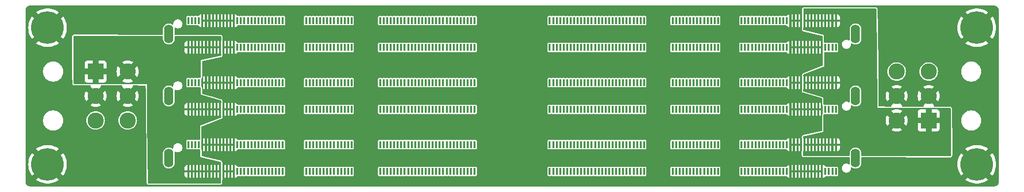
<source format=gbr>
%TF.GenerationSoftware,KiCad,Pcbnew,8.0.2*%
%TF.CreationDate,2024-05-21T15:52:10+02:00*%
%TF.ProjectId,HYDRA_VMM3_Adapter,48594452-415f-4564-9d4d-335f41646170,0*%
%TF.SameCoordinates,Original*%
%TF.FileFunction,Copper,L8,Bot*%
%TF.FilePolarity,Positive*%
%FSLAX46Y46*%
G04 Gerber Fmt 4.6, Leading zero omitted, Abs format (unit mm)*
G04 Created by KiCad (PCBNEW 8.0.2) date 2024-05-21 15:52:10*
%MOMM*%
%LPD*%
G01*
G04 APERTURE LIST*
%TA.AperFunction,ComponentPad*%
%ADD10C,5.600000*%
%TD*%
%TA.AperFunction,SMDPad,CuDef*%
%ADD11R,0.350000X1.200000*%
%TD*%
%TA.AperFunction,ComponentPad*%
%ADD12O,1.600000X3.200000*%
%TD*%
%TA.AperFunction,ComponentPad*%
%ADD13R,2.775000X2.775000*%
%TD*%
%TA.AperFunction,ComponentPad*%
%ADD14C,2.775000*%
%TD*%
%TA.AperFunction,ViaPad*%
%ADD15C,0.350000*%
%TD*%
G04 APERTURE END LIST*
D10*
%TO.P,J10,1,Pin_1*%
%TO.N,GND*%
X26925000Y-54520000D03*
%TD*%
%TO.P,J7,1,Pin_1*%
%TO.N,GND*%
X26925000Y-78020000D03*
%TD*%
%TO.P,J8,1,Pin_1*%
%TO.N,GND*%
X186425000Y-78020000D03*
%TD*%
%TO.P,J9,1,Pin_1*%
%TO.N,GND*%
X186425000Y-54520000D03*
%TD*%
D11*
%TO.P,J1,A1,A1*%
%TO.N,P2B*%
X162240000Y-53310000D03*
%TO.P,J1,A2,A2*%
X161640000Y-53310000D03*
%TO.P,J1,A3,A3*%
X161040000Y-53310000D03*
%TO.P,J1,A4,A4*%
X160440000Y-53310000D03*
%TO.P,J1,A5,A5*%
X159840000Y-53310000D03*
%TO.P,J1,A6,A6*%
X159240000Y-53310000D03*
%TO.P,J1,A7,A7*%
X158640000Y-53310000D03*
%TO.P,J1,A8,A8*%
X158040000Y-53310000D03*
%TO.P,J1,A9,A9*%
X157440000Y-53310000D03*
%TO.P,J1,A10,A10*%
X156840000Y-53310000D03*
%TO.P,J1,A11,A11*%
%TO.N,GND*%
X156240000Y-53310000D03*
%TO.P,J1,A12,A12*%
X155640000Y-53310000D03*
%TO.P,J1,A13,A13*%
X155040000Y-53310000D03*
%TO.P,J1,A14,A14*%
X154440000Y-53310000D03*
%TO.P,J1,A15,A15*%
%TO.N,Col_43-Row_1*%
X153840000Y-53310000D03*
%TO.P,J1,A16,A16*%
%TO.N,Col_43-Row_2*%
X153240000Y-53310000D03*
%TO.P,J1,A17,A17*%
%TO.N,Col_43-Row_3*%
X152640000Y-53310000D03*
%TO.P,J1,A18,A18*%
%TO.N,Col_42-Row_1*%
X152040000Y-53310000D03*
%TO.P,J1,A19,A19*%
%TO.N,Col_42-Row_2*%
X151440000Y-53310000D03*
%TO.P,J1,A20,A20*%
%TO.N,Col_42-Row_3*%
X150840000Y-53310000D03*
%TO.P,J1,A21,A21*%
%TO.N,Col_41-Row_1*%
X150240000Y-53310000D03*
%TO.P,J1,A22,A22*%
%TO.N,Col_41-Row_2*%
X149640000Y-53310000D03*
%TO.P,J1,A23,A23*%
%TO.N,Col_41-Row_3*%
X149040000Y-53310000D03*
%TO.P,J1,A24,A24*%
%TO.N,Col_40-Row_1*%
X148440000Y-53310000D03*
%TO.P,J1,A25,A25*%
%TO.N,Col_40-Row_2*%
X147840000Y-53310000D03*
%TO.P,J1,A26,A26*%
%TO.N,Col_40-Row_3*%
X147240000Y-53310000D03*
%TO.P,J1,A27,A27*%
%TO.N,Col_39-Row_1*%
X146640000Y-53310000D03*
%TO.P,J1,A28,A28*%
%TO.N,Col_39-Row_2*%
X146040000Y-53310000D03*
%TO.P,J1,A29,A29*%
%TO.N,Col_38-Row_1*%
X142030000Y-53310000D03*
%TO.P,J1,A30,A30*%
%TO.N,Col_39-Row_3*%
X141430000Y-53310000D03*
%TO.P,J1,A31,A31*%
%TO.N,Col_38-Row_2*%
X140830000Y-53310000D03*
%TO.P,J1,A32,A32*%
%TO.N,Col_38-Row_3*%
X140230000Y-53310000D03*
%TO.P,J1,A33,A33*%
%TO.N,Col_37-Row_1*%
X139630000Y-53310000D03*
%TO.P,J1,A34,A34*%
%TO.N,Col_37-Row_2*%
X139030000Y-53310000D03*
%TO.P,J1,A35,A35*%
%TO.N,Col_37-Row_3*%
X138430000Y-53310000D03*
%TO.P,J1,A36,A36*%
%TO.N,Col_36-Row_1*%
X137830000Y-53310000D03*
%TO.P,J1,A37,A37*%
%TO.N,Col_36-Row_2*%
X137230000Y-53310000D03*
%TO.P,J1,A38,A38*%
%TO.N,Col_36-Row_3*%
X136630000Y-53310000D03*
%TO.P,J1,A39,A39*%
%TO.N,Col_35-Row_1*%
X136030000Y-53310000D03*
%TO.P,J1,A40,A40*%
%TO.N,Col_35-Row_2*%
X135430000Y-53310000D03*
%TO.P,J1,A41,A41*%
%TO.N,Col_35-Row_3*%
X134830000Y-53310000D03*
%TO.P,J1,A42,A42*%
%TO.N,Col_34-Row_1*%
X134230000Y-53310000D03*
%TO.P,J1,A43,A43*%
%TO.N,Col_34-Row_2*%
X129320000Y-53310000D03*
%TO.P,J1,A44,A44*%
%TO.N,Col_34-Row_3*%
X128720000Y-53310000D03*
%TO.P,J1,A45,A45*%
%TO.N,Col_33-Row_1*%
X128120000Y-53310000D03*
%TO.P,J1,A46,A46*%
%TO.N,Col_33-Row_2*%
X127520000Y-53310000D03*
%TO.P,J1,A47,A47*%
%TO.N,Col_33-Row_3*%
X126920000Y-53310000D03*
%TO.P,J1,A48,A48*%
%TO.N,Col_32-Row_1*%
X126320000Y-53310000D03*
%TO.P,J1,A49,A49*%
%TO.N,Col_32-Row_2*%
X125720000Y-53310000D03*
%TO.P,J1,A50,A50*%
%TO.N,Col_32-Row_3*%
X125120000Y-53310000D03*
%TO.P,J1,A51,A51*%
%TO.N,Col_31-Row_1*%
X124520000Y-53310000D03*
%TO.P,J1,A52,A52*%
%TO.N,Col_31-Row_2*%
X123920000Y-53310000D03*
%TO.P,J1,A53,A53*%
%TO.N,Col_31-Row_3*%
X123320000Y-53310000D03*
%TO.P,J1,A54,A54*%
%TO.N,Col_30-Row_1*%
X122720000Y-53310000D03*
%TO.P,J1,A55,A55*%
%TO.N,Col_30-Row_2*%
X122120000Y-53310000D03*
%TO.P,J1,A56,A56*%
%TO.N,Col_30-Row_3*%
X121520000Y-53310000D03*
%TO.P,J1,A57,A57*%
%TO.N,Col_29-Row_1*%
X120920000Y-53310000D03*
%TO.P,J1,A58,A58*%
%TO.N,Col_29-Row_2*%
X120320000Y-53310000D03*
%TO.P,J1,A59,A59*%
%TO.N,Col_29-Row_3*%
X119720000Y-53310000D03*
%TO.P,J1,A60,A60*%
%TO.N,Col_28-Row_1*%
X119120000Y-53310000D03*
%TO.P,J1,A61,A61*%
%TO.N,Col_28-Row_2*%
X118520000Y-53310000D03*
%TO.P,J1,A62,A62*%
%TO.N,Col_28-Row_3*%
X117920000Y-53310000D03*
%TO.P,J1,A63,A63*%
%TO.N,Col_27-Row_1*%
X117320000Y-53310000D03*
%TO.P,J1,A64,A64*%
%TO.N,Col_27-Row_2*%
X116720000Y-53310000D03*
%TO.P,J1,A65,A65*%
%TO.N,Col_27-Row_3*%
X116120000Y-53310000D03*
%TO.P,J1,A66,A66*%
%TO.N,Col_26-Row_1*%
X115520000Y-53310000D03*
%TO.P,J1,A67,A67*%
%TO.N,Col_26-Row_2*%
X114920000Y-53310000D03*
%TO.P,J1,A68,A68*%
%TO.N,Col_26-Row_3*%
X114320000Y-53310000D03*
%TO.P,J1,A69,A69*%
%TO.N,Col_25-Row_1*%
X113720000Y-53310000D03*
%TO.P,J1,A70,A70*%
%TO.N,Col_25-Row_2*%
X113120000Y-53310000D03*
%TO.P,J1,B1,B1*%
%TO.N,P1B*%
X162240000Y-57910000D03*
%TO.P,J1,B2,B2*%
X161640000Y-57910000D03*
%TO.P,J1,B3,B3*%
X161040000Y-57910000D03*
%TO.P,J1,B4,B4*%
X160440000Y-57910000D03*
%TO.P,J1,B5,B5*%
%TO.N,GND*%
X159840000Y-57910000D03*
%TO.P,J1,B6,B6*%
X159240000Y-57910000D03*
%TO.P,J1,B7,B7*%
X158640000Y-57910000D03*
%TO.P,J1,B8,B8*%
X158040000Y-57910000D03*
%TO.P,J1,B9,B9*%
X157440000Y-57910000D03*
%TO.P,J1,B10,B10*%
X156840000Y-57910000D03*
%TO.P,J1,B11,B11*%
X156240000Y-57910000D03*
%TO.P,J1,B12,B12*%
X155640000Y-57910000D03*
%TO.P,J1,B13,B13*%
X155040000Y-57910000D03*
%TO.P,J1,B14,B14*%
X154440000Y-57910000D03*
%TO.P,J1,B15,B15*%
%TO.N,Col_43-Row_4*%
X153840000Y-57910000D03*
%TO.P,J1,B16,B16*%
%TO.N,Col_43-Row_5*%
X153240000Y-57910000D03*
%TO.P,J1,B17,B17*%
%TO.N,Col_43-Row_6*%
X152640000Y-57910000D03*
%TO.P,J1,B18,B18*%
%TO.N,Col_42-Row_4*%
X152040000Y-57910000D03*
%TO.P,J1,B19,B19*%
%TO.N,Col_42-Row_5*%
X151440000Y-57910000D03*
%TO.P,J1,B20,B20*%
%TO.N,Col_42-Row_6*%
X150840000Y-57910000D03*
%TO.P,J1,B21,B21*%
%TO.N,Col_41-Row_4*%
X150240000Y-57910000D03*
%TO.P,J1,B22,B22*%
%TO.N,Col_41-Row_5*%
X149640000Y-57910000D03*
%TO.P,J1,B23,B23*%
%TO.N,Col_41-Row_6*%
X149040000Y-57910000D03*
%TO.P,J1,B24,B24*%
%TO.N,Col_40-Row_4*%
X148440000Y-57910000D03*
%TO.P,J1,B25,B25*%
%TO.N,Col_40-Row_5*%
X147840000Y-57910000D03*
%TO.P,J1,B26,B26*%
%TO.N,Col_40-Row_6*%
X147240000Y-57910000D03*
%TO.P,J1,B27,B27*%
%TO.N,Col_39-Row_4*%
X146640000Y-57910000D03*
%TO.P,J1,B28,B28*%
%TO.N,Col_39-Row_5*%
X146040000Y-57910000D03*
%TO.P,J1,B29,B29*%
%TO.N,Col_39-Row_6*%
X142030000Y-57910000D03*
%TO.P,J1,B30,B30*%
%TO.N,Col_38-Row_4*%
X141430000Y-57910000D03*
%TO.P,J1,B31,B31*%
%TO.N,Col_38-Row_5*%
X140830000Y-57910000D03*
%TO.P,J1,B32,B32*%
%TO.N,Col_38-Row_6*%
X140230000Y-57910000D03*
%TO.P,J1,B33,B33*%
%TO.N,Col_37-Row_4*%
X139630000Y-57910000D03*
%TO.P,J1,B34,B34*%
%TO.N,Col_37-Row_5*%
X139030000Y-57910000D03*
%TO.P,J1,B35,B35*%
%TO.N,Col_37-Row_6*%
X138430000Y-57910000D03*
%TO.P,J1,B36,B36*%
%TO.N,Col_36-Row_5*%
X137830000Y-57910000D03*
%TO.P,J1,B37,B37*%
%TO.N,Col_36-Row_4*%
X137230000Y-57910000D03*
%TO.P,J1,B38,B38*%
%TO.N,Col_35-Row_5*%
X136630000Y-57910000D03*
%TO.P,J1,B39,B39*%
%TO.N,Col_35-Row_4*%
X136030000Y-57910000D03*
%TO.P,J1,B40,B40*%
%TO.N,Col_34-Row_5*%
X135430000Y-57910000D03*
%TO.P,J1,B41,B41*%
%TO.N,Col_34-Row_4*%
X134830000Y-57910000D03*
%TO.P,J1,B42,B42*%
%TO.N,Col_33-Row_5*%
X134230000Y-57910000D03*
%TO.P,J1,B43,B43*%
%TO.N,Col_33-Row_4*%
X129320000Y-57910000D03*
%TO.P,J1,B44,B44*%
%TO.N,Col_32-Row_5*%
X128720000Y-57910000D03*
%TO.P,J1,B45,B45*%
%TO.N,Col_32-Row_4*%
X128120000Y-57910000D03*
%TO.P,J1,B46,B46*%
%TO.N,Col_31-Row_5*%
X127520000Y-57910000D03*
%TO.P,J1,B47,B47*%
%TO.N,Col_31-Row_4*%
X126920000Y-57910000D03*
%TO.P,J1,B48,B48*%
%TO.N,Col_30-Row_5*%
X126320000Y-57910000D03*
%TO.P,J1,B49,B49*%
%TO.N,Col_30-Row_4*%
X125720000Y-57910000D03*
%TO.P,J1,B50,B50*%
%TO.N,Col_29-Row_5*%
X125120000Y-57910000D03*
%TO.P,J1,B51,B51*%
%TO.N,Col_29-Row_4*%
X124520000Y-57910000D03*
%TO.P,J1,B52,B52*%
%TO.N,Col_28-Row_5*%
X123920000Y-57910000D03*
%TO.P,J1,B53,B53*%
%TO.N,Col_28-Row_4*%
X123320000Y-57910000D03*
%TO.P,J1,B54,B54*%
%TO.N,Col_27-Row_5*%
X122720000Y-57910000D03*
%TO.P,J1,B55,B55*%
%TO.N,Col_27-Row_4*%
X122120000Y-57910000D03*
%TO.P,J1,B56,B56*%
%TO.N,Col_26-Row_5*%
X121520000Y-57910000D03*
%TO.P,J1,B57,B57*%
%TO.N,Col_26-Row_4*%
X120920000Y-57910000D03*
%TO.P,J1,B58,B58*%
%TO.N,Col_25-Row_5*%
X120320000Y-57910000D03*
%TO.P,J1,B59,B59*%
%TO.N,Col_25-Row_3*%
X119720000Y-57910000D03*
%TO.P,J1,B60,B60*%
%TO.N,Col_25-Row_4*%
X119120000Y-57910000D03*
%TO.P,J1,B61,B61*%
%TO.N,Col_24-Row_5*%
X118520000Y-57910000D03*
%TO.P,J1,B62,B62*%
%TO.N,Col_24-Row_4*%
X117920000Y-57910000D03*
%TO.P,J1,B63,B63*%
%TO.N,Col_24-Row_1*%
X117320000Y-57910000D03*
%TO.P,J1,B64,B64*%
%TO.N,Col_24-Row_2*%
X116720000Y-57910000D03*
%TO.P,J1,B65,B65*%
%TO.N,Col_24-Row_3*%
X116120000Y-57910000D03*
%TO.P,J1,B66,B66*%
%TO.N,Col_23-Row_5*%
X115520000Y-57910000D03*
%TO.P,J1,B67,B67*%
%TO.N,Col_23-Row_4*%
X114920000Y-57910000D03*
%TO.P,J1,B68,B68*%
%TO.N,Col_23-Row_1*%
X114320000Y-57910000D03*
%TO.P,J1,B69,B69*%
%TO.N,Col_23-Row_2*%
X113720000Y-57910000D03*
%TO.P,J1,B70,B70*%
%TO.N,Col_23-Row_3*%
X113120000Y-57910000D03*
D12*
%TO.P,J1,SH1*%
%TO.N,N/C*%
X165610000Y-55610000D03*
%TD*%
D11*
%TO.P,J6,A1,A1*%
%TO.N,P2A*%
X51110000Y-79230000D03*
%TO.P,J6,A2,A2*%
X51710000Y-79230000D03*
%TO.P,J6,A3,A3*%
X52310000Y-79230000D03*
%TO.P,J6,A4,A4*%
X52910000Y-79230000D03*
%TO.P,J6,A5,A5*%
X53510000Y-79230000D03*
%TO.P,J6,A6,A6*%
X54110000Y-79230000D03*
%TO.P,J6,A7,A7*%
X54710000Y-79230000D03*
%TO.P,J6,A8,A8*%
X55310000Y-79230000D03*
%TO.P,J6,A9,A9*%
X55910000Y-79230000D03*
%TO.P,J6,A10,A10*%
X56510000Y-79230000D03*
%TO.P,J6,A11,A11*%
%TO.N,GND*%
X57110000Y-79230000D03*
%TO.P,J6,A12,A12*%
X57710000Y-79230000D03*
%TO.P,J6,A13,A13*%
X58310000Y-79230000D03*
%TO.P,J6,A14,A14*%
X58910000Y-79230000D03*
%TO.P,J6,A15,A15*%
%TO.N,Col_4-Row_15*%
X59510000Y-79230000D03*
%TO.P,J6,A16,A16*%
%TO.N,Col_4-Row_16*%
X60110000Y-79230000D03*
%TO.P,J6,A17,A17*%
%TO.N,Col_5-Row_14*%
X60710000Y-79230000D03*
%TO.P,J6,A18,A18*%
%TO.N,Col_5-Row_15*%
X61310000Y-79230000D03*
%TO.P,J6,A19,A19*%
%TO.N,Col_5-Row_16*%
X61910000Y-79230000D03*
%TO.P,J6,A20,A20*%
%TO.N,Col_6-Row_14*%
X62510000Y-79230000D03*
%TO.P,J6,A21,A21*%
%TO.N,Col_6-Row_15*%
X63110000Y-79230000D03*
%TO.P,J6,A22,A22*%
%TO.N,Col_6-Row_16*%
X63710000Y-79230000D03*
%TO.P,J6,A23,A23*%
%TO.N,Col_7-Row_14*%
X64310000Y-79230000D03*
%TO.P,J6,A24,A24*%
%TO.N,Col_7-Row_15*%
X64910000Y-79230000D03*
%TO.P,J6,A25,A25*%
%TO.N,Col_7-Row_16*%
X65510000Y-79230000D03*
%TO.P,J6,A26,A26*%
%TO.N,Col_8-Row_14*%
X66110000Y-79230000D03*
%TO.P,J6,A27,A27*%
%TO.N,Col_8-Row_15*%
X66710000Y-79230000D03*
%TO.P,J6,A28,A28*%
%TO.N,Col_8-Row_16*%
X67310000Y-79230000D03*
%TO.P,J6,A29,A29*%
%TO.N,Col_9-Row_14*%
X71320000Y-79230000D03*
%TO.P,J6,A30,A30*%
%TO.N,Col_9-Row_15*%
X71920000Y-79230000D03*
%TO.P,J6,A31,A31*%
%TO.N,Col_9-Row_16*%
X72520000Y-79230000D03*
%TO.P,J6,A32,A32*%
%TO.N,Col_10-Row_14*%
X73120000Y-79230000D03*
%TO.P,J6,A33,A33*%
%TO.N,Col_10-Row_15*%
X73720000Y-79230000D03*
%TO.P,J6,A34,A34*%
%TO.N,Col_10-Row_16*%
X74320000Y-79230000D03*
%TO.P,J6,A35,A35*%
%TO.N,Col_11-Row_14*%
X74920000Y-79230000D03*
%TO.P,J6,A36,A36*%
%TO.N,Col_11-Row_15*%
X75520000Y-79230000D03*
%TO.P,J6,A37,A37*%
%TO.N,Col_11-Row_16*%
X76120000Y-79230000D03*
%TO.P,J6,A38,A38*%
%TO.N,Col_12-Row_14*%
X76720000Y-79230000D03*
%TO.P,J6,A39,A39*%
%TO.N,Col_12-Row_15*%
X77320000Y-79230000D03*
%TO.P,J6,A40,A40*%
%TO.N,Col_12-Row_16*%
X77920000Y-79230000D03*
%TO.P,J6,A41,A41*%
%TO.N,Col_13-Row_14*%
X78520000Y-79230000D03*
%TO.P,J6,A42,A42*%
%TO.N,Col_13-Row_15*%
X79120000Y-79230000D03*
%TO.P,J6,A43,A43*%
%TO.N,Col_13-Row_16*%
X84030000Y-79230000D03*
%TO.P,J6,A44,A44*%
%TO.N,Col_14-Row_14*%
X84630000Y-79230000D03*
%TO.P,J6,A45,A45*%
%TO.N,Col_14-Row_15*%
X85230000Y-79230000D03*
%TO.P,J6,A46,A46*%
%TO.N,Col_14-Row_16*%
X85830000Y-79230000D03*
%TO.P,J6,A47,A47*%
%TO.N,Col_15-Row_14*%
X86430000Y-79230000D03*
%TO.P,J6,A48,A48*%
%TO.N,Col_15-Row_15*%
X87030000Y-79230000D03*
%TO.P,J6,A49,A49*%
%TO.N,Col_15-Row_16*%
X87630000Y-79230000D03*
%TO.P,J6,A50,A50*%
%TO.N,Col_16-Row_14*%
X88230000Y-79230000D03*
%TO.P,J6,A51,A51*%
%TO.N,Col_16-Row_15*%
X88830000Y-79230000D03*
%TO.P,J6,A52,A52*%
%TO.N,Col_16-Row_16*%
X89430000Y-79230000D03*
%TO.P,J6,A53,A53*%
%TO.N,Col_17-Row_14*%
X90030000Y-79230000D03*
%TO.P,J6,A54,A54*%
%TO.N,Col_17-Row_15*%
X90630000Y-79230000D03*
%TO.P,J6,A55,A55*%
%TO.N,Col_17-Row_16*%
X91230000Y-79230000D03*
%TO.P,J6,A56,A56*%
%TO.N,Col_18-Row_14*%
X91830000Y-79230000D03*
%TO.P,J6,A57,A57*%
%TO.N,Col_18-Row_15*%
X92430000Y-79230000D03*
%TO.P,J6,A58,A58*%
%TO.N,Col_18-Row_16*%
X93030000Y-79230000D03*
%TO.P,J6,A59,A59*%
%TO.N,Col_19-Row_14*%
X93630000Y-79230000D03*
%TO.P,J6,A60,A60*%
%TO.N,Col_19-Row_15*%
X94230000Y-79230000D03*
%TO.P,J6,A61,A61*%
%TO.N,Col_19-Row_16*%
X94830000Y-79230000D03*
%TO.P,J6,A62,A62*%
%TO.N,Col_20-Row_14*%
X95430000Y-79230000D03*
%TO.P,J6,A63,A63*%
%TO.N,Col_20-Row_15*%
X96030000Y-79230000D03*
%TO.P,J6,A64,A64*%
%TO.N,Col_20-Row_16*%
X96630000Y-79230000D03*
%TO.P,J6,A65,A65*%
%TO.N,Col_21-Row_14*%
X97230000Y-79230000D03*
%TO.P,J6,A66,A66*%
%TO.N,Col_21-Row_15*%
X97830000Y-79230000D03*
%TO.P,J6,A67,A67*%
%TO.N,Col_21-Row_16*%
X98430000Y-79230000D03*
%TO.P,J6,A68,A68*%
%TO.N,Col_22-Row_14*%
X99030000Y-79230000D03*
%TO.P,J6,A69,A69*%
%TO.N,Col_22-Row_15*%
X99630000Y-79230000D03*
%TO.P,J6,A70,A70*%
%TO.N,Col_22-Row_16*%
X100230000Y-79230000D03*
%TO.P,J6,B1,B1*%
%TO.N,P1A*%
X51110000Y-74630000D03*
%TO.P,J6,B2,B2*%
X51710000Y-74630000D03*
%TO.P,J6,B3,B3*%
X52310000Y-74630000D03*
%TO.P,J6,B4,B4*%
X52910000Y-74630000D03*
%TO.P,J6,B5,B5*%
%TO.N,GND*%
X53510000Y-74630000D03*
%TO.P,J6,B6,B6*%
X54110000Y-74630000D03*
%TO.P,J6,B7,B7*%
X54710000Y-74630000D03*
%TO.P,J6,B8,B8*%
X55310000Y-74630000D03*
%TO.P,J6,B9,B9*%
X55910000Y-74630000D03*
%TO.P,J6,B10,B10*%
X56510000Y-74630000D03*
%TO.P,J6,B11,B11*%
X57110000Y-74630000D03*
%TO.P,J6,B12,B12*%
X57710000Y-74630000D03*
%TO.P,J6,B13,B13*%
X58310000Y-74630000D03*
%TO.P,J6,B14,B14*%
X58910000Y-74630000D03*
%TO.P,J6,B15,B15*%
%TO.N,Col_2-Row_14*%
X59510000Y-74630000D03*
%TO.P,J6,B16,B16*%
%TO.N,Col_2-Row_15*%
X60110000Y-74630000D03*
%TO.P,J6,B17,B17*%
%TO.N,Col_2-Row_16*%
X60710000Y-74630000D03*
%TO.P,J6,B18,B18*%
%TO.N,Col_3-Row_14*%
X61310000Y-74630000D03*
%TO.P,J6,B19,B19*%
%TO.N,Col_3-Row_15*%
X61910000Y-74630000D03*
%TO.P,J6,B20,B20*%
%TO.N,Col_3-Row_16*%
X62510000Y-74630000D03*
%TO.P,J6,B21,B21*%
%TO.N,Col_4-Row_14*%
X63110000Y-74630000D03*
%TO.P,J6,B22,B22*%
%TO.N,Col_2-Row_13*%
X63710000Y-74630000D03*
%TO.P,J6,B23,B23*%
%TO.N,Col_2-Row_12*%
X64310000Y-74630000D03*
%TO.P,J6,B24,B24*%
%TO.N,Col_3-Row_13*%
X64910000Y-74630000D03*
%TO.P,J6,B25,B25*%
%TO.N,Col_3-Row_12*%
X65510000Y-74630000D03*
%TO.P,J6,B26,B26*%
%TO.N,Col_4-Row_13*%
X66110000Y-74630000D03*
%TO.P,J6,B27,B27*%
%TO.N,Col_4-Row_12*%
X66710000Y-74630000D03*
%TO.P,J6,B28,B28*%
%TO.N,Col_5-Row_13*%
X67310000Y-74630000D03*
%TO.P,J6,B29,B29*%
%TO.N,Col_5-Row_12*%
X71320000Y-74630000D03*
%TO.P,J6,B30,B30*%
%TO.N,Col_6-Row_13*%
X71920000Y-74630000D03*
%TO.P,J6,B31,B31*%
%TO.N,Col_6-Row_12*%
X72520000Y-74630000D03*
%TO.P,J6,B32,B32*%
%TO.N,Col_7-Row_13*%
X73120000Y-74630000D03*
%TO.P,J6,B33,B33*%
%TO.N,Col_7-Row_12*%
X73720000Y-74630000D03*
%TO.P,J6,B34,B34*%
%TO.N,Col_8-Row_13*%
X74320000Y-74630000D03*
%TO.P,J6,B35,B35*%
%TO.N,Col_8-Row_12*%
X74920000Y-74630000D03*
%TO.P,J6,B36,B36*%
%TO.N,Col_9-Row_13*%
X75520000Y-74630000D03*
%TO.P,J6,B37,B37*%
%TO.N,Col_9-Row_12*%
X76120000Y-74630000D03*
%TO.P,J6,B38,B38*%
%TO.N,Col_10-Row_13*%
X76720000Y-74630000D03*
%TO.P,J6,B39,B39*%
%TO.N,Col_10-Row_12*%
X77320000Y-74630000D03*
%TO.P,J6,B40,B40*%
%TO.N,Col_11-Row_13*%
X77920000Y-74630000D03*
%TO.P,J6,B41,B41*%
%TO.N,Col_11-Row_12*%
X78520000Y-74630000D03*
%TO.P,J6,B42,B42*%
%TO.N,Col_12-Row_13*%
X79120000Y-74630000D03*
%TO.P,J6,B43,B43*%
%TO.N,Col_12-Row_12*%
X84030000Y-74630000D03*
%TO.P,J6,B44,B44*%
%TO.N,Col_13-Row_13*%
X84630000Y-74630000D03*
%TO.P,J6,B45,B45*%
%TO.N,Col_13-Row_12*%
X85230000Y-74630000D03*
%TO.P,J6,B46,B46*%
%TO.N,Col_14-Row_13*%
X85830000Y-74630000D03*
%TO.P,J6,B47,B47*%
%TO.N,Col_14-Row_12*%
X86430000Y-74630000D03*
%TO.P,J6,B48,B48*%
%TO.N,Col_15-Row_13*%
X87030000Y-74630000D03*
%TO.P,J6,B49,B49*%
%TO.N,Col_15-Row_12*%
X87630000Y-74630000D03*
%TO.P,J6,B50,B50*%
%TO.N,Col_16-Row_13*%
X88230000Y-74630000D03*
%TO.P,J6,B51,B51*%
%TO.N,Col_16-Row_12*%
X88830000Y-74630000D03*
%TO.P,J6,B52,B52*%
%TO.N,Col_16-Row_11*%
X89430000Y-74630000D03*
%TO.P,J6,B53,B53*%
%TO.N,Col_17-Row_13*%
X90030000Y-74630000D03*
%TO.P,J6,B54,B54*%
%TO.N,Col_17-Row_12*%
X90630000Y-74630000D03*
%TO.P,J6,B55,B55*%
%TO.N,Col_17-Row_11*%
X91230000Y-74630000D03*
%TO.P,J6,B56,B56*%
%TO.N,Col_18-Row_13*%
X91830000Y-74630000D03*
%TO.P,J6,B57,B57*%
%TO.N,Col_18-Row_12*%
X92430000Y-74630000D03*
%TO.P,J6,B58,B58*%
%TO.N,Col_18-Row_11*%
X93030000Y-74630000D03*
%TO.P,J6,B59,B59*%
%TO.N,Col_19-Row_13*%
X93630000Y-74630000D03*
%TO.P,J6,B60,B60*%
%TO.N,Col_19-Row_12*%
X94230000Y-74630000D03*
%TO.P,J6,B61,B61*%
%TO.N,Col_19-Row_11*%
X94830000Y-74630000D03*
%TO.P,J6,B62,B62*%
%TO.N,Col_20-Row_13*%
X95430000Y-74630000D03*
%TO.P,J6,B63,B63*%
%TO.N,Col_20-Row_12*%
X96030000Y-74630000D03*
%TO.P,J6,B64,B64*%
%TO.N,Col_20-Row_11*%
X96630000Y-74630000D03*
%TO.P,J6,B65,B65*%
%TO.N,Col_21-Row_13*%
X97230000Y-74630000D03*
%TO.P,J6,B66,B66*%
%TO.N,Col_21-Row_12*%
X97830000Y-74630000D03*
%TO.P,J6,B67,B67*%
%TO.N,Col_21-Row_11*%
X98430000Y-74630000D03*
%TO.P,J6,B68,B68*%
%TO.N,Col_22-Row_13*%
X99030000Y-74630000D03*
%TO.P,J6,B69,B69*%
%TO.N,Col_22-Row_12*%
X99630000Y-74630000D03*
%TO.P,J6,B70,B70*%
%TO.N,Col_22-Row_11*%
X100230000Y-74630000D03*
D12*
%TO.P,J6,SH1*%
%TO.N,N/C*%
X47740000Y-76930000D03*
%TD*%
D13*
%TO.P,Input_A1,1,1*%
%TO.N,P2A*%
X35175000Y-62070000D03*
D14*
%TO.P,Input_A1,2,2*%
%TO.N,GND*%
X35175000Y-66270000D03*
%TO.P,Input_A1,3,3*%
%TO.N,P1A*%
X35175000Y-70470000D03*
%TO.P,Input_A1,4,4*%
%TO.N,P2A*%
X40675000Y-62070000D03*
%TO.P,Input_A1,5,5*%
%TO.N,GND*%
X40675000Y-66270000D03*
%TO.P,Input_A1,6,6*%
%TO.N,P1A*%
X40675000Y-70470000D03*
%TD*%
D13*
%TO.P,Input_B1,1,1*%
%TO.N,P2B*%
X178175000Y-70470000D03*
D14*
%TO.P,Input_B1,2,2*%
%TO.N,GND*%
X178175000Y-66270000D03*
%TO.P,Input_B1,3,3*%
%TO.N,P1B*%
X178175000Y-62070000D03*
%TO.P,Input_B1,4,4*%
%TO.N,P2B*%
X172675000Y-70470000D03*
%TO.P,Input_B1,5,5*%
%TO.N,GND*%
X172675000Y-66270000D03*
%TO.P,Input_B1,6,6*%
%TO.N,P1B*%
X172675000Y-62070000D03*
%TD*%
D11*
%TO.P,J2,A1,A1*%
%TO.N,P2B*%
X162240000Y-63970000D03*
%TO.P,J2,A2,A2*%
X161640000Y-63970000D03*
%TO.P,J2,A3,A3*%
X161040000Y-63970000D03*
%TO.P,J2,A4,A4*%
X160440000Y-63970000D03*
%TO.P,J2,A5,A5*%
X159840000Y-63970000D03*
%TO.P,J2,A6,A6*%
X159240000Y-63970000D03*
%TO.P,J2,A7,A7*%
X158640000Y-63970000D03*
%TO.P,J2,A8,A8*%
X158040000Y-63970000D03*
%TO.P,J2,A9,A9*%
X157440000Y-63970000D03*
%TO.P,J2,A10,A10*%
X156840000Y-63970000D03*
%TO.P,J2,A11,A11*%
%TO.N,GND*%
X156240000Y-63970000D03*
%TO.P,J2,A12,A12*%
X155640000Y-63970000D03*
%TO.P,J2,A13,A13*%
X155040000Y-63970000D03*
%TO.P,J2,A14,A14*%
X154440000Y-63970000D03*
%TO.P,J2,A15,A15*%
%TO.N,Col_43-Row_7*%
X153840000Y-63970000D03*
%TO.P,J2,A16,A16*%
%TO.N,Col_43-Row_8*%
X153240000Y-63970000D03*
%TO.P,J2,A17,A17*%
%TO.N,Col_42-Row_7*%
X152640000Y-63970000D03*
%TO.P,J2,A18,A18*%
%TO.N,Col_42-Row_8*%
X152040000Y-63970000D03*
%TO.P,J2,A19,A19*%
%TO.N,Col_41-Row_7*%
X151440000Y-63970000D03*
%TO.P,J2,A20,A20*%
%TO.N,Col_41-Row_8*%
X150840000Y-63970000D03*
%TO.P,J2,A21,A21*%
%TO.N,Col_40-Row_7*%
X150240000Y-63970000D03*
%TO.P,J2,A22,A22*%
%TO.N,Col_40-Row_8*%
X149640000Y-63970000D03*
%TO.P,J2,A23,A23*%
%TO.N,Col_39-Row_7*%
X149040000Y-63970000D03*
%TO.P,J2,A24,A24*%
%TO.N,Col_39-Row_8*%
X148440000Y-63970000D03*
%TO.P,J2,A25,A25*%
%TO.N,Col_38-Row_7*%
X147840000Y-63970000D03*
%TO.P,J2,A26,A26*%
%TO.N,Col_38-Row_8*%
X147240000Y-63970000D03*
%TO.P,J2,A27,A27*%
%TO.N,Col_37-Row_7*%
X146640000Y-63970000D03*
%TO.P,J2,A28,A28*%
%TO.N,Col_37-Row_8*%
X146040000Y-63970000D03*
%TO.P,J2,A29,A29*%
%TO.N,Col_36-Row_6*%
X142030000Y-63970000D03*
%TO.P,J2,A30,A30*%
%TO.N,Col_36-Row_7*%
X141430000Y-63970000D03*
%TO.P,J2,A31,A31*%
%TO.N,Col_36-Row_8*%
X140830000Y-63970000D03*
%TO.P,J2,A32,A32*%
%TO.N,Col_35-Row_6*%
X140230000Y-63970000D03*
%TO.P,J2,A33,A33*%
%TO.N,Col_35-Row_7*%
X139630000Y-63970000D03*
%TO.P,J2,A34,A34*%
%TO.N,Col_35-Row_8*%
X139030000Y-63970000D03*
%TO.P,J2,A35,A35*%
%TO.N,Col_34-Row_6*%
X138430000Y-63970000D03*
%TO.P,J2,A36,A36*%
%TO.N,Col_34-Row_7*%
X137830000Y-63970000D03*
%TO.P,J2,A37,A37*%
%TO.N,Col_34-Row_8*%
X137230000Y-63970000D03*
%TO.P,J2,A38,A38*%
%TO.N,Col_33-Row_6*%
X136630000Y-63970000D03*
%TO.P,J2,A39,A39*%
%TO.N,Col_33-Row_7*%
X136030000Y-63970000D03*
%TO.P,J2,A40,A40*%
%TO.N,Col_33-Row_8*%
X135430000Y-63970000D03*
%TO.P,J2,A41,A41*%
%TO.N,Col_32-Row_6*%
X134830000Y-63970000D03*
%TO.P,J2,A42,A42*%
%TO.N,Col_32-Row_7*%
X134230000Y-63970000D03*
%TO.P,J2,A43,A43*%
%TO.N,Col_32-Row_8*%
X129320000Y-63970000D03*
%TO.P,J2,A44,A44*%
%TO.N,Col_31-Row_6*%
X128720000Y-63970000D03*
%TO.P,J2,A45,A45*%
%TO.N,Col_31-Row_7*%
X128120000Y-63970000D03*
%TO.P,J2,A46,A46*%
%TO.N,Col_31-Row_8*%
X127520000Y-63970000D03*
%TO.P,J2,A47,A47*%
%TO.N,Col_30-Row_6*%
X126920000Y-63970000D03*
%TO.P,J2,A48,A48*%
%TO.N,Col_30-Row_7*%
X126320000Y-63970000D03*
%TO.P,J2,A49,A49*%
%TO.N,Col_30-Row_8*%
X125720000Y-63970000D03*
%TO.P,J2,A50,A50*%
%TO.N,Col_29-Row_6*%
X125120000Y-63970000D03*
%TO.P,J2,A51,A51*%
%TO.N,Col_29-Row_7*%
X124520000Y-63970000D03*
%TO.P,J2,A52,A52*%
%TO.N,Col_29-Row_8*%
X123920000Y-63970000D03*
%TO.P,J2,A53,A53*%
%TO.N,Col_28-Row_6*%
X123320000Y-63970000D03*
%TO.P,J2,A54,A54*%
%TO.N,Col_28-Row_7*%
X122720000Y-63970000D03*
%TO.P,J2,A55,A55*%
%TO.N,Col_28-Row_8*%
X122120000Y-63970000D03*
%TO.P,J2,A56,A56*%
%TO.N,Col_27-Row_6*%
X121520000Y-63970000D03*
%TO.P,J2,A57,A57*%
%TO.N,Col_27-Row_7*%
X120920000Y-63970000D03*
%TO.P,J2,A58,A58*%
%TO.N,Col_27-Row_8*%
X120320000Y-63970000D03*
%TO.P,J2,A59,A59*%
%TO.N,Col_26-Row_6*%
X119720000Y-63970000D03*
%TO.P,J2,A60,A60*%
%TO.N,Col_26-Row_7*%
X119120000Y-63970000D03*
%TO.P,J2,A61,A61*%
%TO.N,Col_26-Row_8*%
X118520000Y-63970000D03*
%TO.P,J2,A62,A62*%
%TO.N,Col_25-Row_6*%
X117920000Y-63970000D03*
%TO.P,J2,A63,A63*%
%TO.N,Col_25-Row_7*%
X117320000Y-63970000D03*
%TO.P,J2,A64,A64*%
%TO.N,Col_25-Row_8*%
X116720000Y-63970000D03*
%TO.P,J2,A65,A65*%
%TO.N,Col_24-Row_6*%
X116120000Y-63970000D03*
%TO.P,J2,A66,A66*%
%TO.N,Col_24-Row_7*%
X115520000Y-63970000D03*
%TO.P,J2,A67,A67*%
%TO.N,Col_24-Row_8*%
X114920000Y-63970000D03*
%TO.P,J2,A68,A68*%
%TO.N,Col_23-Row_6*%
X114320000Y-63970000D03*
%TO.P,J2,A69,A69*%
%TO.N,Col_23-Row_7*%
X113720000Y-63970000D03*
%TO.P,J2,A70,A70*%
%TO.N,Col_23-Row_8*%
X113120000Y-63970000D03*
%TO.P,J2,B1,B1*%
%TO.N,P1B*%
X162240000Y-68570000D03*
%TO.P,J2,B2,B2*%
X161640000Y-68570000D03*
%TO.P,J2,B3,B3*%
X161040000Y-68570000D03*
%TO.P,J2,B4,B4*%
X160440000Y-68570000D03*
%TO.P,J2,B5,B5*%
%TO.N,GND*%
X159840000Y-68570000D03*
%TO.P,J2,B6,B6*%
X159240000Y-68570000D03*
%TO.P,J2,B7,B7*%
X158640000Y-68570000D03*
%TO.P,J2,B8,B8*%
X158040000Y-68570000D03*
%TO.P,J2,B9,B9*%
X157440000Y-68570000D03*
%TO.P,J2,B10,B10*%
X156840000Y-68570000D03*
%TO.P,J2,B11,B11*%
X156240000Y-68570000D03*
%TO.P,J2,B12,B12*%
X155640000Y-68570000D03*
%TO.P,J2,B13,B13*%
X155040000Y-68570000D03*
%TO.P,J2,B14,B14*%
X154440000Y-68570000D03*
%TO.P,J2,B15,B15*%
%TO.N,Col_43-Row_11*%
X153840000Y-68570000D03*
%TO.P,J2,B16,B16*%
%TO.N,Col_43-Row_10*%
X153240000Y-68570000D03*
%TO.P,J2,B17,B17*%
%TO.N,Col_43-Row_9*%
X152640000Y-68570000D03*
%TO.P,J2,B18,B18*%
%TO.N,Col_42-Row_11*%
X152040000Y-68570000D03*
%TO.P,J2,B19,B19*%
%TO.N,Col_42-Row_10*%
X151440000Y-68570000D03*
%TO.P,J2,B20,B20*%
%TO.N,Col_42-Row_9*%
X150840000Y-68570000D03*
%TO.P,J2,B21,B21*%
%TO.N,Col_41-Row_11*%
X150240000Y-68570000D03*
%TO.P,J2,B22,B22*%
%TO.N,Col_41-Row_10*%
X149640000Y-68570000D03*
%TO.P,J2,B23,B23*%
%TO.N,Col_41-Row_9*%
X149040000Y-68570000D03*
%TO.P,J2,B24,B24*%
%TO.N,Col_40-Row_11*%
X148440000Y-68570000D03*
%TO.P,J2,B25,B25*%
%TO.N,Col_40-Row_10*%
X147840000Y-68570000D03*
%TO.P,J2,B26,B26*%
%TO.N,Col_40-Row_9*%
X147240000Y-68570000D03*
%TO.P,J2,B27,B27*%
%TO.N,Col_39-Row_11*%
X146640000Y-68570000D03*
%TO.P,J2,B28,B28*%
%TO.N,Col_39-Row_10*%
X146040000Y-68570000D03*
%TO.P,J2,B29,B29*%
%TO.N,Col_39-Row_9*%
X142030000Y-68570000D03*
%TO.P,J2,B30,B30*%
%TO.N,Col_38-Row_11*%
X141430000Y-68570000D03*
%TO.P,J2,B31,B31*%
%TO.N,Col_38-Row_10*%
X140830000Y-68570000D03*
%TO.P,J2,B32,B32*%
%TO.N,Col_38-Row_9*%
X140230000Y-68570000D03*
%TO.P,J2,B33,B33*%
%TO.N,Col_37-Row_11*%
X139630000Y-68570000D03*
%TO.P,J2,B34,B34*%
%TO.N,Col_37-Row_10*%
X139030000Y-68570000D03*
%TO.P,J2,B35,B35*%
%TO.N,Col_37-Row_9*%
X138430000Y-68570000D03*
%TO.P,J2,B36,B36*%
%TO.N,Col_36-Row_11*%
X137830000Y-68570000D03*
%TO.P,J2,B37,B37*%
%TO.N,Col_36-Row_10*%
X137230000Y-68570000D03*
%TO.P,J2,B38,B38*%
%TO.N,Col_36-Row_9*%
X136630000Y-68570000D03*
%TO.P,J2,B39,B39*%
%TO.N,Col_35-Row_11*%
X136030000Y-68570000D03*
%TO.P,J2,B40,B40*%
%TO.N,Col_35-Row_10*%
X135430000Y-68570000D03*
%TO.P,J2,B41,B41*%
%TO.N,Col_35-Row_9*%
X134830000Y-68570000D03*
%TO.P,J2,B42,B42*%
%TO.N,Col_34-Row_11*%
X134230000Y-68570000D03*
%TO.P,J2,B43,B43*%
%TO.N,Col_34-Row_10*%
X129320000Y-68570000D03*
%TO.P,J2,B44,B44*%
%TO.N,Col_34-Row_9*%
X128720000Y-68570000D03*
%TO.P,J2,B45,B45*%
%TO.N,Col_33-Row_11*%
X128120000Y-68570000D03*
%TO.P,J2,B46,B46*%
%TO.N,Col_33-Row_10*%
X127520000Y-68570000D03*
%TO.P,J2,B47,B47*%
%TO.N,Col_33-Row_9*%
X126920000Y-68570000D03*
%TO.P,J2,B48,B48*%
%TO.N,Col_32-Row_11*%
X126320000Y-68570000D03*
%TO.P,J2,B49,B49*%
%TO.N,Col_32-Row_10*%
X125720000Y-68570000D03*
%TO.P,J2,B50,B50*%
%TO.N,Col_32-Row_9*%
X125120000Y-68570000D03*
%TO.P,J2,B51,B51*%
%TO.N,Col_31-Row_11*%
X124520000Y-68570000D03*
%TO.P,J2,B52,B52*%
%TO.N,Col_31-Row_10*%
X123920000Y-68570000D03*
%TO.P,J2,B53,B53*%
%TO.N,Col_31-Row_9*%
X123320000Y-68570000D03*
%TO.P,J2,B54,B54*%
%TO.N,Col_30-Row_11*%
X122720000Y-68570000D03*
%TO.P,J2,B55,B55*%
%TO.N,Col_30-Row_10*%
X122120000Y-68570000D03*
%TO.P,J2,B56,B56*%
%TO.N,Col_30-Row_9*%
X121520000Y-68570000D03*
%TO.P,J2,B57,B57*%
%TO.N,Col_29-Row_10*%
X120920000Y-68570000D03*
%TO.P,J2,B58,B58*%
%TO.N,Col_29-Row_9*%
X120320000Y-68570000D03*
%TO.P,J2,B59,B59*%
%TO.N,Col_28-Row_10*%
X119720000Y-68570000D03*
%TO.P,J2,B60,B60*%
%TO.N,Col_28-Row_9*%
X119120000Y-68570000D03*
%TO.P,J2,B61,B61*%
%TO.N,Col_27-Row_10*%
X118520000Y-68570000D03*
%TO.P,J2,B62,B62*%
%TO.N,Col_27-Row_9*%
X117920000Y-68570000D03*
%TO.P,J2,B63,B63*%
%TO.N,Col_26-Row_10*%
X117320000Y-68570000D03*
%TO.P,J2,B64,B64*%
%TO.N,Col_26-Row_9*%
X116720000Y-68570000D03*
%TO.P,J2,B65,B65*%
%TO.N,Col_25-Row_10*%
X116120000Y-68570000D03*
%TO.P,J2,B66,B66*%
%TO.N,Col_25-Row_9*%
X115520000Y-68570000D03*
%TO.P,J2,B67,B67*%
%TO.N,Col_24-Row_10*%
X114920000Y-68570000D03*
%TO.P,J2,B68,B68*%
%TO.N,Col_24-Row_9*%
X114320000Y-68570000D03*
%TO.P,J2,B69,B69*%
%TO.N,Col_23-Row_10*%
X113720000Y-68570000D03*
%TO.P,J2,B70,B70*%
%TO.N,Col_23-Row_9*%
X113120000Y-68570000D03*
D12*
%TO.P,J2,SH1*%
%TO.N,N/C*%
X165610000Y-66270000D03*
%TD*%
D11*
%TO.P,J4,A1,A1*%
%TO.N,P2A*%
X51110000Y-57910000D03*
%TO.P,J4,A2,A2*%
X51710000Y-57910000D03*
%TO.P,J4,A3,A3*%
X52310000Y-57910000D03*
%TO.P,J4,A4,A4*%
X52910000Y-57910000D03*
%TO.P,J4,A5,A5*%
X53510000Y-57910000D03*
%TO.P,J4,A6,A6*%
X54110000Y-57910000D03*
%TO.P,J4,A7,A7*%
X54710000Y-57910000D03*
%TO.P,J4,A8,A8*%
X55310000Y-57910000D03*
%TO.P,J4,A9,A9*%
X55910000Y-57910000D03*
%TO.P,J4,A10,A10*%
X56510000Y-57910000D03*
%TO.P,J4,A11,A11*%
%TO.N,GND*%
X57110000Y-57910000D03*
%TO.P,J4,A12,A12*%
X57710000Y-57910000D03*
%TO.P,J4,A13,A13*%
X58310000Y-57910000D03*
%TO.P,J4,A14,A14*%
X58910000Y-57910000D03*
%TO.P,J4,A15,A15*%
%TO.N,Col_2-Row_4*%
X59510000Y-57910000D03*
%TO.P,J4,A16,A16*%
%TO.N,Col_2-Row_5*%
X60110000Y-57910000D03*
%TO.P,J4,A17,A17*%
%TO.N,Col_2-Row_6*%
X60710000Y-57910000D03*
%TO.P,J4,A18,A18*%
%TO.N,Col_3-Row_4*%
X61310000Y-57910000D03*
%TO.P,J4,A19,A19*%
%TO.N,Col_3-Row_5*%
X61910000Y-57910000D03*
%TO.P,J4,A20,A20*%
%TO.N,Col_3-Row_6*%
X62510000Y-57910000D03*
%TO.P,J4,A21,A21*%
%TO.N,Col_4-Row_4*%
X63110000Y-57910000D03*
%TO.P,J4,A22,A22*%
%TO.N,Col_4-Row_5*%
X63710000Y-57910000D03*
%TO.P,J4,A23,A23*%
%TO.N,Col_4-Row_6*%
X64310000Y-57910000D03*
%TO.P,J4,A24,A24*%
%TO.N,Col_5-Row_4*%
X64910000Y-57910000D03*
%TO.P,J4,A25,A25*%
%TO.N,Col_5-Row_5*%
X65510000Y-57910000D03*
%TO.P,J4,A26,A26*%
%TO.N,Col_5-Row_6*%
X66110000Y-57910000D03*
%TO.P,J4,A27,A27*%
%TO.N,Col_6-Row_4*%
X66710000Y-57910000D03*
%TO.P,J4,A28,A28*%
%TO.N,Col_6-Row_5*%
X67310000Y-57910000D03*
%TO.P,J4,A29,A29*%
%TO.N,Col_6-Row_6*%
X71320000Y-57910000D03*
%TO.P,J4,A30,A30*%
%TO.N,Col_7-Row_4*%
X71920000Y-57910000D03*
%TO.P,J4,A31,A31*%
%TO.N,Col_7-Row_5*%
X72520000Y-57910000D03*
%TO.P,J4,A32,A32*%
%TO.N,Col_7-Row_6*%
X73120000Y-57910000D03*
%TO.P,J4,A33,A33*%
%TO.N,Col_8-Row_4*%
X73720000Y-57910000D03*
%TO.P,J4,A34,A34*%
%TO.N,Col_8-Row_5*%
X74320000Y-57910000D03*
%TO.P,J4,A35,A35*%
%TO.N,Col_8-Row_6*%
X74920000Y-57910000D03*
%TO.P,J4,A36,A36*%
%TO.N,Col_9-Row_5*%
X75520000Y-57910000D03*
%TO.P,J4,A37,A37*%
%TO.N,Col_9-Row_4*%
X76120000Y-57910000D03*
%TO.P,J4,A38,A38*%
%TO.N,Col_10-Row_5*%
X76720000Y-57910000D03*
%TO.P,J4,A39,A39*%
%TO.N,Col_10-Row_4*%
X77320000Y-57910000D03*
%TO.P,J4,A40,A40*%
%TO.N,Col_11-Row_5*%
X77920000Y-57910000D03*
%TO.P,J4,A41,A41*%
%TO.N,Col_11-Row_4*%
X78520000Y-57910000D03*
%TO.P,J4,A42,A42*%
%TO.N,Col_12-Row_5*%
X79120000Y-57910000D03*
%TO.P,J4,A43,A43*%
%TO.N,Col_12-Row_4*%
X84030000Y-57910000D03*
%TO.P,J4,A44,A44*%
%TO.N,Col_13-Row_5*%
X84630000Y-57910000D03*
%TO.P,J4,A45,A45*%
%TO.N,Col_13-Row_4*%
X85230000Y-57910000D03*
%TO.P,J4,A46,A46*%
%TO.N,Col_14-Row_5*%
X85830000Y-57910000D03*
%TO.P,J4,A47,A47*%
%TO.N,Col_14-Row_4*%
X86430000Y-57910000D03*
%TO.P,J4,A48,A48*%
%TO.N,Col_15-Row_5*%
X87030000Y-57910000D03*
%TO.P,J4,A49,A49*%
%TO.N,Col_15-Row_4*%
X87630000Y-57910000D03*
%TO.P,J4,A50,A50*%
%TO.N,Col_16-Row_5*%
X88230000Y-57910000D03*
%TO.P,J4,A51,A51*%
%TO.N,Col_16-Row_4*%
X88830000Y-57910000D03*
%TO.P,J4,A52,A52*%
%TO.N,Col_17-Row_5*%
X89430000Y-57910000D03*
%TO.P,J4,A53,A53*%
%TO.N,Col_17-Row_4*%
X90030000Y-57910000D03*
%TO.P,J4,A54,A54*%
%TO.N,Col_18-Row_5*%
X90630000Y-57910000D03*
%TO.P,J4,A55,A55*%
%TO.N,Col_18-Row_4*%
X91230000Y-57910000D03*
%TO.P,J4,A56,A56*%
%TO.N,Col_19-Row_5*%
X91830000Y-57910000D03*
%TO.P,J4,A57,A57*%
%TO.N,Col_19-Row_4*%
X92430000Y-57910000D03*
%TO.P,J4,A58,A58*%
%TO.N,Col_20-Row_5*%
X93030000Y-57910000D03*
%TO.P,J4,A59,A59*%
%TO.N,Col_20-Row_3*%
X93630000Y-57910000D03*
%TO.P,J4,A60,A60*%
%TO.N,Col_20-Row_4*%
X94230000Y-57910000D03*
%TO.P,J4,A61,A61*%
%TO.N,Col_21-Row_5*%
X94830000Y-57910000D03*
%TO.P,J4,A62,A62*%
%TO.N,Col_21-Row_4*%
X95430000Y-57910000D03*
%TO.P,J4,A63,A63*%
%TO.N,Col_21-Row_1*%
X96030000Y-57910000D03*
%TO.P,J4,A64,A64*%
%TO.N,Col_21-Row_2*%
X96630000Y-57910000D03*
%TO.P,J4,A65,A65*%
%TO.N,Col_21-Row_3*%
X97230000Y-57910000D03*
%TO.P,J4,A66,A66*%
%TO.N,Col_22-Row_5*%
X97830000Y-57910000D03*
%TO.P,J4,A67,A67*%
%TO.N,Col_22-Row_4*%
X98430000Y-57910000D03*
%TO.P,J4,A68,A68*%
%TO.N,Col_22-Row_1*%
X99030000Y-57910000D03*
%TO.P,J4,A69,A69*%
%TO.N,Col_22-Row_2*%
X99630000Y-57910000D03*
%TO.P,J4,A70,A70*%
%TO.N,Col_22-Row_3*%
X100230000Y-57910000D03*
%TO.P,J4,B1,B1*%
%TO.N,P1A*%
X51110000Y-53310000D03*
%TO.P,J4,B2,B2*%
X51710000Y-53310000D03*
%TO.P,J4,B3,B3*%
X52310000Y-53310000D03*
%TO.P,J4,B4,B4*%
X52910000Y-53310000D03*
%TO.P,J4,B5,B5*%
%TO.N,GND*%
X53510000Y-53310000D03*
%TO.P,J4,B6,B6*%
X54110000Y-53310000D03*
%TO.P,J4,B7,B7*%
X54710000Y-53310000D03*
%TO.P,J4,B8,B8*%
X55310000Y-53310000D03*
%TO.P,J4,B9,B9*%
X55910000Y-53310000D03*
%TO.P,J4,B10,B10*%
X56510000Y-53310000D03*
%TO.P,J4,B11,B11*%
X57110000Y-53310000D03*
%TO.P,J4,B12,B12*%
X57710000Y-53310000D03*
%TO.P,J4,B13,B13*%
X58310000Y-53310000D03*
%TO.P,J4,B14,B14*%
X58910000Y-53310000D03*
%TO.P,J4,B15,B15*%
%TO.N,Col_2-Row_1*%
X59510000Y-53310000D03*
%TO.P,J4,B16,B16*%
%TO.N,Col_2-Row_2*%
X60110000Y-53310000D03*
%TO.P,J4,B17,B17*%
%TO.N,Col_2-Row_3*%
X60710000Y-53310000D03*
%TO.P,J4,B18,B18*%
%TO.N,Col_3-Row_1*%
X61310000Y-53310000D03*
%TO.P,J4,B19,B19*%
%TO.N,Col_3-Row_2*%
X61910000Y-53310000D03*
%TO.P,J4,B20,B20*%
%TO.N,Col_3-Row_3*%
X62510000Y-53310000D03*
%TO.P,J4,B21,B21*%
%TO.N,Col_4-Row_1*%
X63110000Y-53310000D03*
%TO.P,J4,B22,B22*%
%TO.N,Col_4-Row_2*%
X63710000Y-53310000D03*
%TO.P,J4,B23,B23*%
%TO.N,Col_4-Row_3*%
X64310000Y-53310000D03*
%TO.P,J4,B24,B24*%
%TO.N,Col_5-Row_1*%
X64910000Y-53310000D03*
%TO.P,J4,B25,B25*%
%TO.N,Col_5-Row_2*%
X65510000Y-53310000D03*
%TO.P,J4,B26,B26*%
%TO.N,Col_5-Row_3*%
X66110000Y-53310000D03*
%TO.P,J4,B27,B27*%
%TO.N,Col_6-Row_1*%
X66710000Y-53310000D03*
%TO.P,J4,B28,B28*%
%TO.N,Col_6-Row_2*%
X67310000Y-53310000D03*
%TO.P,J4,B29,B29*%
%TO.N,Col_7-Row_1*%
X71320000Y-53310000D03*
%TO.P,J4,B30,B30*%
%TO.N,Col_6-Row_3*%
X71920000Y-53310000D03*
%TO.P,J4,B31,B31*%
%TO.N,Col_7-Row_2*%
X72520000Y-53310000D03*
%TO.P,J4,B32,B32*%
%TO.N,Col_7-Row_3*%
X73120000Y-53310000D03*
%TO.P,J4,B33,B33*%
%TO.N,Col_8-Row_1*%
X73720000Y-53310000D03*
%TO.P,J4,B34,B34*%
%TO.N,Col_8-Row_2*%
X74320000Y-53310000D03*
%TO.P,J4,B35,B35*%
%TO.N,Col_8-Row_3*%
X74920000Y-53310000D03*
%TO.P,J4,B36,B36*%
%TO.N,Col_9-Row_1*%
X75520000Y-53310000D03*
%TO.P,J4,B37,B37*%
%TO.N,Col_9-Row_2*%
X76120000Y-53310000D03*
%TO.P,J4,B38,B38*%
%TO.N,Col_9-Row_3*%
X76720000Y-53310000D03*
%TO.P,J4,B39,B39*%
%TO.N,Col_10-Row_1*%
X77320000Y-53310000D03*
%TO.P,J4,B40,B40*%
%TO.N,Col_10-Row_2*%
X77920000Y-53310000D03*
%TO.P,J4,B41,B41*%
%TO.N,Col_10-Row_3*%
X78520000Y-53310000D03*
%TO.P,J4,B42,B42*%
%TO.N,Col_11-Row_1*%
X79120000Y-53310000D03*
%TO.P,J4,B43,B43*%
%TO.N,Col_11-Row_2*%
X84030000Y-53310000D03*
%TO.P,J4,B44,B44*%
%TO.N,Col_11-Row_3*%
X84630000Y-53310000D03*
%TO.P,J4,B45,B45*%
%TO.N,Col_12-Row_1*%
X85230000Y-53310000D03*
%TO.P,J4,B46,B46*%
%TO.N,Col_12-Row_2*%
X85830000Y-53310000D03*
%TO.P,J4,B47,B47*%
%TO.N,Col_12-Row_3*%
X86430000Y-53310000D03*
%TO.P,J4,B48,B48*%
%TO.N,Col_13-Row_1*%
X87030000Y-53310000D03*
%TO.P,J4,B49,B49*%
%TO.N,Col_13-Row_2*%
X87630000Y-53310000D03*
%TO.P,J4,B50,B50*%
%TO.N,Col_13-Row_3*%
X88230000Y-53310000D03*
%TO.P,J4,B51,B51*%
%TO.N,Col_14-Row_1*%
X88830000Y-53310000D03*
%TO.P,J4,B52,B52*%
%TO.N,Col_14-Row_2*%
X89430000Y-53310000D03*
%TO.P,J4,B53,B53*%
%TO.N,Col_14-Row_3*%
X90030000Y-53310000D03*
%TO.P,J4,B54,B54*%
%TO.N,Col_15-Row_1*%
X90630000Y-53310000D03*
%TO.P,J4,B55,B55*%
%TO.N,Col_15-Row_2*%
X91230000Y-53310000D03*
%TO.P,J4,B56,B56*%
%TO.N,Col_15-Row_3*%
X91830000Y-53310000D03*
%TO.P,J4,B57,B57*%
%TO.N,Col_16-Row_1*%
X92430000Y-53310000D03*
%TO.P,J4,B58,B58*%
%TO.N,Col_16-Row_2*%
X93030000Y-53310000D03*
%TO.P,J4,B59,B59*%
%TO.N,Col_16-Row_3*%
X93630000Y-53310000D03*
%TO.P,J4,B60,B60*%
%TO.N,Col_17-Row_1*%
X94230000Y-53310000D03*
%TO.P,J4,B61,B61*%
%TO.N,Col_17-Row_2*%
X94830000Y-53310000D03*
%TO.P,J4,B62,B62*%
%TO.N,Col_17-Row_3*%
X95430000Y-53310000D03*
%TO.P,J4,B63,B63*%
%TO.N,Col_18-Row_1*%
X96030000Y-53310000D03*
%TO.P,J4,B64,B64*%
%TO.N,Col_18-Row_2*%
X96630000Y-53310000D03*
%TO.P,J4,B65,B65*%
%TO.N,Col_18-Row_3*%
X97230000Y-53310000D03*
%TO.P,J4,B66,B66*%
%TO.N,Col_19-Row_1*%
X97830000Y-53310000D03*
%TO.P,J4,B67,B67*%
%TO.N,Col_19-Row_2*%
X98430000Y-53310000D03*
%TO.P,J4,B68,B68*%
%TO.N,Col_19-Row_3*%
X99030000Y-53310000D03*
%TO.P,J4,B69,B69*%
%TO.N,Col_20-Row_1*%
X99630000Y-53310000D03*
%TO.P,J4,B70,B70*%
%TO.N,Col_20-Row_2*%
X100230000Y-53310000D03*
D12*
%TO.P,J4,SH1*%
%TO.N,N/C*%
X47740000Y-55610000D03*
%TD*%
D11*
%TO.P,J3,A1,A1*%
%TO.N,P2B*%
X162240000Y-74630000D03*
%TO.P,J3,A2,A2*%
X161640000Y-74630000D03*
%TO.P,J3,A3,A3*%
X161040000Y-74630000D03*
%TO.P,J3,A4,A4*%
X160440000Y-74630000D03*
%TO.P,J3,A5,A5*%
X159840000Y-74630000D03*
%TO.P,J3,A6,A6*%
X159240000Y-74630000D03*
%TO.P,J3,A7,A7*%
X158640000Y-74630000D03*
%TO.P,J3,A8,A8*%
X158040000Y-74630000D03*
%TO.P,J3,A9,A9*%
X157440000Y-74630000D03*
%TO.P,J3,A10,A10*%
X156840000Y-74630000D03*
%TO.P,J3,A11,A11*%
%TO.N,GND*%
X156240000Y-74630000D03*
%TO.P,J3,A12,A12*%
X155640000Y-74630000D03*
%TO.P,J3,A13,A13*%
X155040000Y-74630000D03*
%TO.P,J3,A14,A14*%
X154440000Y-74630000D03*
%TO.P,J3,A15,A15*%
%TO.N,Col_43-Row_14*%
X153840000Y-74630000D03*
%TO.P,J3,A16,A16*%
%TO.N,Col_43-Row_15*%
X153240000Y-74630000D03*
%TO.P,J3,A17,A17*%
%TO.N,Col_43-Row_16*%
X152640000Y-74630000D03*
%TO.P,J3,A18,A18*%
%TO.N,Col_42-Row_14*%
X152040000Y-74630000D03*
%TO.P,J3,A19,A19*%
%TO.N,Col_42-Row_15*%
X151440000Y-74630000D03*
%TO.P,J3,A20,A20*%
%TO.N,Col_42-Row_16*%
X150840000Y-74630000D03*
%TO.P,J3,A21,A21*%
%TO.N,Col_41-Row_14*%
X150240000Y-74630000D03*
%TO.P,J3,A22,A22*%
%TO.N,Col_43-Row_13*%
X149640000Y-74630000D03*
%TO.P,J3,A23,A23*%
%TO.N,Col_43-Row_12*%
X149040000Y-74630000D03*
%TO.P,J3,A24,A24*%
%TO.N,Col_42-Row_13*%
X148440000Y-74630000D03*
%TO.P,J3,A25,A25*%
%TO.N,Col_42-Row_12*%
X147840000Y-74630000D03*
%TO.P,J3,A26,A26*%
%TO.N,Col_41-Row_13*%
X147240000Y-74630000D03*
%TO.P,J3,A27,A27*%
%TO.N,Col_41-Row_12*%
X146640000Y-74630000D03*
%TO.P,J3,A28,A28*%
%TO.N,Col_40-Row_13*%
X146040000Y-74630000D03*
%TO.P,J3,A29,A29*%
%TO.N,Col_40-Row_12*%
X142030000Y-74630000D03*
%TO.P,J3,A30,A30*%
%TO.N,Col_39-Row_13*%
X141430000Y-74630000D03*
%TO.P,J3,A31,A31*%
%TO.N,Col_39-Row_12*%
X140830000Y-74630000D03*
%TO.P,J3,A32,A32*%
%TO.N,Col_38-Row_13*%
X140230000Y-74630000D03*
%TO.P,J3,A33,A33*%
%TO.N,Col_38-Row_12*%
X139630000Y-74630000D03*
%TO.P,J3,A34,A34*%
%TO.N,Col_37-Row_13*%
X139030000Y-74630000D03*
%TO.P,J3,A35,A35*%
%TO.N,Col_37-Row_12*%
X138430000Y-74630000D03*
%TO.P,J3,A36,A36*%
%TO.N,Col_36-Row_13*%
X137830000Y-74630000D03*
%TO.P,J3,A37,A37*%
%TO.N,Col_36-Row_12*%
X137230000Y-74630000D03*
%TO.P,J3,A38,A38*%
%TO.N,Col_35-Row_13*%
X136630000Y-74630000D03*
%TO.P,J3,A39,A39*%
%TO.N,Col_35-Row_12*%
X136030000Y-74630000D03*
%TO.P,J3,A40,A40*%
%TO.N,Col_34-Row_13*%
X135430000Y-74630000D03*
%TO.P,J3,A41,A41*%
%TO.N,Col_34-Row_12*%
X134830000Y-74630000D03*
%TO.P,J3,A42,A42*%
%TO.N,Col_33-Row_13*%
X134230000Y-74630000D03*
%TO.P,J3,A43,A43*%
%TO.N,Col_33-Row_12*%
X129320000Y-74630000D03*
%TO.P,J3,A44,A44*%
%TO.N,Col_32-Row_13*%
X128720000Y-74630000D03*
%TO.P,J3,A45,A45*%
%TO.N,Col_32-Row_12*%
X128120000Y-74630000D03*
%TO.P,J3,A46,A46*%
%TO.N,Col_31-Row_13*%
X127520000Y-74630000D03*
%TO.P,J3,A47,A47*%
%TO.N,Col_31-Row_12*%
X126920000Y-74630000D03*
%TO.P,J3,A48,A48*%
%TO.N,Col_30-Row_13*%
X126320000Y-74630000D03*
%TO.P,J3,A49,A49*%
%TO.N,Col_30-Row_12*%
X125720000Y-74630000D03*
%TO.P,J3,A50,A50*%
%TO.N,Col_29-Row_13*%
X125120000Y-74630000D03*
%TO.P,J3,A51,A51*%
%TO.N,Col_29-Row_12*%
X124520000Y-74630000D03*
%TO.P,J3,A52,A52*%
%TO.N,Col_29-Row_11*%
X123920000Y-74630000D03*
%TO.P,J3,A53,A53*%
%TO.N,Col_28-Row_13*%
X123320000Y-74630000D03*
%TO.P,J3,A54,A54*%
%TO.N,Col_28-Row_12*%
X122720000Y-74630000D03*
%TO.P,J3,A55,A55*%
%TO.N,Col_28-Row_11*%
X122120000Y-74630000D03*
%TO.P,J3,A56,A56*%
%TO.N,Col_27-Row_13*%
X121520000Y-74630000D03*
%TO.P,J3,A57,A57*%
%TO.N,Col_27-Row_12*%
X120920000Y-74630000D03*
%TO.P,J3,A58,A58*%
%TO.N,Col_27-Row_11*%
X120320000Y-74630000D03*
%TO.P,J3,A59,A59*%
%TO.N,Col_26-Row_13*%
X119720000Y-74630000D03*
%TO.P,J3,A60,A60*%
%TO.N,Col_26-Row_12*%
X119120000Y-74630000D03*
%TO.P,J3,A61,A61*%
%TO.N,Col_26-Row_11*%
X118520000Y-74630000D03*
%TO.P,J3,A62,A62*%
%TO.N,Col_25-Row_13*%
X117920000Y-74630000D03*
%TO.P,J3,A63,A63*%
%TO.N,Col_25-Row_12*%
X117320000Y-74630000D03*
%TO.P,J3,A64,A64*%
%TO.N,Col_25-Row_11*%
X116720000Y-74630000D03*
%TO.P,J3,A65,A65*%
%TO.N,Col_24-Row_13*%
X116120000Y-74630000D03*
%TO.P,J3,A66,A66*%
%TO.N,Col_24-Row_12*%
X115520000Y-74630000D03*
%TO.P,J3,A67,A67*%
%TO.N,Col_24-Row_11*%
X114920000Y-74630000D03*
%TO.P,J3,A68,A68*%
%TO.N,Col_23-Row_13*%
X114320000Y-74630000D03*
%TO.P,J3,A69,A69*%
%TO.N,Col_23-Row_12*%
X113720000Y-74630000D03*
%TO.P,J3,A70,A70*%
%TO.N,Col_23-Row_11*%
X113120000Y-74630000D03*
%TO.P,J3,B1,B1*%
%TO.N,P1B*%
X162240000Y-79230000D03*
%TO.P,J3,B2,B2*%
X161640000Y-79230000D03*
%TO.P,J3,B3,B3*%
X161040000Y-79230000D03*
%TO.P,J3,B4,B4*%
X160440000Y-79230000D03*
%TO.P,J3,B5,B5*%
%TO.N,GND*%
X159840000Y-79230000D03*
%TO.P,J3,B6,B6*%
X159240000Y-79230000D03*
%TO.P,J3,B7,B7*%
X158640000Y-79230000D03*
%TO.P,J3,B8,B8*%
X158040000Y-79230000D03*
%TO.P,J3,B9,B9*%
X157440000Y-79230000D03*
%TO.P,J3,B10,B10*%
X156840000Y-79230000D03*
%TO.P,J3,B11,B11*%
X156240000Y-79230000D03*
%TO.P,J3,B12,B12*%
X155640000Y-79230000D03*
%TO.P,J3,B13,B13*%
X155040000Y-79230000D03*
%TO.P,J3,B14,B14*%
X154440000Y-79230000D03*
%TO.P,J3,B15,B15*%
%TO.N,Col_41-Row_15*%
X153840000Y-79230000D03*
%TO.P,J3,B16,B16*%
%TO.N,Col_41-Row_16*%
X153240000Y-79230000D03*
%TO.P,J3,B17,B17*%
%TO.N,Col_40-Row_14*%
X152640000Y-79230000D03*
%TO.P,J3,B18,B18*%
%TO.N,Col_40-Row_15*%
X152040000Y-79230000D03*
%TO.P,J3,B19,B19*%
%TO.N,Col_40-Row_16*%
X151440000Y-79230000D03*
%TO.P,J3,B20,B20*%
%TO.N,Col_39-Row_14*%
X150840000Y-79230000D03*
%TO.P,J3,B21,B21*%
%TO.N,Col_39-Row_15*%
X150240000Y-79230000D03*
%TO.P,J3,B22,B22*%
%TO.N,Col_39-Row_16*%
X149640000Y-79230000D03*
%TO.P,J3,B23,B23*%
%TO.N,Col_38-Row_14*%
X149040000Y-79230000D03*
%TO.P,J3,B24,B24*%
%TO.N,Col_38-Row_15*%
X148440000Y-79230000D03*
%TO.P,J3,B25,B25*%
%TO.N,Col_38-Row_16*%
X147840000Y-79230000D03*
%TO.P,J3,B26,B26*%
%TO.N,Col_37-Row_14*%
X147240000Y-79230000D03*
%TO.P,J3,B27,B27*%
%TO.N,Col_37-Row_15*%
X146640000Y-79230000D03*
%TO.P,J3,B28,B28*%
%TO.N,Col_37-Row_16*%
X146040000Y-79230000D03*
%TO.P,J3,B29,B29*%
%TO.N,Col_36-Row_14*%
X142030000Y-79230000D03*
%TO.P,J3,B30,B30*%
%TO.N,Col_36-Row_15*%
X141430000Y-79230000D03*
%TO.P,J3,B31,B31*%
%TO.N,Col_36-Row_16*%
X140830000Y-79230000D03*
%TO.P,J3,B32,B32*%
%TO.N,Col_35-Row_14*%
X140230000Y-79230000D03*
%TO.P,J3,B33,B33*%
%TO.N,Col_35-Row_15*%
X139630000Y-79230000D03*
%TO.P,J3,B34,B34*%
%TO.N,Col_35-Row_16*%
X139030000Y-79230000D03*
%TO.P,J3,B35,B35*%
%TO.N,Col_34-Row_14*%
X138430000Y-79230000D03*
%TO.P,J3,B36,B36*%
%TO.N,Col_34-Row_15*%
X137830000Y-79230000D03*
%TO.P,J3,B37,B37*%
%TO.N,Col_34-Row_16*%
X137230000Y-79230000D03*
%TO.P,J3,B38,B38*%
%TO.N,Col_33-Row_14*%
X136630000Y-79230000D03*
%TO.P,J3,B39,B39*%
%TO.N,Col_33-Row_15*%
X136030000Y-79230000D03*
%TO.P,J3,B40,B40*%
%TO.N,Col_33-Row_16*%
X135430000Y-79230000D03*
%TO.P,J3,B41,B41*%
%TO.N,Col_32-Row_14*%
X134830000Y-79230000D03*
%TO.P,J3,B42,B42*%
%TO.N,Col_32-Row_15*%
X134230000Y-79230000D03*
%TO.P,J3,B43,B43*%
%TO.N,Col_32-Row_16*%
X129320000Y-79230000D03*
%TO.P,J3,B44,B44*%
%TO.N,Col_31-Row_14*%
X128720000Y-79230000D03*
%TO.P,J3,B45,B45*%
%TO.N,Col_31-Row_15*%
X128120000Y-79230000D03*
%TO.P,J3,B46,B46*%
%TO.N,Col_31-Row_16*%
X127520000Y-79230000D03*
%TO.P,J3,B47,B47*%
%TO.N,Col_30-Row_14*%
X126920000Y-79230000D03*
%TO.P,J3,B48,B48*%
%TO.N,Col_30-Row_15*%
X126320000Y-79230000D03*
%TO.P,J3,B49,B49*%
%TO.N,Col_30-Row_16*%
X125720000Y-79230000D03*
%TO.P,J3,B50,B50*%
%TO.N,Col_29-Row_14*%
X125120000Y-79230000D03*
%TO.P,J3,B51,B51*%
%TO.N,Col_29-Row_15*%
X124520000Y-79230000D03*
%TO.P,J3,B52,B52*%
%TO.N,Col_29-Row_16*%
X123920000Y-79230000D03*
%TO.P,J3,B53,B53*%
%TO.N,Col_28-Row_14*%
X123320000Y-79230000D03*
%TO.P,J3,B54,B54*%
%TO.N,Col_28-Row_15*%
X122720000Y-79230000D03*
%TO.P,J3,B55,B55*%
%TO.N,Col_28-Row_16*%
X122120000Y-79230000D03*
%TO.P,J3,B56,B56*%
%TO.N,Col_27-Row_14*%
X121520000Y-79230000D03*
%TO.P,J3,B57,B57*%
%TO.N,Col_27-Row_15*%
X120920000Y-79230000D03*
%TO.P,J3,B58,B58*%
%TO.N,Col_27-Row_16*%
X120320000Y-79230000D03*
%TO.P,J3,B59,B59*%
%TO.N,Col_26-Row_14*%
X119720000Y-79230000D03*
%TO.P,J3,B60,B60*%
%TO.N,Col_26-Row_15*%
X119120000Y-79230000D03*
%TO.P,J3,B61,B61*%
%TO.N,Col_26-Row_16*%
X118520000Y-79230000D03*
%TO.P,J3,B62,B62*%
%TO.N,Col_25-Row_14*%
X117920000Y-79230000D03*
%TO.P,J3,B63,B63*%
%TO.N,Col_25-Row_15*%
X117320000Y-79230000D03*
%TO.P,J3,B64,B64*%
%TO.N,Col_25-Row_16*%
X116720000Y-79230000D03*
%TO.P,J3,B65,B65*%
%TO.N,Col_24-Row_14*%
X116120000Y-79230000D03*
%TO.P,J3,B66,B66*%
%TO.N,Col_24-Row_15*%
X115520000Y-79230000D03*
%TO.P,J3,B67,B67*%
%TO.N,Col_24-Row_16*%
X114920000Y-79230000D03*
%TO.P,J3,B68,B68*%
%TO.N,Col_23-Row_14*%
X114320000Y-79230000D03*
%TO.P,J3,B69,B69*%
%TO.N,Col_23-Row_15*%
X113720000Y-79230000D03*
%TO.P,J3,B70,B70*%
%TO.N,Col_23-Row_16*%
X113120000Y-79230000D03*
D12*
%TO.P,J3,SH1*%
%TO.N,N/C*%
X165610000Y-76930000D03*
%TD*%
D11*
%TO.P,J5,A1,A1*%
%TO.N,P2A*%
X51110000Y-68570000D03*
%TO.P,J5,A2,A2*%
X51710000Y-68570000D03*
%TO.P,J5,A3,A3*%
X52310000Y-68570000D03*
%TO.P,J5,A4,A4*%
X52910000Y-68570000D03*
%TO.P,J5,A5,A5*%
X53510000Y-68570000D03*
%TO.P,J5,A6,A6*%
X54110000Y-68570000D03*
%TO.P,J5,A7,A7*%
X54710000Y-68570000D03*
%TO.P,J5,A8,A8*%
X55310000Y-68570000D03*
%TO.P,J5,A9,A9*%
X55910000Y-68570000D03*
%TO.P,J5,A10,A10*%
X56510000Y-68570000D03*
%TO.P,J5,A11,A11*%
%TO.N,GND*%
X57110000Y-68570000D03*
%TO.P,J5,A12,A12*%
X57710000Y-68570000D03*
%TO.P,J5,A13,A13*%
X58310000Y-68570000D03*
%TO.P,J5,A14,A14*%
X58910000Y-68570000D03*
%TO.P,J5,A15,A15*%
%TO.N,Col_2-Row_9*%
X59510000Y-68570000D03*
%TO.P,J5,A16,A16*%
%TO.N,Col_2-Row_10*%
X60110000Y-68570000D03*
%TO.P,J5,A17,A17*%
%TO.N,Col_2-Row_11*%
X60710000Y-68570000D03*
%TO.P,J5,A18,A18*%
%TO.N,Col_3-Row_9*%
X61310000Y-68570000D03*
%TO.P,J5,A19,A19*%
%TO.N,Col_3-Row_10*%
X61910000Y-68570000D03*
%TO.P,J5,A20,A20*%
%TO.N,Col_3-Row_11*%
X62510000Y-68570000D03*
%TO.P,J5,A21,A21*%
%TO.N,Col_4-Row_9*%
X63110000Y-68570000D03*
%TO.P,J5,A22,A22*%
%TO.N,Col_4-Row_10*%
X63710000Y-68570000D03*
%TO.P,J5,A23,A23*%
%TO.N,Col_4-Row_11*%
X64310000Y-68570000D03*
%TO.P,J5,A24,A24*%
%TO.N,Col_5-Row_9*%
X64910000Y-68570000D03*
%TO.P,J5,A25,A25*%
%TO.N,Col_5-Row_10*%
X65510000Y-68570000D03*
%TO.P,J5,A26,A26*%
%TO.N,Col_5-Row_11*%
X66110000Y-68570000D03*
%TO.P,J5,A27,A27*%
%TO.N,Col_6-Row_9*%
X66710000Y-68570000D03*
%TO.P,J5,A28,A28*%
%TO.N,Col_6-Row_10*%
X67310000Y-68570000D03*
%TO.P,J5,A29,A29*%
%TO.N,Col_6-Row_11*%
X71320000Y-68570000D03*
%TO.P,J5,A30,A30*%
%TO.N,Col_7-Row_9*%
X71920000Y-68570000D03*
%TO.P,J5,A31,A31*%
%TO.N,Col_7-Row_10*%
X72520000Y-68570000D03*
%TO.P,J5,A32,A32*%
%TO.N,Col_7-Row_11*%
X73120000Y-68570000D03*
%TO.P,J5,A33,A33*%
%TO.N,Col_8-Row_9*%
X73720000Y-68570000D03*
%TO.P,J5,A34,A34*%
%TO.N,Col_8-Row_10*%
X74320000Y-68570000D03*
%TO.P,J5,A35,A35*%
%TO.N,Col_8-Row_11*%
X74920000Y-68570000D03*
%TO.P,J5,A36,A36*%
%TO.N,Col_9-Row_9*%
X75520000Y-68570000D03*
%TO.P,J5,A37,A37*%
%TO.N,Col_9-Row_10*%
X76120000Y-68570000D03*
%TO.P,J5,A38,A38*%
%TO.N,Col_9-Row_11*%
X76720000Y-68570000D03*
%TO.P,J5,A39,A39*%
%TO.N,Col_10-Row_9*%
X77320000Y-68570000D03*
%TO.P,J5,A40,A40*%
%TO.N,Col_10-Row_10*%
X77920000Y-68570000D03*
%TO.P,J5,A41,A41*%
%TO.N,Col_10-Row_11*%
X78520000Y-68570000D03*
%TO.P,J5,A42,A42*%
%TO.N,Col_11-Row_9*%
X79120000Y-68570000D03*
%TO.P,J5,A43,A43*%
%TO.N,Col_11-Row_10*%
X84030000Y-68570000D03*
%TO.P,J5,A44,A44*%
%TO.N,Col_11-Row_11*%
X84630000Y-68570000D03*
%TO.P,J5,A45,A45*%
%TO.N,Col_12-Row_9*%
X85230000Y-68570000D03*
%TO.P,J5,A46,A46*%
%TO.N,Col_12-Row_10*%
X85830000Y-68570000D03*
%TO.P,J5,A47,A47*%
%TO.N,Col_12-Row_11*%
X86430000Y-68570000D03*
%TO.P,J5,A48,A48*%
%TO.N,Col_13-Row_9*%
X87030000Y-68570000D03*
%TO.P,J5,A49,A49*%
%TO.N,Col_13-Row_10*%
X87630000Y-68570000D03*
%TO.P,J5,A50,A50*%
%TO.N,Col_13-Row_11*%
X88230000Y-68570000D03*
%TO.P,J5,A51,A51*%
%TO.N,Col_14-Row_9*%
X88830000Y-68570000D03*
%TO.P,J5,A52,A52*%
%TO.N,Col_14-Row_10*%
X89430000Y-68570000D03*
%TO.P,J5,A53,A53*%
%TO.N,Col_14-Row_11*%
X90030000Y-68570000D03*
%TO.P,J5,A54,A54*%
%TO.N,Col_15-Row_9*%
X90630000Y-68570000D03*
%TO.P,J5,A55,A55*%
%TO.N,Col_15-Row_10*%
X91230000Y-68570000D03*
%TO.P,J5,A56,A56*%
%TO.N,Col_15-Row_11*%
X91830000Y-68570000D03*
%TO.P,J5,A57,A57*%
%TO.N,Col_16-Row_9*%
X92430000Y-68570000D03*
%TO.P,J5,A58,A58*%
%TO.N,Col_16-Row_10*%
X93030000Y-68570000D03*
%TO.P,J5,A59,A59*%
%TO.N,Col_17-Row_9*%
X93630000Y-68570000D03*
%TO.P,J5,A60,A60*%
%TO.N,Col_17-Row_10*%
X94230000Y-68570000D03*
%TO.P,J5,A61,A61*%
%TO.N,Col_18-Row_9*%
X94830000Y-68570000D03*
%TO.P,J5,A62,A62*%
%TO.N,Col_18-Row_10*%
X95430000Y-68570000D03*
%TO.P,J5,A63,A63*%
%TO.N,Col_19-Row_9*%
X96030000Y-68570000D03*
%TO.P,J5,A64,A64*%
%TO.N,Col_19-Row_10*%
X96630000Y-68570000D03*
%TO.P,J5,A65,A65*%
%TO.N,Col_20-Row_9*%
X97230000Y-68570000D03*
%TO.P,J5,A66,A66*%
%TO.N,Col_20-Row_10*%
X97830000Y-68570000D03*
%TO.P,J5,A67,A67*%
%TO.N,Col_21-Row_9*%
X98430000Y-68570000D03*
%TO.P,J5,A68,A68*%
%TO.N,Col_21-Row_10*%
X99030000Y-68570000D03*
%TO.P,J5,A69,A69*%
%TO.N,Col_22-Row_9*%
X99630000Y-68570000D03*
%TO.P,J5,A70,A70*%
%TO.N,Col_22-Row_10*%
X100230000Y-68570000D03*
%TO.P,J5,B1,B1*%
%TO.N,P1A*%
X51110000Y-63970000D03*
%TO.P,J5,B2,B2*%
X51710000Y-63970000D03*
%TO.P,J5,B3,B3*%
X52310000Y-63970000D03*
%TO.P,J5,B4,B4*%
X52910000Y-63970000D03*
%TO.P,J5,B5,B5*%
%TO.N,GND*%
X53510000Y-63970000D03*
%TO.P,J5,B6,B6*%
X54110000Y-63970000D03*
%TO.P,J5,B7,B7*%
X54710000Y-63970000D03*
%TO.P,J5,B8,B8*%
X55310000Y-63970000D03*
%TO.P,J5,B9,B9*%
X55910000Y-63970000D03*
%TO.P,J5,B10,B10*%
X56510000Y-63970000D03*
%TO.P,J5,B11,B11*%
X57110000Y-63970000D03*
%TO.P,J5,B12,B12*%
X57710000Y-63970000D03*
%TO.P,J5,B13,B13*%
X58310000Y-63970000D03*
%TO.P,J5,B14,B14*%
X58910000Y-63970000D03*
%TO.P,J5,B15,B15*%
%TO.N,Col_2-Row_8*%
X59510000Y-63970000D03*
%TO.P,J5,B16,B16*%
%TO.N,Col_2-Row_7*%
X60110000Y-63970000D03*
%TO.P,J5,B17,B17*%
%TO.N,Col_3-Row_8*%
X60710000Y-63970000D03*
%TO.P,J5,B18,B18*%
%TO.N,Col_3-Row_7*%
X61310000Y-63970000D03*
%TO.P,J5,B19,B19*%
%TO.N,Col_4-Row_8*%
X61910000Y-63970000D03*
%TO.P,J5,B20,B20*%
%TO.N,Col_4-Row_7*%
X62510000Y-63970000D03*
%TO.P,J5,B21,B21*%
%TO.N,Col_5-Row_8*%
X63110000Y-63970000D03*
%TO.P,J5,B22,B22*%
%TO.N,Col_5-Row_7*%
X63710000Y-63970000D03*
%TO.P,J5,B23,B23*%
%TO.N,Col_6-Row_8*%
X64310000Y-63970000D03*
%TO.P,J5,B24,B24*%
%TO.N,Col_6-Row_7*%
X64910000Y-63970000D03*
%TO.P,J5,B25,B25*%
%TO.N,Col_7-Row_8*%
X65510000Y-63970000D03*
%TO.P,J5,B26,B26*%
%TO.N,Col_7-Row_7*%
X66110000Y-63970000D03*
%TO.P,J5,B27,B27*%
%TO.N,Col_8-Row_8*%
X66710000Y-63970000D03*
%TO.P,J5,B28,B28*%
%TO.N,Col_8-Row_7*%
X67310000Y-63970000D03*
%TO.P,J5,B29,B29*%
%TO.N,Col_9-Row_8*%
X71320000Y-63970000D03*
%TO.P,J5,B30,B30*%
%TO.N,Col_9-Row_7*%
X71920000Y-63970000D03*
%TO.P,J5,B31,B31*%
%TO.N,Col_9-Row_6*%
X72520000Y-63970000D03*
%TO.P,J5,B32,B32*%
%TO.N,Col_10-Row_8*%
X73120000Y-63970000D03*
%TO.P,J5,B33,B33*%
%TO.N,Col_10-Row_7*%
X73720000Y-63970000D03*
%TO.P,J5,B34,B34*%
%TO.N,Col_10-Row_6*%
X74320000Y-63970000D03*
%TO.P,J5,B35,B35*%
%TO.N,Col_11-Row_8*%
X74920000Y-63970000D03*
%TO.P,J5,B36,B36*%
%TO.N,Col_11-Row_7*%
X75520000Y-63970000D03*
%TO.P,J5,B37,B37*%
%TO.N,Col_11-Row_6*%
X76120000Y-63970000D03*
%TO.P,J5,B38,B38*%
%TO.N,Col_12-Row_8*%
X76720000Y-63970000D03*
%TO.P,J5,B39,B39*%
%TO.N,Col_12-Row_7*%
X77320000Y-63970000D03*
%TO.P,J5,B40,B40*%
%TO.N,Col_12-Row_6*%
X77920000Y-63970000D03*
%TO.P,J5,B41,B41*%
%TO.N,Col_13-Row_8*%
X78520000Y-63970000D03*
%TO.P,J5,B42,B42*%
%TO.N,Col_13-Row_7*%
X79120000Y-63970000D03*
%TO.P,J5,B43,B43*%
%TO.N,Col_13-Row_6*%
X84030000Y-63970000D03*
%TO.P,J5,B44,B44*%
%TO.N,Col_14-Row_8*%
X84630000Y-63970000D03*
%TO.P,J5,B45,B45*%
%TO.N,Col_14-Row_7*%
X85230000Y-63970000D03*
%TO.P,J5,B46,B46*%
%TO.N,Col_14-Row_6*%
X85830000Y-63970000D03*
%TO.P,J5,B47,B47*%
%TO.N,Col_15-Row_8*%
X86430000Y-63970000D03*
%TO.P,J5,B48,B48*%
%TO.N,Col_15-Row_7*%
X87030000Y-63970000D03*
%TO.P,J5,B49,B49*%
%TO.N,Col_15-Row_6*%
X87630000Y-63970000D03*
%TO.P,J5,B50,B50*%
%TO.N,Col_16-Row_8*%
X88230000Y-63970000D03*
%TO.P,J5,B51,B51*%
%TO.N,Col_16-Row_7*%
X88830000Y-63970000D03*
%TO.P,J5,B52,B52*%
%TO.N,Col_16-Row_6*%
X89430000Y-63970000D03*
%TO.P,J5,B53,B53*%
%TO.N,Col_17-Row_8*%
X90030000Y-63970000D03*
%TO.P,J5,B54,B54*%
%TO.N,Col_17-Row_7*%
X90630000Y-63970000D03*
%TO.P,J5,B55,B55*%
%TO.N,Col_17-Row_6*%
X91230000Y-63970000D03*
%TO.P,J5,B56,B56*%
%TO.N,Col_18-Row_8*%
X91830000Y-63970000D03*
%TO.P,J5,B57,B57*%
%TO.N,Col_18-Row_7*%
X92430000Y-63970000D03*
%TO.P,J5,B58,B58*%
%TO.N,Col_18-Row_6*%
X93030000Y-63970000D03*
%TO.P,J5,B59,B59*%
%TO.N,Col_19-Row_8*%
X93630000Y-63970000D03*
%TO.P,J5,B60,B60*%
%TO.N,Col_19-Row_7*%
X94230000Y-63970000D03*
%TO.P,J5,B61,B61*%
%TO.N,Col_19-Row_6*%
X94830000Y-63970000D03*
%TO.P,J5,B62,B62*%
%TO.N,Col_20-Row_8*%
X95430000Y-63970000D03*
%TO.P,J5,B63,B63*%
%TO.N,Col_20-Row_7*%
X96030000Y-63970000D03*
%TO.P,J5,B64,B64*%
%TO.N,Col_20-Row_6*%
X96630000Y-63970000D03*
%TO.P,J5,B65,B65*%
%TO.N,Col_21-Row_8*%
X97230000Y-63970000D03*
%TO.P,J5,B66,B66*%
%TO.N,Col_21-Row_7*%
X97830000Y-63970000D03*
%TO.P,J5,B67,B67*%
%TO.N,Col_21-Row_6*%
X98430000Y-63970000D03*
%TO.P,J5,B68,B68*%
%TO.N,Col_22-Row_8*%
X99030000Y-63970000D03*
%TO.P,J5,B69,B69*%
%TO.N,Col_22-Row_7*%
X99630000Y-63970000D03*
%TO.P,J5,B70,B70*%
%TO.N,Col_22-Row_6*%
X100230000Y-63970000D03*
D12*
%TO.P,J5,SH1*%
%TO.N,N/C*%
X47740000Y-66270000D03*
%TD*%
D15*
%TO.N,GND*%
X134675000Y-76270000D03*
X132675000Y-76270000D03*
X130675000Y-76270000D03*
X128675000Y-76270000D03*
X126675000Y-76270000D03*
X124675000Y-76270000D03*
X122675000Y-76270000D03*
X148675000Y-72270000D03*
X146675000Y-72270000D03*
X144675000Y-72270000D03*
X142675000Y-72270000D03*
X140675000Y-72270000D03*
X138675000Y-72270000D03*
X136675000Y-72270000D03*
X132675000Y-72270000D03*
X130675000Y-72270000D03*
X128675000Y-72270000D03*
X126675000Y-72270000D03*
X124675000Y-72270000D03*
X136675000Y-66270000D03*
X138675000Y-66270000D03*
X134675000Y-66270000D03*
X132675000Y-66270000D03*
X130675000Y-66270000D03*
X128675000Y-66270000D03*
X126675000Y-66270000D03*
X124675000Y-66270000D03*
X122675000Y-66270000D03*
X116675000Y-66270000D03*
X114675000Y-66270000D03*
X112675000Y-66270000D03*
X110675000Y-66270000D03*
X132675000Y-60270000D03*
X130675000Y-60270000D03*
X128675000Y-60270000D03*
X126675000Y-60270000D03*
X124675000Y-60270000D03*
X122675000Y-60270000D03*
X120675000Y-60270000D03*
X118675000Y-60270000D03*
X116675000Y-60270000D03*
X110675000Y-60270000D03*
X108675000Y-60270000D03*
X142675000Y-56270000D03*
X140675000Y-56270000D03*
X138675000Y-56270000D03*
X136675000Y-56270000D03*
X134675000Y-56270000D03*
X132675000Y-56270000D03*
X130675000Y-56270000D03*
X128675000Y-56270000D03*
X126675000Y-56270000D03*
X124675000Y-56270000D03*
X122675000Y-56270000D03*
X120675000Y-56270000D03*
X103675000Y-76270000D03*
X88675000Y-76270000D03*
X72675000Y-76270000D03*
X74675000Y-76270000D03*
X82675000Y-76270000D03*
X64675000Y-72270000D03*
X66675000Y-72270000D03*
X68675000Y-72270000D03*
X70675000Y-72270000D03*
X72675000Y-72270000D03*
X74675000Y-72270000D03*
X76675000Y-72270000D03*
X78675000Y-72270000D03*
X80675000Y-72270000D03*
X82675000Y-72270000D03*
X84675000Y-72270000D03*
X86675000Y-72270000D03*
X88675000Y-72270000D03*
X90675000Y-72270000D03*
X94675000Y-70270000D03*
X96675000Y-70270000D03*
X98675000Y-70270000D03*
X100675000Y-70270000D03*
X102675000Y-70270000D03*
X104675000Y-70270000D03*
X102675000Y-66270000D03*
X100675000Y-66270000D03*
X98675000Y-66270000D03*
X96675000Y-66270000D03*
X94675000Y-66270000D03*
X92675000Y-66270000D03*
X90675000Y-66270000D03*
X88675000Y-66270000D03*
X86675000Y-66270000D03*
X84675000Y-66270000D03*
X82675000Y-66270000D03*
X80675000Y-66270000D03*
X104675000Y-60270000D03*
X102675000Y-60270000D03*
X100675000Y-60270000D03*
X98675000Y-60270000D03*
X96675000Y-60270000D03*
X94675000Y-60270000D03*
X92675000Y-60270000D03*
X90675000Y-60270000D03*
X88675000Y-60270000D03*
X86675000Y-60270000D03*
X84675000Y-60270000D03*
X82675000Y-60270000D03*
X80675000Y-60270000D03*
X82675000Y-54270000D03*
X88675000Y-56270000D03*
X86675000Y-56270000D03*
X84675000Y-56270000D03*
X82675000Y-56270000D03*
X80675000Y-56270000D03*
X78675000Y-56270000D03*
X76675000Y-56270000D03*
X74675000Y-56270000D03*
X72675000Y-56270000D03*
X70675000Y-56270000D03*
X68675000Y-56270000D03*
X66675000Y-56270000D03*
X64675000Y-56270000D03*
X106675000Y-80270000D03*
X106675000Y-78270000D03*
X106675000Y-76270000D03*
X106675000Y-74270000D03*
X106675000Y-72270000D03*
X106675000Y-70270000D03*
X106675000Y-68270000D03*
X106675000Y-66270000D03*
X106675000Y-64270000D03*
X106675000Y-62270000D03*
X106675000Y-60270000D03*
X106675000Y-58270000D03*
X106675000Y-56270000D03*
X106675000Y-54270000D03*
X106675000Y-52270000D03*
X37690000Y-80370000D03*
X37690000Y-80780000D03*
X35290000Y-80770000D03*
X40090000Y-80770000D03*
X38890000Y-80370000D03*
X34690000Y-80360000D03*
X37090000Y-79950000D03*
X35890000Y-80770000D03*
X40090000Y-79940000D03*
X38290000Y-80370000D03*
X38890000Y-79950000D03*
X39490000Y-80770000D03*
X36490000Y-80360000D03*
X39490000Y-80360000D03*
X37090000Y-80780000D03*
X35290000Y-79940000D03*
X35290000Y-80360000D03*
X34690000Y-80770000D03*
X39490000Y-79940000D03*
X35890000Y-79940000D03*
X38290000Y-79950000D03*
X37090000Y-80370000D03*
X35890000Y-80360000D03*
X36490000Y-79940000D03*
X36490000Y-80770000D03*
X38890000Y-80780000D03*
X37690000Y-79950000D03*
X40090000Y-80360000D03*
X34690000Y-79940000D03*
X38290000Y-80780000D03*
X35290000Y-54410000D03*
X36490000Y-54830000D03*
X34690000Y-54830000D03*
X37690000Y-54420000D03*
X36490000Y-54410000D03*
X39490000Y-55240000D03*
X39490000Y-54410000D03*
X34690000Y-55240000D03*
X38890000Y-54840000D03*
X38890000Y-55250000D03*
X38290000Y-54840000D03*
X35290000Y-54830000D03*
X40090000Y-54410000D03*
X40090000Y-54830000D03*
X38890000Y-54420000D03*
X38290000Y-54420000D03*
X37690000Y-54840000D03*
X35890000Y-55240000D03*
X35890000Y-54410000D03*
X38290000Y-55250000D03*
X37690000Y-55250000D03*
X35290000Y-55240000D03*
X34690000Y-54410000D03*
X36490000Y-55240000D03*
X37090000Y-54840000D03*
X39490000Y-54830000D03*
X35890000Y-54830000D03*
X40090000Y-55240000D03*
X37090000Y-55250000D03*
X37090000Y-54420000D03*
X37690000Y-77890000D03*
X38290000Y-78300000D03*
X35290000Y-77460000D03*
X38890000Y-77890000D03*
X37690000Y-78300000D03*
X40090000Y-77880000D03*
X36490000Y-78290000D03*
X38290000Y-77890000D03*
X34690000Y-77880000D03*
X37090000Y-78300000D03*
X37690000Y-77470000D03*
X37090000Y-77890000D03*
X39490000Y-78290000D03*
X35890000Y-78290000D03*
X40090000Y-77460000D03*
X35890000Y-77880000D03*
X37090000Y-77470000D03*
X34690000Y-78290000D03*
X34690000Y-77460000D03*
X38290000Y-77470000D03*
X35890000Y-77460000D03*
X38890000Y-78300000D03*
X38890000Y-77470000D03*
X40090000Y-78290000D03*
X39490000Y-77460000D03*
X35290000Y-78290000D03*
X39490000Y-77880000D03*
X35290000Y-77880000D03*
X36490000Y-77880000D03*
X36490000Y-77460000D03*
X38290000Y-51900000D03*
X39490000Y-51470000D03*
X36490000Y-52300000D03*
X35290000Y-51890000D03*
X37090000Y-52310000D03*
X40090000Y-51890000D03*
X37690000Y-51480000D03*
X38890000Y-51480000D03*
X34690000Y-51890000D03*
X35890000Y-51470000D03*
X35890000Y-51890000D03*
X39490000Y-51890000D03*
X37090000Y-51900000D03*
X36490000Y-51470000D03*
X36490000Y-51890000D03*
X35290000Y-52300000D03*
X37690000Y-51900000D03*
X34690000Y-52300000D03*
X38890000Y-51900000D03*
X37090000Y-51480000D03*
X40090000Y-52300000D03*
X37690000Y-52310000D03*
X38290000Y-52310000D03*
X35290000Y-51470000D03*
X38290000Y-51480000D03*
X35890000Y-52300000D03*
X38890000Y-52310000D03*
X39490000Y-52300000D03*
X34690000Y-51470000D03*
X40090000Y-51470000D03*
X175410000Y-79940000D03*
X173610000Y-79940000D03*
X174810000Y-80360000D03*
X177210000Y-79950000D03*
X177810000Y-80780000D03*
X176010000Y-80370000D03*
X176610000Y-79950000D03*
X177210000Y-80780000D03*
X176610000Y-80370000D03*
X176610000Y-80780000D03*
X174210000Y-79940000D03*
X173610000Y-80770000D03*
X177810000Y-80370000D03*
X174210000Y-80770000D03*
X174810000Y-80770000D03*
X179010000Y-79940000D03*
X179010000Y-80770000D03*
X175410000Y-80360000D03*
X177810000Y-79950000D03*
X173610000Y-80360000D03*
X178410000Y-80770000D03*
X177210000Y-80370000D03*
X176010000Y-80780000D03*
X178410000Y-80360000D03*
X179010000Y-80360000D03*
X176010000Y-79950000D03*
X178410000Y-79940000D03*
X175410000Y-80770000D03*
X174810000Y-79940000D03*
X174210000Y-80360000D03*
X175410000Y-77460000D03*
X173610000Y-77460000D03*
X174810000Y-77880000D03*
X177210000Y-77470000D03*
X177810000Y-78300000D03*
X176010000Y-77890000D03*
X176610000Y-77470000D03*
X177210000Y-78300000D03*
X176610000Y-77890000D03*
X176610000Y-78300000D03*
X174210000Y-77460000D03*
X173610000Y-78290000D03*
X177810000Y-77890000D03*
X174210000Y-78290000D03*
X174810000Y-78290000D03*
X179010000Y-77460000D03*
X179010000Y-78290000D03*
X175410000Y-77880000D03*
X177810000Y-77470000D03*
X173610000Y-77880000D03*
X178410000Y-78290000D03*
X177210000Y-77890000D03*
X176010000Y-78300000D03*
X178410000Y-77880000D03*
X179010000Y-77880000D03*
X176010000Y-77470000D03*
X178410000Y-77460000D03*
X175410000Y-78290000D03*
X174810000Y-77460000D03*
X174210000Y-77880000D03*
X175410000Y-54410000D03*
X173610000Y-54410000D03*
X174810000Y-54830000D03*
X177210000Y-54420000D03*
X177810000Y-55250000D03*
X176010000Y-54840000D03*
X176610000Y-54420000D03*
X177210000Y-55250000D03*
X176610000Y-54840000D03*
X176610000Y-55250000D03*
X174210000Y-54410000D03*
X173610000Y-55240000D03*
X177810000Y-54840000D03*
X174210000Y-55240000D03*
X174810000Y-55240000D03*
X179010000Y-54410000D03*
X179010000Y-55240000D03*
X175410000Y-54830000D03*
X177810000Y-54420000D03*
X173610000Y-54830000D03*
X178410000Y-55240000D03*
X177210000Y-54840000D03*
X176010000Y-55250000D03*
X178410000Y-54830000D03*
X179010000Y-54830000D03*
X176010000Y-54420000D03*
X178410000Y-54410000D03*
X175410000Y-55240000D03*
X174810000Y-54410000D03*
X174210000Y-54830000D03*
X175410000Y-51470000D03*
X173610000Y-51470000D03*
X174810000Y-51890000D03*
X177210000Y-51480000D03*
X177810000Y-52310000D03*
X176010000Y-51900000D03*
X176610000Y-51480000D03*
X177210000Y-52310000D03*
X176610000Y-51900000D03*
X176610000Y-52310000D03*
X174210000Y-51470000D03*
X173610000Y-52300000D03*
X177810000Y-51900000D03*
X174210000Y-52300000D03*
X174810000Y-52300000D03*
X179010000Y-51470000D03*
X179010000Y-52300000D03*
X175410000Y-51890000D03*
X177810000Y-51480000D03*
X173610000Y-51890000D03*
X178410000Y-52300000D03*
X177210000Y-51900000D03*
X176010000Y-52310000D03*
X178410000Y-51890000D03*
X179010000Y-51890000D03*
X176010000Y-51480000D03*
X178410000Y-51470000D03*
X175410000Y-52300000D03*
X174810000Y-51470000D03*
X174210000Y-51890000D03*
X58310000Y-58320000D03*
X58910000Y-57910000D03*
X57710000Y-57910000D03*
X57110000Y-57910000D03*
X58910000Y-58320000D03*
X58310000Y-57490000D03*
X58910000Y-57490000D03*
X57710000Y-58320000D03*
X58310000Y-57910000D03*
X57710000Y-57490000D03*
X57110000Y-58320000D03*
X57110000Y-57490000D03*
X58310000Y-68990000D03*
X58910000Y-68580000D03*
X57710000Y-68580000D03*
X57110000Y-68580000D03*
X58910000Y-68990000D03*
X58310000Y-68160000D03*
X58910000Y-68160000D03*
X57710000Y-68990000D03*
X58310000Y-68580000D03*
X57710000Y-68160000D03*
X57110000Y-68990000D03*
X57110000Y-68160000D03*
X58310000Y-79640000D03*
X58910000Y-79230000D03*
X57710000Y-79230000D03*
X57110000Y-79230000D03*
X58910000Y-79640000D03*
X58310000Y-78810000D03*
X58910000Y-78810000D03*
X57710000Y-79640000D03*
X58310000Y-79230000D03*
X57710000Y-78810000D03*
X57110000Y-79640000D03*
X57110000Y-78810000D03*
X156240000Y-74210000D03*
X154440000Y-74210000D03*
X155640000Y-74630000D03*
X155040000Y-74210000D03*
X154440000Y-75040000D03*
X155040000Y-75040000D03*
X155640000Y-75040000D03*
X156240000Y-74630000D03*
X154440000Y-74630000D03*
X156240000Y-75040000D03*
X155640000Y-74210000D03*
X155040000Y-74630000D03*
X156240000Y-63550000D03*
X154440000Y-63550000D03*
X155640000Y-63970000D03*
X155040000Y-63550000D03*
X154440000Y-64380000D03*
X155040000Y-64380000D03*
X155640000Y-64380000D03*
X156240000Y-63970000D03*
X154440000Y-63970000D03*
X156240000Y-64380000D03*
X155640000Y-63550000D03*
X155040000Y-63970000D03*
X156240000Y-52890000D03*
X154440000Y-52890000D03*
X155640000Y-53310000D03*
X155040000Y-52890000D03*
X154440000Y-53720000D03*
X155040000Y-53720000D03*
X155640000Y-53720000D03*
X156240000Y-53310000D03*
X154440000Y-53310000D03*
X156240000Y-53720000D03*
X155640000Y-52890000D03*
X155040000Y-53310000D03*
X159240000Y-57490000D03*
X156240000Y-58320000D03*
X155640000Y-57490000D03*
X154440000Y-58320000D03*
X155040000Y-57910000D03*
X159240000Y-57910000D03*
X155040000Y-58320000D03*
X156240000Y-57490000D03*
X159840000Y-58320000D03*
X159840000Y-57490000D03*
X154440000Y-57490000D03*
X156240000Y-57910000D03*
X159240000Y-58320000D03*
X159840000Y-57910000D03*
X155640000Y-58320000D03*
X155040000Y-57490000D03*
X154440000Y-57910000D03*
X155640000Y-57910000D03*
X156840000Y-58330000D03*
X156840000Y-57500000D03*
X157440000Y-57500000D03*
X158040000Y-57500000D03*
X157440000Y-58330000D03*
X158040000Y-58330000D03*
X158640000Y-57500000D03*
X158640000Y-58330000D03*
X158040000Y-57920000D03*
X156840000Y-57920000D03*
X158640000Y-57920000D03*
X157440000Y-57920000D03*
X159240000Y-68150000D03*
X156240000Y-68980000D03*
X155640000Y-68150000D03*
X154440000Y-68980000D03*
X155040000Y-68570000D03*
X159240000Y-68570000D03*
X155040000Y-68980000D03*
X156240000Y-68150000D03*
X159840000Y-68980000D03*
X159840000Y-68150000D03*
X154440000Y-68150000D03*
X156240000Y-68570000D03*
X159240000Y-68980000D03*
X159840000Y-68570000D03*
X155640000Y-68980000D03*
X155040000Y-68150000D03*
X154440000Y-68570000D03*
X155640000Y-68570000D03*
X156840000Y-68990000D03*
X156840000Y-68160000D03*
X157440000Y-68160000D03*
X158040000Y-68160000D03*
X157440000Y-68990000D03*
X158040000Y-68990000D03*
X158640000Y-68160000D03*
X158640000Y-68990000D03*
X158040000Y-68580000D03*
X156840000Y-68580000D03*
X158640000Y-68580000D03*
X157440000Y-68580000D03*
X159240000Y-78810000D03*
X156240000Y-79640000D03*
X155640000Y-78810000D03*
X154440000Y-79640000D03*
X155040000Y-79230000D03*
X159240000Y-79230000D03*
X155040000Y-79640000D03*
X156240000Y-78810000D03*
X159840000Y-79640000D03*
X159840000Y-78810000D03*
X154440000Y-78810000D03*
X156240000Y-79230000D03*
X159240000Y-79640000D03*
X159840000Y-79230000D03*
X155640000Y-79640000D03*
X155040000Y-78810000D03*
X154440000Y-79230000D03*
X155640000Y-79230000D03*
X156840000Y-79650000D03*
X156840000Y-78820000D03*
X157440000Y-78820000D03*
X158040000Y-78820000D03*
X157440000Y-79650000D03*
X158040000Y-79650000D03*
X158640000Y-78820000D03*
X158640000Y-79650000D03*
X158040000Y-79240000D03*
X156840000Y-79240000D03*
X158640000Y-79240000D03*
X157440000Y-79240000D03*
X58310000Y-74220000D03*
X55310000Y-75050000D03*
X54710000Y-74220000D03*
X53510000Y-75050000D03*
X54110000Y-74640000D03*
X58310000Y-74640000D03*
X54110000Y-75050000D03*
X55310000Y-74220000D03*
X58910000Y-75050000D03*
X58910000Y-74220000D03*
X53510000Y-74220000D03*
X55310000Y-74640000D03*
X58310000Y-75050000D03*
X58910000Y-74640000D03*
X54710000Y-75050000D03*
X54110000Y-74220000D03*
X53510000Y-74640000D03*
X54710000Y-74640000D03*
X55910000Y-75060000D03*
X55910000Y-74230000D03*
X56510000Y-74230000D03*
X57110000Y-74230000D03*
X56510000Y-75060000D03*
X57110000Y-75060000D03*
X57710000Y-74230000D03*
X57710000Y-75060000D03*
X57110000Y-74650000D03*
X55910000Y-74650000D03*
X57710000Y-74650000D03*
X56510000Y-74650000D03*
X58310000Y-63550000D03*
X55310000Y-64380000D03*
X54710000Y-63550000D03*
X53510000Y-64380000D03*
X54110000Y-63970000D03*
X58310000Y-63970000D03*
X54110000Y-64380000D03*
X55310000Y-63550000D03*
X58910000Y-64380000D03*
X58910000Y-63550000D03*
X53510000Y-63550000D03*
X55310000Y-63970000D03*
X58310000Y-64380000D03*
X58910000Y-63970000D03*
X54710000Y-64380000D03*
X54110000Y-63550000D03*
X53510000Y-63970000D03*
X54710000Y-63970000D03*
X55910000Y-64390000D03*
X55910000Y-63560000D03*
X56510000Y-63560000D03*
X57110000Y-63560000D03*
X56510000Y-64390000D03*
X57110000Y-64390000D03*
X57710000Y-63560000D03*
X57710000Y-64390000D03*
X57110000Y-63980000D03*
X55910000Y-63980000D03*
X57710000Y-63980000D03*
X56510000Y-63980000D03*
X58310000Y-52890000D03*
X58310000Y-53720000D03*
X58910000Y-52890000D03*
X58910000Y-53720000D03*
X58310000Y-53310000D03*
X58910000Y-53310000D03*
X57710000Y-53730000D03*
X56510000Y-53730000D03*
X55910000Y-53730000D03*
X57110000Y-53730000D03*
X57710000Y-52900000D03*
X56510000Y-52900000D03*
X55910000Y-52900000D03*
X57110000Y-52900000D03*
X56510000Y-53320000D03*
X55910000Y-53320000D03*
X57710000Y-53320000D03*
X57110000Y-53320000D03*
X55310000Y-53720000D03*
X54110000Y-53720000D03*
X53510000Y-53720000D03*
X54710000Y-53720000D03*
X55310000Y-52890000D03*
X54110000Y-52890000D03*
X53510000Y-52890000D03*
X54710000Y-52890000D03*
X54110000Y-53310000D03*
X53510000Y-53310000D03*
X55310000Y-53310000D03*
X54710000Y-53310000D03*
%TO.N,P1B*%
X162240000Y-58320000D03*
X161040000Y-58320000D03*
X160440000Y-58320000D03*
X161640000Y-58320000D03*
X162240000Y-57490000D03*
X161040000Y-57490000D03*
X160440000Y-57490000D03*
X161640000Y-57490000D03*
X161040000Y-57910000D03*
X160440000Y-57910000D03*
X162240000Y-57910000D03*
X161640000Y-57910000D03*
X162240000Y-68980000D03*
X161040000Y-68980000D03*
X160440000Y-68980000D03*
X161640000Y-68980000D03*
X162240000Y-68150000D03*
X161040000Y-68150000D03*
X160440000Y-68150000D03*
X161640000Y-68150000D03*
X161040000Y-68570000D03*
X160440000Y-68570000D03*
X162240000Y-68570000D03*
X161640000Y-68570000D03*
X162240000Y-79650000D03*
X161040000Y-79650000D03*
X160440000Y-79650000D03*
X161640000Y-79650000D03*
X162240000Y-78820000D03*
X161040000Y-78820000D03*
X160440000Y-78820000D03*
X161640000Y-78820000D03*
X161040000Y-79240000D03*
X160440000Y-79240000D03*
X162240000Y-79240000D03*
X161640000Y-79240000D03*
%TO.N,P1A*%
X52910000Y-53720000D03*
X51710000Y-53720000D03*
X51110000Y-53720000D03*
X52310000Y-53720000D03*
X52910000Y-52890000D03*
X51710000Y-52890000D03*
X51110000Y-52890000D03*
X52310000Y-52890000D03*
X51710000Y-53310000D03*
X51110000Y-53310000D03*
X52910000Y-53310000D03*
X52310000Y-53310000D03*
X52910000Y-64380000D03*
X51710000Y-64380000D03*
X51110000Y-64380000D03*
X52310000Y-64380000D03*
X52910000Y-63550000D03*
X51710000Y-63550000D03*
X51110000Y-63550000D03*
X52310000Y-63550000D03*
X51710000Y-63970000D03*
X51110000Y-63970000D03*
X52910000Y-63970000D03*
X52310000Y-63970000D03*
X51710000Y-75040000D03*
X51110000Y-75040000D03*
X52910000Y-75040000D03*
X52310000Y-75040000D03*
X52910000Y-74630000D03*
X51710000Y-74630000D03*
X51110000Y-74630000D03*
X52310000Y-74630000D03*
X52310000Y-74210000D03*
X51710000Y-74210000D03*
X52910000Y-74210000D03*
X51110000Y-74210000D03*
%TO.N,Col_3-Row_7*%
X61310000Y-64110000D03*
%TO.N,Col_4-Row_7*%
X62510000Y-64110000D03*
%TO.N,Col_2-Row_1*%
X59510000Y-53310000D03*
%TO.N,Col_15-Row_7*%
X87030000Y-64110000D03*
%TO.N,Col_9-Row_9*%
X75520000Y-68710000D03*
%TO.N,Col_11-Row_10*%
X84030000Y-68710000D03*
%TO.N,Col_22-Row_9*%
X99630000Y-68360000D03*
%TO.N,Col_2-Row_10*%
X60110000Y-68710000D03*
%TO.N,Col_13-Row_9*%
X87030000Y-68710000D03*
%TO.N,Col_18-Row_10*%
X95430000Y-68460000D03*
%TO.N,Col_3-Row_1*%
X61310000Y-53310000D03*
%TO.N,Col_3-Row_11*%
X62510000Y-68710000D03*
%TO.N,Col_19-Row_9*%
X96030000Y-68710000D03*
%TO.N,Col_2-Row_11*%
X60710000Y-68930000D03*
%TO.N,Col_8-Row_7*%
X67310000Y-64110000D03*
%TO.N,Col_3-Row_10*%
X61910000Y-68710000D03*
%TO.N,Col_19-Row_6*%
X94830000Y-64110000D03*
%TO.N,Col_3-Row_2*%
X61910000Y-53310000D03*
%TO.N,Col_20-Row_8*%
X95430000Y-64110000D03*
%TO.N,Col_5-Row_7*%
X63710000Y-64110000D03*
%TO.N,Col_22-Row_10*%
X100230000Y-68710000D03*
%TO.N,Col_22-Row_7*%
X99630000Y-64110000D03*
%TO.N,Col_15-Row_3*%
X91830000Y-53720000D03*
%TO.N,Col_15-Row_1*%
X90630000Y-53310000D03*
%TO.N,Col_8-Row_11*%
X74920000Y-68710000D03*
%TO.N,Col_14-Row_6*%
X85830000Y-64110000D03*
%TO.N,Col_12-Row_10*%
X85830000Y-68500000D03*
%TO.N,Col_12-Row_11*%
X86430000Y-68710000D03*
%TO.N,Col_7-Row_11*%
X73120000Y-68710000D03*
%TO.N,Col_16-Row_10*%
X93030000Y-68710000D03*
%TO.N,Col_13-Row_2*%
X87630000Y-53310000D03*
%TO.N,Col_17-Row_10*%
X94230000Y-68710000D03*
%TO.N,Col_8-Row_1*%
X73720000Y-53310000D03*
%TO.N,Col_12-Row_7*%
X77320000Y-64110000D03*
%TO.N,Col_19-Row_8*%
X93630000Y-64110000D03*
%TO.N,Col_21-Row_8*%
X97230000Y-64110000D03*
%TO.N,Col_8-Row_3*%
X74920000Y-53310000D03*
%TO.N,Col_8-Row_2*%
X74320000Y-53690000D03*
%TO.N,Col_8-Row_9*%
X73720000Y-68550000D03*
%TO.N,Col_13-Row_10*%
X87630000Y-68430000D03*
%TO.N,Col_11-Row_11*%
X84630000Y-68710000D03*
%TO.N,Col_5-Row_11*%
X66110000Y-68710000D03*
%TO.N,Col_4-Row_11*%
X64310000Y-68710000D03*
%TO.N,Col_9-Row_2*%
X76120000Y-53310000D03*
%TO.N,Col_22-Row_6*%
X100230000Y-64360000D03*
%TO.N,Col_11-Row_1*%
X79120000Y-52900000D03*
%TO.N,Col_7-Row_10*%
X72520000Y-68710000D03*
%TO.N,Col_12-Row_3*%
X86430000Y-53310000D03*
%TO.N,Col_9-Row_1*%
X75520000Y-53310000D03*
%TO.N,Col_18-Row_8*%
X91830000Y-64110000D03*
%TO.N,Col_11-Row_8*%
X74920000Y-64110000D03*
%TO.N,Col_4-Row_9*%
X63110000Y-68710000D03*
%TO.N,Col_7-Row_7*%
X66110000Y-64110000D03*
%TO.N,Col_17-Row_9*%
X93630000Y-68280000D03*
%TO.N,Col_9-Row_11*%
X76720000Y-68710000D03*
%TO.N,Col_10-Row_8*%
X73120000Y-64110000D03*
%TO.N,Col_16-Row_9*%
X92430000Y-68710000D03*
%TO.N,Col_17-Row_2*%
X94830000Y-53310000D03*
%TO.N,Col_7-Row_9*%
X71920000Y-68190000D03*
%TO.N,Col_16-Row_6*%
X89430000Y-64110000D03*
%TO.N,Col_6-Row_10*%
X67310000Y-68710000D03*
%TO.N,Col_2-Row_7*%
X60110000Y-64110000D03*
%TO.N,Col_10-Row_10*%
X77920000Y-68710000D03*
%TO.N,Col_12-Row_6*%
X77920000Y-64110000D03*
%TO.N,Col_15-Row_6*%
X87630000Y-64110000D03*
%TO.N,Col_3-Row_8*%
X60710000Y-64110000D03*
%TO.N,Col_8-Row_8*%
X66710000Y-64110000D03*
%TO.N,Col_17-Row_3*%
X95430000Y-53700000D03*
%TO.N,Col_14-Row_7*%
X85230000Y-64110000D03*
%TO.N,Col_21-Row_9*%
X98430000Y-68710000D03*
%TO.N,Col_21-Row_6*%
X98430000Y-64110000D03*
%TO.N,Col_9-Row_6*%
X72520000Y-64110000D03*
%TO.N,Col_16-Row_3*%
X93630000Y-53690000D03*
%TO.N,Col_2-Row_9*%
X59510000Y-68710000D03*
%TO.N,Col_14-Row_2*%
X89430000Y-53310000D03*
%TO.N,Col_18-Row_6*%
X93030000Y-64110000D03*
%TO.N,Col_19-Row_3*%
X99030000Y-52910000D03*
%TO.N,Col_14-Row_11*%
X90030000Y-68710000D03*
%TO.N,Col_16-Row_1*%
X92430000Y-53310000D03*
%TO.N,Col_18-Row_9*%
X94830000Y-68270000D03*
%TO.N,Col_18-Row_1*%
X96030000Y-52930000D03*
%TO.N,Col_21-Row_7*%
X97830000Y-64110000D03*
%TO.N,Col_9-Row_8*%
X71320000Y-64110000D03*
%TO.N,Col_17-Row_1*%
X94230000Y-53310000D03*
%TO.N,Col_21-Row_10*%
X99030000Y-68710000D03*
%TO.N,Col_10-Row_3*%
X78520000Y-53710000D03*
%TO.N,Col_12-Row_2*%
X85830000Y-53310000D03*
%TO.N,Col_9-Row_7*%
X71920000Y-64110000D03*
%TO.N,Col_16-Row_12*%
X88830000Y-74710000D03*
%TO.N,Col_3-Row_9*%
X61310000Y-68710000D03*
%TO.N,Col_19-Row_1*%
X97830000Y-53710000D03*
%TO.N,Col_15-Row_9*%
X90630000Y-68710000D03*
%TO.N,Col_5-Row_9*%
X64910000Y-68710000D03*
%TO.N,Col_16-Row_13*%
X88230000Y-74710000D03*
%TO.N,Col_11-Row_3*%
X84630000Y-53310000D03*
%TO.N,Col_15-Row_11*%
X91830000Y-68710000D03*
%TO.N,Col_6-Row_9*%
X66710000Y-68710000D03*
%TO.N,Col_18-Row_12*%
X92430000Y-74710000D03*
%TO.N,Col_20-Row_9*%
X97230000Y-68420000D03*
%TO.N,Col_16-Row_11*%
X89430000Y-74710000D03*
%TO.N,Col_13-Row_3*%
X88230000Y-53310000D03*
%TO.N,Col_17-Row_8*%
X90030000Y-64110000D03*
%TO.N,Col_14-Row_1*%
X88830000Y-53310000D03*
%TO.N,Col_6-Row_11*%
X71320000Y-68710000D03*
%TO.N,Col_10-Row_6*%
X74320000Y-63640000D03*
%TO.N,Col_20-Row_7*%
X96030000Y-64110000D03*
%TO.N,Col_21-Row_11*%
X98430000Y-74710000D03*
%TO.N,Col_8-Row_10*%
X74320000Y-68710000D03*
%TO.N,Col_17-Row_11*%
X91230000Y-74710000D03*
%TO.N,Col_9-Row_10*%
X76120000Y-68710000D03*
%TO.N,Col_18-Row_3*%
X97230000Y-53710000D03*
%TO.N,Col_12-Row_1*%
X85230000Y-53310000D03*
%TO.N,Col_12-Row_8*%
X76720000Y-64110000D03*
%TO.N,Col_14-Row_10*%
X89430000Y-68390000D03*
%TO.N,Col_17-Row_13*%
X90030000Y-74710000D03*
%TO.N,Col_14-Row_9*%
X88830000Y-68710000D03*
%TO.N,Col_22-Row_11*%
X100230000Y-74710000D03*
%TO.N,Col_11-Row_2*%
X84030000Y-53310000D03*
%TO.N,Col_22-Row_13*%
X99030000Y-74710000D03*
%TO.N,Col_10-Row_1*%
X77320000Y-53310000D03*
%TO.N,Col_20-Row_12*%
X96030000Y-74710000D03*
%TO.N,Col_4-Row_8*%
X61910000Y-64110000D03*
%TO.N,Col_16-Row_2*%
X93030000Y-53310000D03*
%TO.N,Col_15-Row_2*%
X91230000Y-53310000D03*
%TO.N,Col_16-Row_8*%
X88230000Y-64110000D03*
%TO.N,Col_12-Row_9*%
X85230000Y-68710000D03*
%TO.N,Col_4-Row_10*%
X63710000Y-68710000D03*
%TO.N,Col_18-Row_13*%
X91830000Y-74710000D03*
%TO.N,Col_15-Row_10*%
X91230000Y-68380000D03*
%TO.N,Col_10-Row_2*%
X77920000Y-53310000D03*
%TO.N,Col_20-Row_13*%
X95430000Y-74710000D03*
%TO.N,Col_18-Row_2*%
X96630000Y-53310000D03*
%TO.N,Col_13-Row_8*%
X78520000Y-64220000D03*
%TO.N,Col_5-Row_8*%
X63110000Y-64110000D03*
%TO.N,Col_11-Row_6*%
X76120000Y-64110000D03*
%TO.N,Col_17-Row_7*%
X90630000Y-64370000D03*
%TO.N,Col_10-Row_7*%
X73720000Y-64110000D03*
%TO.N,Col_14-Row_3*%
X90030000Y-53310000D03*
%TO.N,Col_19-Row_13*%
X93630000Y-74710000D03*
%TO.N,Col_22-Row_12*%
X99630000Y-74710000D03*
%TO.N,Col_6-Row_7*%
X64910000Y-64110000D03*
%TO.N,Col_15-Row_8*%
X86430000Y-64110000D03*
%TO.N,Col_19-Row_2*%
X98430000Y-53310000D03*
%TO.N,Col_13-Row_6*%
X84030000Y-64110000D03*
%TO.N,Col_7-Row_8*%
X65510000Y-64340000D03*
%TO.N,Col_14-Row_8*%
X84630000Y-64110000D03*
%TO.N,Col_16-Row_7*%
X88830000Y-64070000D03*
%TO.N,Col_21-Row_12*%
X97830000Y-74710000D03*
%TO.N,Col_13-Row_1*%
X87030000Y-53310000D03*
%TO.N,Col_10-Row_11*%
X78520000Y-68710000D03*
%TO.N,Col_17-Row_6*%
X91230000Y-64110000D03*
%TO.N,Col_19-Row_12*%
X94230000Y-74650000D03*
%TO.N,Col_10-Row_9*%
X77320000Y-68710000D03*
%TO.N,Col_20-Row_6*%
X96630000Y-64110000D03*
%TO.N,Col_21-Row_13*%
X97230000Y-74710000D03*
%TO.N,Col_2-Row_8*%
X59510000Y-64110000D03*
%TO.N,Col_20-Row_10*%
X97830000Y-68710000D03*
%TO.N,Col_5-Row_10*%
X65510000Y-68710000D03*
%TO.N,Col_22-Row_8*%
X99030000Y-64110000D03*
%TO.N,Col_21-Row_3*%
X97230000Y-57910000D03*
%TO.N,Col_19-Row_7*%
X94230000Y-64110000D03*
%TO.N,Col_17-Row_12*%
X90630000Y-74710000D03*
%TO.N,Col_11-Row_7*%
X75520000Y-64310000D03*
%TO.N,Col_11-Row_9*%
X79120000Y-68710000D03*
%TO.N,Col_19-Row_11*%
X94830000Y-74490000D03*
%TO.N,Col_13-Row_11*%
X88230000Y-68710000D03*
%TO.N,Col_20-Row_11*%
X96630000Y-74710000D03*
%TO.N,Col_19-Row_10*%
X96630000Y-68710000D03*
%TO.N,Col_18-Row_7*%
X92430000Y-64110000D03*
%TO.N,Col_21-Row_1*%
X96030000Y-57910000D03*
%TO.N,Col_6-Row_8*%
X64310000Y-64110000D03*
%TO.N,Col_13-Row_7*%
X79120000Y-64110000D03*
%TO.N,Col_18-Row_11*%
X93030000Y-74710000D03*
%TO.N,Col_39-Row_7*%
X149040000Y-64110000D03*
%TO.N,Col_40-Row_10*%
X147840000Y-68710000D03*
%TO.N,Col_27-Row_9*%
X117920000Y-68710000D03*
%TO.N,Col_39-Row_10*%
X146040000Y-68410000D03*
%TO.N,Col_30-Row_9*%
X121520000Y-68710000D03*
%TO.N,Col_28-Row_7*%
X122720000Y-64370000D03*
%TO.N,Col_27-Row_8*%
X120320000Y-64110000D03*
%TO.N,Col_38-Row_11*%
X141430000Y-68170000D03*
%TO.N,Col_43-Row_7*%
X153840000Y-64110000D03*
%TO.N,Col_42-Row_10*%
X151440000Y-68200000D03*
%TO.N,Col_37-Row_8*%
X146040000Y-64370000D03*
%TO.N,Col_38-Row_8*%
X147240000Y-64110000D03*
%TO.N,Col_32-Row_9*%
X125120000Y-68710000D03*
%TO.N,Col_29-Row_8*%
X123920000Y-64110000D03*
%TO.N,Col_36-Row_9*%
X136630000Y-68710000D03*
%TO.N,Col_27-Row_7*%
X120920000Y-64310000D03*
%TO.N,Col_25-Row_9*%
X115520000Y-68710000D03*
%TO.N,Col_31-Row_9*%
X123320000Y-68710000D03*
%TO.N,Col_40-Row_11*%
X148440000Y-68990000D03*
%TO.N,Col_35-Row_10*%
X135430000Y-68540000D03*
%TO.N,Col_28-Row_6*%
X123320000Y-64370000D03*
%TO.N,Col_25-Row_8*%
X116720000Y-64380000D03*
%TO.N,Col_42-Row_9*%
X150840000Y-68710000D03*
%TO.N,Col_27-Row_10*%
X118520000Y-68710000D03*
%TO.N,Col_40-Row_7*%
X150240000Y-64040000D03*
%TO.N,Col_34-Row_8*%
X137230000Y-64130000D03*
%TO.N,Col_38-Row_9*%
X140230000Y-68710000D03*
%TO.N,Col_42-Row_11*%
X152040000Y-68990000D03*
%TO.N,Col_41-Row_4*%
X150240000Y-57910000D03*
%TO.N,Col_32-Row_8*%
X129320000Y-64110000D03*
%TO.N,Col_25-Row_7*%
X117320000Y-64110000D03*
%TO.N,Col_29-Row_10*%
X120920000Y-68710000D03*
%TO.N,Col_32-Row_7*%
X134230000Y-64110000D03*
%TO.N,Col_40-Row_9*%
X147240000Y-68710000D03*
%TO.N,Col_34-Row_10*%
X129320000Y-68190000D03*
%TO.N,Col_38-Row_7*%
X147840000Y-64370000D03*
%TO.N,Col_30-Row_11*%
X122720000Y-68710000D03*
%TO.N,Col_43-Row_11*%
X153840000Y-68710000D03*
%TO.N,Col_38-Row_10*%
X140830000Y-68970000D03*
%TO.N,Col_34-Row_11*%
X134230000Y-68710000D03*
%TO.N,Col_33-Row_9*%
X126920000Y-68710000D03*
%TO.N,Col_42-Row_8*%
X152040000Y-64370000D03*
%TO.N,Col_25-Row_6*%
X117920000Y-64110000D03*
%TO.N,Col_39-Row_8*%
X148440000Y-64110000D03*
%TO.N,Col_33-Row_10*%
X127520000Y-68180000D03*
%TO.N,Col_36-Row_10*%
X137230000Y-68710000D03*
%TO.N,Col_26-Row_8*%
X118520000Y-64110000D03*
%TO.N,Col_35-Row_8*%
X139030000Y-63970000D03*
%TO.N,Col_33-Row_8*%
X135430000Y-64110000D03*
%TO.N,Col_30-Row_6*%
X126920000Y-64110000D03*
%TO.N,Col_37-Row_9*%
X138430000Y-68200000D03*
%TO.N,Col_41-Row_9*%
X149040000Y-68710000D03*
%TO.N,Col_23-Row_8*%
X113120000Y-64360000D03*
%TO.N,Col_39-Row_9*%
X142030000Y-68480000D03*
%TO.N,Col_43-Row_3*%
X152640000Y-53710000D03*
%TO.N,Col_29-Row_7*%
X124520000Y-64110000D03*
%TO.N,Col_35-Row_11*%
X136030000Y-68710000D03*
%TO.N,Col_27-Row_6*%
X121520000Y-64110000D03*
%TO.N,Col_31-Row_6*%
X128720000Y-64110000D03*
%TO.N,Col_42-Row_7*%
X152640000Y-64110000D03*
%TO.N,Col_24-Row_10*%
X114920000Y-68710000D03*
%TO.N,Col_30-Row_7*%
X126320000Y-64110000D03*
%TO.N,Col_39-Row_6*%
X142030000Y-57910000D03*
%TO.N,Col_36-Row_6*%
X142030000Y-64110000D03*
%TO.N,Col_31-Row_10*%
X123920000Y-68170000D03*
%TO.N,Col_41-Row_7*%
X151440000Y-64110000D03*
%TO.N,Col_26-Row_7*%
X119120000Y-64110000D03*
%TO.N,Col_37-Row_11*%
X139630000Y-68710000D03*
%TO.N,Col_24-Row_9*%
X114320000Y-68710000D03*
%TO.N,Col_31-Row_8*%
X127520000Y-64110000D03*
%TO.N,Col_41-Row_8*%
X150840000Y-64110000D03*
%TO.N,Col_30-Row_8*%
X125720000Y-64370000D03*
%TO.N,Col_43-Row_5*%
X153240000Y-57910000D03*
%TO.N,Col_33-Row_6*%
X136630000Y-64110000D03*
%TO.N,Col_43-Row_4*%
X153840000Y-57910000D03*
%TO.N,Col_43-Row_8*%
X153240000Y-64110000D03*
%TO.N,Col_31-Row_11*%
X124520000Y-68710000D03*
%TO.N,Col_35-Row_9*%
X134830000Y-68710000D03*
%TO.N,Col_32-Row_10*%
X125720000Y-68160000D03*
%TO.N,Col_43-Row_9*%
X152640000Y-68170000D03*
%TO.N,Col_31-Row_7*%
X128120000Y-64110000D03*
%TO.N,Col_43-Row_10*%
X153240000Y-68900000D03*
%TO.N,Col_40-Row_6*%
X147240000Y-58310000D03*
%TO.N,Col_23-Row_9*%
X113120000Y-68710000D03*
%TO.N,Col_39-Row_3*%
X141430000Y-53310000D03*
%TO.N,Col_36-Row_8*%
X140830000Y-64110000D03*
%TO.N,Col_33-Row_7*%
X136030707Y-63923690D03*
%TO.N,Col_35-Row_7*%
X139630000Y-63970000D03*
%TO.N,Col_34-Row_7*%
X137830000Y-64110000D03*
%TO.N,Col_39-Row_1*%
X146640000Y-53310000D03*
%TO.N,Col_30-Row_10*%
X122120000Y-68180000D03*
%TO.N,Col_35-Row_6*%
X140230000Y-64110000D03*
%TO.N,Col_34-Row_6*%
X138430000Y-64110000D03*
%TO.N,Col_39-Row_11*%
X146640000Y-68710000D03*
%TO.N,Col_37-Row_7*%
X146640000Y-64110000D03*
%TO.N,Col_26-Row_9*%
X116721000Y-68180000D03*
%TO.N,Col_43-Row_1*%
X153840000Y-53310000D03*
%TO.N,Col_23-Row_6*%
X114320000Y-64110000D03*
%TO.N,Col_23-Row_7*%
X113720000Y-64110000D03*
%TO.N,Col_41-Row_10*%
X149640000Y-68570000D03*
%TO.N,Col_33-Row_11*%
X128120000Y-68710000D03*
%TO.N,Col_40-Row_3*%
X147240000Y-53310000D03*
%TO.N,Col_26-Row_10*%
X117320000Y-68710000D03*
%TO.N,Col_26-Row_6*%
X119720000Y-64110000D03*
%TO.N,Col_41-Row_2*%
X149640000Y-53310000D03*
%TO.N,Col_28-Row_9*%
X119120000Y-68710000D03*
%TO.N,Col_25-Row_10*%
X116120000Y-68710000D03*
%TO.N,Col_37-Row_10*%
X139030000Y-68710000D03*
%TO.N,Col_42-Row_4*%
X152040000Y-57910000D03*
%TO.N,Col_40-Row_8*%
X149640000Y-64110000D03*
%TO.N,Col_40-Row_4*%
X148440000Y-57910000D03*
%TO.N,Col_24-Row_6*%
X116120000Y-64110000D03*
%TO.N,Col_28-Row_10*%
X119720000Y-68710000D03*
%TO.N,Col_32-Row_6*%
X134830000Y-64110000D03*
%TO.N,Col_23-Row_10*%
X113720000Y-68710000D03*
%TO.N,Col_29-Row_6*%
X125120000Y-64110000D03*
%TO.N,Col_41-Row_11*%
X150240000Y-68710000D03*
%TO.N,Col_43-Row_2*%
X153240000Y-53310000D03*
%TO.N,Col_24-Row_7*%
X115520000Y-64110000D03*
%TO.N,Col_32-Row_11*%
X126320000Y-68710000D03*
%TO.N,Col_37-Row_1*%
X139630000Y-53310000D03*
%TO.N,Col_24-Row_8*%
X114920000Y-64110000D03*
%TO.N,Col_37-Row_6*%
X138430000Y-57910000D03*
%TO.N,Col_28-Row_8*%
X122120000Y-64110000D03*
%TO.N,Col_38-Row_2*%
X140830000Y-53310000D03*
%TO.N,Col_41-Row_3*%
X149040000Y-53310000D03*
%TO.N,Col_36-Row_11*%
X137830000Y-68710000D03*
%TO.N,Col_42-Row_3*%
X150840000Y-53310000D03*
%TO.N,Col_29-Row_9*%
X120320000Y-68710000D03*
%TO.N,Col_36-Row_7*%
X141430000Y-64110000D03*
%TO.N,Col_34-Row_9*%
X128720000Y-68710000D03*
%TO.N,Col_40-Row_5*%
X147840000Y-57910000D03*
%TO.N,Col_40-Row_1*%
X148440000Y-53310000D03*
%TO.N,Col_40-Row_2*%
X147840000Y-53720000D03*
%TO.N,Col_37-Row_2*%
X139030000Y-53310000D03*
%TO.N,Col_38-Row_4*%
X141430000Y-57910000D03*
%TO.N,Col_38-Row_3*%
X140230000Y-53310000D03*
%TO.N,Col_39-Row_4*%
X146640000Y-57910000D03*
%TO.N,Col_42-Row_5*%
X151440000Y-57910000D03*
%TO.N,Col_42-Row_6*%
X150840000Y-57910000D03*
%TO.N,Col_37-Row_4*%
X139630000Y-57910000D03*
%TO.N,Col_37-Row_5*%
X139030000Y-57910000D03*
%TO.N,Col_38-Row_1*%
X142030000Y-53310000D03*
%TO.N,Col_39-Row_5*%
X146040000Y-58310000D03*
%TO.N,Col_39-Row_2*%
X146040000Y-53310000D03*
%TO.N,Col_42-Row_1*%
X152040000Y-53310000D03*
%TO.N,Col_41-Row_1*%
X150240000Y-53310000D03*
%TO.N,Col_37-Row_3*%
X138430000Y-53310000D03*
%TO.N,Col_42-Row_2*%
X151440000Y-53700000D03*
%TO.N,Col_41-Row_6*%
X149040000Y-57910000D03*
%TO.N,Col_43-Row_6*%
X152640000Y-57910000D03*
%TO.N,Col_38-Row_6*%
X140230000Y-57910000D03*
%TO.N,Col_41-Row_5*%
X149640000Y-58310000D03*
%TO.N,Col_38-Row_5*%
X140830000Y-57910000D03*
%TO.N,Col_23-Row_1*%
X114320000Y-57910000D03*
%TO.N,Col_25-Row_2*%
X113120000Y-53310000D03*
%TO.N,Col_31-Row_4*%
X126920000Y-57910000D03*
%TO.N,Col_23-Row_5*%
X115520000Y-57910000D03*
%TO.N,Col_30-Row_5*%
X126320000Y-57910000D03*
%TO.N,Col_25-Row_3*%
X119720000Y-57910000D03*
%TO.N,Col_27-Row_2*%
X116720000Y-53310000D03*
%TO.N,Col_25-Row_5*%
X120320000Y-57910000D03*
%TO.N,Col_24-Row_1*%
X117320000Y-57910000D03*
%TO.N,Col_24-Row_5*%
X118520000Y-57910000D03*
%TO.N,Col_34-Row_1*%
X134230000Y-53310000D03*
%TO.N,Col_30-Row_1*%
X122720000Y-53310000D03*
%TO.N,Col_36-Row_3*%
X136630000Y-53310000D03*
%TO.N,Col_35-Row_4*%
X136030000Y-57910000D03*
%TO.N,Col_32-Row_3*%
X125120000Y-53310000D03*
%TO.N,Col_23-Row_4*%
X114920000Y-57910000D03*
%TO.N,Col_33-Row_2*%
X127520000Y-53310000D03*
%TO.N,Col_26-Row_2*%
X114920000Y-53310000D03*
%TO.N,Col_28-Row_1*%
X119120000Y-53310000D03*
%TO.N,Col_32-Row_1*%
X126320000Y-53310000D03*
%TO.N,Col_28-Row_2*%
X118520000Y-53310000D03*
%TO.N,Col_33-Row_5*%
X134230000Y-58310000D03*
%TO.N,Col_29-Row_5*%
X125120000Y-57910000D03*
%TO.N,Col_24-Row_2*%
X116720000Y-57910000D03*
%TO.N,Col_36-Row_1*%
X137830000Y-53310000D03*
%TO.N,Col_36-Row_4*%
X137230000Y-57910000D03*
%TO.N,Col_35-Row_1*%
X136030000Y-53310000D03*
%TO.N,Col_27-Row_1*%
X117320000Y-53310000D03*
%TO.N,Col_34-Row_3*%
X128720000Y-53310000D03*
%TO.N,Col_33-Row_4*%
X129320000Y-57910000D03*
%TO.N,Col_30-Row_4*%
X125720000Y-57910000D03*
%TO.N,Col_29-Row_1*%
X120920000Y-53310000D03*
%TO.N,Col_29-Row_2*%
X120320000Y-53710000D03*
%TO.N,Col_35-Row_5*%
X136630000Y-57910000D03*
%TO.N,Col_30-Row_3*%
X121520000Y-53310000D03*
%TO.N,Col_32-Row_5*%
X128720000Y-57910000D03*
%TO.N,Col_35-Row_2*%
X135430000Y-53710000D03*
%TO.N,Col_34-Row_5*%
X135430000Y-57910000D03*
%TO.N,Col_27-Row_4*%
X122120000Y-58060000D03*
%TO.N,Col_23-Row_3*%
X113120000Y-57910000D03*
%TO.N,Col_34-Row_2*%
X129320000Y-53310000D03*
%TO.N,Col_32-Row_2*%
X125720000Y-53310000D03*
%TO.N,Col_26-Row_3*%
X114320000Y-53710000D03*
%TO.N,Col_31-Row_3*%
X123320000Y-53310000D03*
%TO.N,Col_28-Row_3*%
X117920000Y-53310000D03*
%TO.N,Col_30-Row_2*%
X122120000Y-53720000D03*
%TO.N,Col_28-Row_4*%
X123320000Y-57910000D03*
%TO.N,Col_29-Row_3*%
X119720000Y-53310000D03*
%TO.N,Col_31-Row_2*%
X123920000Y-53310000D03*
%TO.N,Col_31-Row_5*%
X127520000Y-57910000D03*
%TO.N,Col_33-Row_1*%
X128120000Y-53310000D03*
%TO.N,Col_36-Row_5*%
X137830000Y-57910000D03*
%TO.N,Col_23-Row_2*%
X113720000Y-57910000D03*
%TO.N,Col_26-Row_1*%
X115520000Y-53310000D03*
%TO.N,Col_26-Row_5*%
X121520000Y-57910000D03*
%TO.N,Col_25-Row_1*%
X113720000Y-53310000D03*
%TO.N,Col_25-Row_4*%
X119120000Y-58320000D03*
%TO.N,Col_35-Row_3*%
X134830000Y-53310000D03*
%TO.N,Col_36-Row_2*%
X137230000Y-53310000D03*
%TO.N,Col_24-Row_4*%
X117920000Y-57910000D03*
%TO.N,Col_28-Row_5*%
X123920000Y-57910000D03*
%TO.N,Col_27-Row_5*%
X122720000Y-58310000D03*
%TO.N,Col_32-Row_4*%
X128120000Y-57910000D03*
%TO.N,Col_31-Row_1*%
X124520000Y-53310000D03*
%TO.N,Col_27-Row_3*%
X116120000Y-53310000D03*
%TO.N,Col_33-Row_3*%
X126920000Y-53310000D03*
%TO.N,Col_26-Row_4*%
X120920000Y-57910000D03*
%TO.N,Col_34-Row_4*%
X134830000Y-57910000D03*
%TO.N,Col_24-Row_3*%
X116120000Y-57910000D03*
%TO.N,Col_29-Row_4*%
X124520000Y-57910000D03*
%TO.N,Col_21-Row_2*%
X96630000Y-57910000D03*
%TO.N,Col_9-Row_3*%
X76720000Y-53690000D03*
%TO.N,Col_2-Row_2*%
X60110000Y-53310000D03*
%TO.N,Col_20-Row_2*%
X100230000Y-53310000D03*
%TO.N,Col_20-Row_1*%
X99629293Y-52910000D03*
%TO.N,Col_20-Row_3*%
X93629000Y-58320000D03*
%TO.N,Col_22-Row_3*%
X100230000Y-57910000D03*
%TO.N,Col_22-Row_1*%
X99030000Y-57910000D03*
%TO.N,Col_22-Row_2*%
X99630000Y-57910000D03*
%TO.N,Col_5-Row_1*%
X64910000Y-53310000D03*
%TO.N,Col_4-Row_1*%
X63110000Y-53310000D03*
%TO.N,Col_6-Row_1*%
X66710000Y-53310000D03*
%TO.N,Col_20-Row_5*%
X93030000Y-57910000D03*
%TO.N,Col_21-Row_5*%
X94830000Y-57910000D03*
%TO.N,Col_5-Row_2*%
X65510000Y-53310000D03*
%TO.N,Col_6-Row_2*%
X67310000Y-53310000D03*
%TO.N,Col_22-Row_5*%
X97830000Y-57910000D03*
%TO.N,Col_13-Row_13*%
X84630000Y-75010000D03*
%TO.N,Col_15-Row_12*%
X87630000Y-74260000D03*
%TO.N,Col_7-Row_12*%
X73720000Y-74280000D03*
%TO.N,Col_15-Row_13*%
X87030000Y-74710000D03*
%TO.N,Col_9-Row_12*%
X76119293Y-74240000D03*
%TO.N,Col_6-Row_12*%
X72520000Y-74710000D03*
%TO.N,Col_2-Row_12*%
X64310000Y-74710000D03*
%TO.N,Col_11-Row_13*%
X77920000Y-74710000D03*
%TO.N,Col_7-Row_13*%
X73120000Y-74710000D03*
%TO.N,Col_9-Row_13*%
X75520000Y-74710000D03*
%TO.N,Col_10-Row_12*%
X77320000Y-74710000D03*
%TO.N,Col_13-Row_12*%
X85230000Y-74710000D03*
%TO.N,Col_8-Row_13*%
X74320000Y-74500000D03*
%TO.N,Col_5-Row_13*%
X67310000Y-74710000D03*
%TO.N,Col_14-Row_12*%
X86430000Y-74710000D03*
%TO.N,Col_3-Row_13*%
X64910000Y-74710000D03*
%TO.N,Col_6-Row_13*%
X71920000Y-74710000D03*
%TO.N,Col_8-Row_12*%
X74920000Y-74230000D03*
%TO.N,Col_12-Row_12*%
X84030000Y-74710000D03*
%TO.N,Col_3-Row_12*%
X65510000Y-74250000D03*
%TO.N,Col_4-Row_13*%
X66110000Y-74420000D03*
%TO.N,Col_4-Row_12*%
X66710000Y-74260000D03*
%TO.N,Col_11-Row_12*%
X78520000Y-74710000D03*
%TO.N,Col_14-Row_13*%
X85830000Y-74710000D03*
%TO.N,Col_5-Row_12*%
X71320000Y-74710000D03*
%TO.N,Col_12-Row_13*%
X79119000Y-74430000D03*
%TO.N,Col_2-Row_13*%
X63710000Y-74280000D03*
%TO.N,Col_10-Row_13*%
X76720000Y-75030000D03*
%TO.N,Col_15-Row_15*%
X87030000Y-79310000D03*
%TO.N,Col_14-Row_14*%
X84630000Y-79310000D03*
%TO.N,Col_5-Row_15*%
X61310000Y-78870000D03*
%TO.N,Col_15-Row_14*%
X86430000Y-79310000D03*
%TO.N,Col_14-Row_15*%
X85230000Y-79640000D03*
%TO.N,Col_18-Row_14*%
X91830000Y-79310000D03*
%TO.N,Col_4-Row_16*%
X60110000Y-78890000D03*
%TO.N,Col_11-Row_16*%
X76120000Y-79310000D03*
%TO.N,Col_12-Row_15*%
X77320000Y-79310000D03*
%TO.N,Col_6-Row_16*%
X63710000Y-79310000D03*
%TO.N,Col_19-Row_16*%
X94830000Y-79310000D03*
%TO.N,Col_20-Row_15*%
X96030000Y-79310000D03*
%TO.N,Col_12-Row_16*%
X77920000Y-79310000D03*
%TO.N,Col_3-Row_14*%
X61310000Y-74710000D03*
%TO.N,Col_18-Row_15*%
X92430000Y-79310000D03*
%TO.N,Col_22-Row_14*%
X99030000Y-79310000D03*
%TO.N,Col_5-Row_16*%
X61910000Y-79310000D03*
%TO.N,Col_22-Row_15*%
X99630000Y-79310000D03*
%TO.N,Col_2-Row_16*%
X60710000Y-74710000D03*
%TO.N,Col_21-Row_14*%
X97230000Y-79310000D03*
%TO.N,Col_4-Row_15*%
X59510000Y-79310000D03*
%TO.N,Col_8-Row_16*%
X67310000Y-79310000D03*
%TO.N,Col_21-Row_15*%
X97830000Y-79310000D03*
%TO.N,Col_5-Row_14*%
X60710000Y-78970000D03*
%TO.N,Col_9-Row_15*%
X71920000Y-79310000D03*
%TO.N,Col_15-Row_16*%
X87630000Y-79310000D03*
%TO.N,Col_7-Row_14*%
X64310000Y-79310000D03*
%TO.N,Col_8-Row_15*%
X66710000Y-79310000D03*
%TO.N,Col_2-Row_15*%
X60110000Y-75030000D03*
%TO.N,Col_7-Row_15*%
X64910000Y-79310000D03*
%TO.N,Col_2-Row_14*%
X59510000Y-74240000D03*
%TO.N,Col_16-Row_16*%
X89430000Y-79310000D03*
%TO.N,Col_17-Row_16*%
X91230000Y-79310000D03*
%TO.N,Col_22-Row_16*%
X100230000Y-79310000D03*
%TO.N,Col_19-Row_14*%
X93630000Y-79310000D03*
%TO.N,Col_3-Row_16*%
X62510000Y-74710000D03*
%TO.N,Col_11-Row_15*%
X75520000Y-79310000D03*
%TO.N,Col_12-Row_14*%
X76720000Y-79310000D03*
%TO.N,Col_7-Row_16*%
X65510000Y-79310000D03*
%TO.N,Col_9-Row_14*%
X71320000Y-79310000D03*
%TO.N,Col_21-Row_16*%
X98430000Y-79310000D03*
%TO.N,Col_13-Row_15*%
X79120000Y-79310000D03*
%TO.N,Col_11-Row_14*%
X74920000Y-79310000D03*
%TO.N,Col_10-Row_15*%
X73720000Y-79310000D03*
%TO.N,Col_9-Row_16*%
X72520000Y-79310000D03*
%TO.N,Col_17-Row_15*%
X90630000Y-79310000D03*
%TO.N,Col_3-Row_15*%
X61910000Y-74710000D03*
%TO.N,Col_4-Row_2*%
X63710000Y-53310000D03*
%TO.N,Col_2-Row_3*%
X60710000Y-53310000D03*
%TO.N,Col_3-Row_3*%
X62510000Y-53310000D03*
%TO.N,Col_5-Row_3*%
X66110000Y-53310000D03*
%TO.N,Col_6-Row_3*%
X71920000Y-53720000D03*
%TO.N,Col_4-Row_3*%
X64310000Y-53310000D03*
%TO.N,Col_7-Row_2*%
X72520000Y-53690000D03*
%TO.N,Col_7-Row_3*%
X73120000Y-53310000D03*
%TO.N,Col_7-Row_1*%
X71320000Y-53310000D03*
%TO.N,Col_20-Row_4*%
X94230000Y-57910000D03*
%TO.N,Col_21-Row_4*%
X95430000Y-57910000D03*
%TO.N,Col_22-Row_4*%
X98430000Y-57910000D03*
%TO.N,Col_19-Row_5*%
X91830000Y-58280000D03*
%TO.N,Col_16-Row_5*%
X88230000Y-57910000D03*
%TO.N,Col_17-Row_5*%
X89430000Y-58300000D03*
%TO.N,Col_19-Row_4*%
X92430000Y-57910000D03*
%TO.N,Col_13-Row_4*%
X85230000Y-57910000D03*
%TO.N,Col_17-Row_4*%
X90030000Y-58250000D03*
%TO.N,Col_13-Row_5*%
X84630000Y-57910000D03*
%TO.N,Col_18-Row_5*%
X90630000Y-58310000D03*
%TO.N,Col_14-Row_4*%
X86430000Y-57910000D03*
%TO.N,Col_18-Row_4*%
X91230000Y-57910000D03*
%TO.N,Col_15-Row_4*%
X87630000Y-57910000D03*
%TO.N,Col_16-Row_4*%
X88830000Y-57910000D03*
%TO.N,Col_15-Row_5*%
X87029293Y-58300000D03*
%TO.N,Col_14-Row_5*%
X85830000Y-58320000D03*
%TO.N,Col_9-Row_5*%
X75520000Y-57910000D03*
%TO.N,Col_11-Row_4*%
X78520000Y-57910000D03*
%TO.N,Col_12-Row_5*%
X79120000Y-57910000D03*
%TO.N,Col_10-Row_5*%
X76720000Y-57910000D03*
%TO.N,Col_9-Row_4*%
X76120000Y-57910000D03*
%TO.N,Col_10-Row_4*%
X77320000Y-57910000D03*
%TO.N,Col_12-Row_4*%
X84030000Y-57910000D03*
%TO.N,Col_11-Row_5*%
X77920000Y-57910000D03*
%TO.N,Col_2-Row_5*%
X60110000Y-57910000D03*
%TO.N,Col_3-Row_4*%
X61310000Y-57910000D03*
%TO.N,Col_8-Row_5*%
X74320000Y-57910000D03*
%TO.N,Col_7-Row_4*%
X71920000Y-57910000D03*
%TO.N,Col_2-Row_6*%
X60710000Y-57910000D03*
%TO.N,Col_6-Row_4*%
X66710000Y-57910000D03*
%TO.N,Col_7-Row_5*%
X72520000Y-57910000D03*
%TO.N,Col_6-Row_6*%
X71320000Y-57910000D03*
%TO.N,Col_4-Row_4*%
X63110000Y-57910000D03*
%TO.N,Col_3-Row_5*%
X61910000Y-58300000D03*
%TO.N,Col_8-Row_4*%
X73720000Y-57950000D03*
%TO.N,Col_5-Row_6*%
X66110000Y-57910000D03*
%TO.N,Col_5-Row_4*%
X64910000Y-57910000D03*
%TO.N,Col_5-Row_5*%
X65510000Y-58300000D03*
%TO.N,Col_3-Row_6*%
X62510000Y-57910000D03*
%TO.N,Col_4-Row_5*%
X63710000Y-57910000D03*
%TO.N,Col_7-Row_6*%
X73120000Y-57910000D03*
%TO.N,Col_8-Row_6*%
X74920000Y-57910000D03*
%TO.N,Col_2-Row_4*%
X59510000Y-57910000D03*
%TO.N,Col_4-Row_6*%
X64310000Y-57910000D03*
%TO.N,Col_6-Row_5*%
X67310000Y-58310000D03*
%TO.N,Col_8-Row_14*%
X66110000Y-79310000D03*
%TO.N,Col_6-Row_15*%
X63110000Y-79310000D03*
%TO.N,Col_20-Row_14*%
X95430000Y-79310000D03*
%TO.N,Col_13-Row_16*%
X84030000Y-79310000D03*
%TO.N,Col_10-Row_14*%
X73120000Y-79310000D03*
%TO.N,Col_6-Row_14*%
X62510000Y-79310000D03*
%TO.N,Col_18-Row_16*%
X93030000Y-79310000D03*
%TO.N,Col_16-Row_15*%
X88830000Y-79310000D03*
%TO.N,Col_10-Row_16*%
X74320000Y-79310000D03*
%TO.N,Col_4-Row_14*%
X63110000Y-74710000D03*
%TO.N,Col_16-Row_14*%
X88230000Y-79310000D03*
%TO.N,Col_19-Row_15*%
X94230000Y-79310000D03*
%TO.N,Col_13-Row_14*%
X78520000Y-79310000D03*
%TO.N,Col_20-Row_16*%
X96630000Y-79310000D03*
%TO.N,Col_14-Row_16*%
X85830000Y-79310000D03*
%TO.N,Col_17-Row_14*%
X90030000Y-78830000D03*
%TO.N,Col_32-Row_13*%
X128720000Y-75030000D03*
%TO.N,Col_36-Row_13*%
X137830000Y-74710000D03*
%TO.N,Col_27-Row_12*%
X120920000Y-74710000D03*
%TO.N,Col_29-Row_11*%
X123920000Y-74710000D03*
%TO.N,Col_32-Row_12*%
X128120000Y-74710000D03*
%TO.N,Col_35-Row_12*%
X136030000Y-74630000D03*
%TO.N,Col_23-Row_15*%
X113720000Y-79310000D03*
%TO.N,Col_31-Row_12*%
X126920000Y-74220000D03*
%TO.N,Col_33-Row_13*%
X134230000Y-74710000D03*
%TO.N,Col_26-Row_11*%
X118520000Y-74710000D03*
%TO.N,Col_36-Row_12*%
X137230000Y-74710000D03*
%TO.N,Col_42-Row_13*%
X148440000Y-74230000D03*
%TO.N,Col_38-Row_13*%
X140230000Y-74230000D03*
%TO.N,Col_23-Row_13*%
X114320000Y-74710000D03*
%TO.N,Col_41-Row_13*%
X147240000Y-74710000D03*
%TO.N,Col_43-Row_12*%
X149040000Y-74710000D03*
%TO.N,Col_39-Row_13*%
X141430000Y-74710000D03*
%TO.N,Col_24-Row_13*%
X116120000Y-74710000D03*
%TO.N,Col_33-Row_12*%
X129320000Y-74220000D03*
%TO.N,Col_34-Row_12*%
X134830000Y-74710000D03*
%TO.N,Col_25-Row_13*%
X117920000Y-74710000D03*
%TO.N,Col_24-Row_11*%
X114920000Y-74710000D03*
%TO.N,Col_29-Row_13*%
X125120000Y-75040000D03*
%TO.N,Col_25-Row_11*%
X116720000Y-74710000D03*
%TO.N,Col_42-Row_12*%
X147840000Y-74710000D03*
%TO.N,Col_38-Row_12*%
X139630000Y-74710000D03*
%TO.N,Col_28-Row_13*%
X123320000Y-74710000D03*
%TO.N,Col_37-Row_13*%
X139030000Y-74710000D03*
%TO.N,Col_28-Row_11*%
X122120000Y-74710000D03*
%TO.N,Col_29-Row_12*%
X124520000Y-74710000D03*
%TO.N,Col_34-Row_13*%
X135430000Y-74710000D03*
%TO.N,Col_40-Row_12*%
X142030000Y-74710000D03*
%TO.N,Col_39-Row_12*%
X140830000Y-74360000D03*
%TO.N,Col_40-Row_13*%
X146040000Y-74710000D03*
%TO.N,Col_23-Row_16*%
X113120000Y-79310000D03*
%TO.N,Col_41-Row_12*%
X146640000Y-74710000D03*
%TO.N,Col_27-Row_11*%
X120320000Y-74710000D03*
%TO.N,Col_27-Row_13*%
X121520000Y-74710000D03*
%TO.N,Col_23-Row_11*%
X113120000Y-74710000D03*
%TO.N,Col_31-Row_13*%
X127520000Y-74710000D03*
%TO.N,Col_35-Row_13*%
X136630707Y-74230000D03*
%TO.N,Col_30-Row_13*%
X126320000Y-75030000D03*
%TO.N,Col_26-Row_13*%
X119720000Y-74230000D03*
%TO.N,Col_28-Row_12*%
X122720000Y-74710000D03*
%TO.N,Col_26-Row_12*%
X119120000Y-74710000D03*
%TO.N,Col_37-Row_12*%
X138430000Y-74710000D03*
%TO.N,Col_24-Row_12*%
X115520000Y-74710000D03*
%TO.N,Col_25-Row_12*%
X117320000Y-74270000D03*
%TO.N,Col_23-Row_14*%
X114320000Y-79310000D03*
%TO.N,Col_43-Row_13*%
X149640000Y-74710000D03*
%TO.N,Col_23-Row_12*%
X113720000Y-74710000D03*
%TO.N,Col_30-Row_12*%
X125720000Y-74220000D03*
%TO.N,Col_41-Row_16*%
X153240000Y-79630000D03*
%TO.N,Col_36-Row_15*%
X141430000Y-79310000D03*
%TO.N,Col_41-Row_14*%
X150240000Y-74710000D03*
%TO.N,Col_30-Row_14*%
X126920000Y-79310000D03*
%TO.N,Col_33-Row_14*%
X136630000Y-79310000D03*
%TO.N,Col_27-Row_14*%
X121520000Y-78830000D03*
%TO.N,Col_27-Row_16*%
X120320000Y-79310000D03*
%TO.N,Col_34-Row_14*%
X138430000Y-79230000D03*
%TO.N,Col_36-Row_14*%
X142030000Y-79310000D03*
%TO.N,Col_40-Row_14*%
X152640000Y-79310000D03*
%TO.N,Col_37-Row_14*%
X147240000Y-79310000D03*
%TO.N,Col_32-Row_14*%
X134830000Y-79310000D03*
%TO.N,Col_30-Row_15*%
X126320000Y-79310000D03*
%TO.N,Col_30-Row_16*%
X125720000Y-78880000D03*
%TO.N,Col_37-Row_16*%
X146040000Y-79310000D03*
%TO.N,Col_28-Row_15*%
X122720000Y-79310000D03*
%TO.N,Col_34-Row_15*%
X137830000Y-79310000D03*
%TO.N,Col_42-Row_14*%
X152040000Y-74710000D03*
%TO.N,Col_29-Row_16*%
X123920000Y-79310000D03*
%TO.N,Col_42-Row_15*%
X151440000Y-74230000D03*
%TO.N,Col_37-Row_15*%
X146640000Y-79310000D03*
%TO.N,Col_39-Row_15*%
X150240000Y-79310000D03*
%TO.N,Col_26-Row_16*%
X118520000Y-79310000D03*
%TO.N,Col_36-Row_16*%
X140830000Y-79310000D03*
%TO.N,Col_31-Row_15*%
X128120000Y-79620000D03*
%TO.N,Col_25-Row_15*%
X117320000Y-79230000D03*
%TO.N,Col_24-Row_15*%
X115520000Y-79310000D03*
%TO.N,Col_38-Row_15*%
X148440000Y-78840000D03*
%TO.N,Col_24-Row_14*%
X116120000Y-79310000D03*
%TO.N,Col_29-Row_14*%
X125120000Y-79310000D03*
%TO.N,Col_31-Row_16*%
X127520000Y-79310000D03*
%TO.N,Col_35-Row_15*%
X139630000Y-79310000D03*
%TO.N,Col_35-Row_14*%
X140230000Y-79310000D03*
%TO.N,Col_31-Row_14*%
X128720000Y-79310000D03*
%TO.N,Col_29-Row_15*%
X124520000Y-79060000D03*
%TO.N,Col_28-Row_16*%
X122120000Y-79310000D03*
%TO.N,Col_40-Row_15*%
X152040000Y-78930000D03*
%TO.N,Col_39-Row_14*%
X150840000Y-79310000D03*
%TO.N,Col_43-Row_15*%
X153240000Y-74710000D03*
%TO.N,Col_25-Row_14*%
X117920000Y-79310000D03*
%TO.N,Col_24-Row_16*%
X114920000Y-79310000D03*
%TO.N,Col_32-Row_16*%
X129320000Y-79620000D03*
%TO.N,Col_38-Row_14*%
X149040000Y-78840000D03*
%TO.N,Col_32-Row_15*%
X134230000Y-79320000D03*
%TO.N,Col_26-Row_14*%
X119720000Y-79310000D03*
%TO.N,Col_33-Row_16*%
X135430000Y-79310000D03*
%TO.N,Col_26-Row_15*%
X119120000Y-78830000D03*
%TO.N,Col_34-Row_16*%
X137230000Y-79230000D03*
%TO.N,Col_40-Row_16*%
X151440000Y-79310000D03*
%TO.N,Col_42-Row_16*%
X150840000Y-74710000D03*
%TO.N,Col_39-Row_16*%
X149640000Y-79310000D03*
%TO.N,Col_41-Row_15*%
X153840000Y-78820000D03*
%TO.N,Col_43-Row_14*%
X153840000Y-74710000D03*
%TO.N,Col_38-Row_16*%
X147840000Y-79310000D03*
%TO.N,Col_28-Row_14*%
X123320000Y-79310000D03*
%TO.N,Col_43-Row_16*%
X152640000Y-74710000D03*
%TO.N,Col_33-Row_15*%
X136030000Y-79310000D03*
%TO.N,Col_25-Row_16*%
X116720000Y-79310000D03*
%TO.N,Col_35-Row_16*%
X139030000Y-79310000D03*
%TO.N,Col_27-Row_15*%
X120920000Y-79310000D03*
%TD*%
%TA.AperFunction,Conductor*%
%TO.N,GND*%
G36*
X189429842Y-50720977D02*
G01*
X189489184Y-50726821D01*
X189571271Y-50734906D01*
X189590302Y-50738691D01*
X189721628Y-50778528D01*
X189739551Y-50785953D01*
X189860581Y-50850645D01*
X189876710Y-50861421D01*
X189952196Y-50923371D01*
X189982794Y-50948482D01*
X189996517Y-50962205D01*
X190076092Y-51059168D01*
X190083575Y-51068285D01*
X190094356Y-51084420D01*
X190120070Y-51132527D01*
X190159045Y-51205445D01*
X190166472Y-51223375D01*
X190206307Y-51354694D01*
X190210093Y-51373728D01*
X190224023Y-51515156D01*
X190224500Y-51524860D01*
X190224500Y-81015139D01*
X190224023Y-81024843D01*
X190210093Y-81166271D01*
X190206307Y-81185305D01*
X190166472Y-81316624D01*
X190159045Y-81334554D01*
X190094357Y-81455577D01*
X190083575Y-81471714D01*
X189996517Y-81577794D01*
X189982794Y-81591517D01*
X189876714Y-81678575D01*
X189860577Y-81689357D01*
X189739554Y-81754045D01*
X189721624Y-81761472D01*
X189590305Y-81801307D01*
X189571271Y-81805093D01*
X189429843Y-81819023D01*
X189420139Y-81819500D01*
X23929861Y-81819500D01*
X23920157Y-81819023D01*
X23778728Y-81805093D01*
X23759694Y-81801307D01*
X23628375Y-81761472D01*
X23610445Y-81754045D01*
X23489422Y-81689357D01*
X23473287Y-81678576D01*
X23420245Y-81635046D01*
X23367205Y-81591517D01*
X23353482Y-81577794D01*
X23305742Y-81519623D01*
X23266421Y-81471710D01*
X23255645Y-81455581D01*
X23190953Y-81334551D01*
X23183527Y-81316624D01*
X23178823Y-81301118D01*
X23143691Y-81185302D01*
X23139906Y-81166270D01*
X23125977Y-81024842D01*
X23125500Y-81015139D01*
X23125500Y-78020000D01*
X23620153Y-78020000D01*
X23639525Y-78377317D01*
X23697418Y-78730449D01*
X23793146Y-79075229D01*
X23793148Y-79075234D01*
X23925604Y-79407673D01*
X24093217Y-79723826D01*
X24263264Y-79974627D01*
X25496728Y-78741162D01*
X25556557Y-78858583D01*
X25704588Y-79062330D01*
X25882670Y-79240412D01*
X26086417Y-79388443D01*
X26203834Y-79448270D01*
X24971712Y-80680393D01*
X25070358Y-80755382D01*
X25070363Y-80755385D01*
X25376980Y-80939871D01*
X25701744Y-81090123D01*
X26040868Y-81204387D01*
X26390330Y-81281310D01*
X26390329Y-81281310D01*
X26746078Y-81320000D01*
X27103922Y-81320000D01*
X27459670Y-81281310D01*
X27809130Y-81204387D01*
X27809132Y-81204387D01*
X28148255Y-81090123D01*
X28473019Y-80939871D01*
X28779633Y-80755387D01*
X28779644Y-80755380D01*
X28878286Y-80680393D01*
X27646164Y-79448271D01*
X27763583Y-79388443D01*
X27967330Y-79240412D01*
X28145412Y-79062330D01*
X28293443Y-78858583D01*
X28353271Y-78741164D01*
X29586734Y-79974627D01*
X29756784Y-79723822D01*
X29924395Y-79407673D01*
X30056851Y-79075234D01*
X30056853Y-79075229D01*
X30152581Y-78730449D01*
X30210474Y-78377317D01*
X30229846Y-78020000D01*
X30210474Y-77662682D01*
X30152581Y-77309550D01*
X30056853Y-76964770D01*
X30056851Y-76964765D01*
X29924395Y-76632326D01*
X29756784Y-76316177D01*
X29586733Y-76065371D01*
X28353270Y-77298834D01*
X28293443Y-77181417D01*
X28145412Y-76977670D01*
X27967330Y-76799588D01*
X27763583Y-76651557D01*
X27646162Y-76591728D01*
X28878286Y-75359605D01*
X28779641Y-75284617D01*
X28779636Y-75284614D01*
X28473019Y-75100128D01*
X28148255Y-74949876D01*
X27809131Y-74835612D01*
X27459669Y-74758689D01*
X27459670Y-74758689D01*
X27103922Y-74720000D01*
X26746078Y-74720000D01*
X26390329Y-74758689D01*
X26040869Y-74835612D01*
X26040867Y-74835612D01*
X25701744Y-74949876D01*
X25376980Y-75100128D01*
X25070363Y-75284614D01*
X25070358Y-75284617D01*
X24971712Y-75359605D01*
X26203835Y-76591728D01*
X26086417Y-76651557D01*
X25882670Y-76799588D01*
X25704588Y-76977670D01*
X25556557Y-77181417D01*
X25496728Y-77298835D01*
X24263264Y-76065371D01*
X24263263Y-76065371D01*
X24093217Y-76316172D01*
X23925604Y-76632326D01*
X23793148Y-76964765D01*
X23793146Y-76964770D01*
X23697418Y-77309550D01*
X23639525Y-77662682D01*
X23620153Y-78020000D01*
X23125500Y-78020000D01*
X23125500Y-70356904D01*
X26149500Y-70356904D01*
X26149500Y-70583095D01*
X26179023Y-70807343D01*
X26179023Y-70807348D01*
X26237565Y-71025826D01*
X26237569Y-71025839D01*
X26324122Y-71234798D01*
X26324124Y-71234802D01*
X26324126Y-71234806D01*
X26437221Y-71430693D01*
X26437223Y-71430696D01*
X26574911Y-71610135D01*
X26574913Y-71610137D01*
X26574917Y-71610142D01*
X26734858Y-71770083D01*
X26734862Y-71770086D01*
X26734864Y-71770088D01*
X26890217Y-71889294D01*
X26914307Y-71907779D01*
X27110194Y-72020874D01*
X27319166Y-72107433D01*
X27537649Y-72165976D01*
X27761905Y-72195500D01*
X27761906Y-72195500D01*
X27988094Y-72195500D01*
X27988095Y-72195500D01*
X28212351Y-72165976D01*
X28430834Y-72107433D01*
X28639806Y-72020874D01*
X28835693Y-71907779D01*
X29015142Y-71770083D01*
X29175083Y-71610142D01*
X29312779Y-71430693D01*
X29425874Y-71234806D01*
X29512433Y-71025834D01*
X29570976Y-70807351D01*
X29600500Y-70583095D01*
X29600500Y-70470000D01*
X33582090Y-70470000D01*
X33601700Y-70719184D01*
X33660052Y-70962236D01*
X33755705Y-71193163D01*
X33755711Y-71193175D01*
X33886303Y-71406281D01*
X33886307Y-71406285D01*
X33886309Y-71406289D01*
X34048643Y-71596357D01*
X34238711Y-71758691D01*
X34238714Y-71758693D01*
X34238718Y-71758696D01*
X34451824Y-71889288D01*
X34451836Y-71889294D01*
X34682763Y-71984947D01*
X34745842Y-72000091D01*
X34925814Y-72043299D01*
X35175000Y-72062910D01*
X35424186Y-72043299D01*
X35667236Y-71984947D01*
X35898166Y-71889293D01*
X35898170Y-71889290D01*
X35898175Y-71889288D01*
X36111281Y-71758696D01*
X36111281Y-71758695D01*
X36111289Y-71758691D01*
X36301357Y-71596357D01*
X36463691Y-71406289D01*
X36568781Y-71234798D01*
X36594288Y-71193175D01*
X36594290Y-71193170D01*
X36594293Y-71193166D01*
X36689947Y-70962236D01*
X36748299Y-70719186D01*
X36767910Y-70470000D01*
X39082090Y-70470000D01*
X39101700Y-70719184D01*
X39160052Y-70962236D01*
X39255705Y-71193163D01*
X39255711Y-71193175D01*
X39386303Y-71406281D01*
X39386307Y-71406285D01*
X39386309Y-71406289D01*
X39548643Y-71596357D01*
X39738711Y-71758691D01*
X39738714Y-71758693D01*
X39738718Y-71758696D01*
X39951824Y-71889288D01*
X39951836Y-71889294D01*
X40182763Y-71984947D01*
X40245842Y-72000091D01*
X40425814Y-72043299D01*
X40675000Y-72062910D01*
X40924186Y-72043299D01*
X41167236Y-71984947D01*
X41398166Y-71889293D01*
X41398170Y-71889290D01*
X41398175Y-71889288D01*
X41611281Y-71758696D01*
X41611281Y-71758695D01*
X41611289Y-71758691D01*
X41801357Y-71596357D01*
X41963691Y-71406289D01*
X42068781Y-71234798D01*
X42094288Y-71193175D01*
X42094290Y-71193170D01*
X42094293Y-71193166D01*
X42189947Y-70962236D01*
X42248299Y-70719186D01*
X42267910Y-70470000D01*
X42248299Y-70220814D01*
X42189947Y-69977764D01*
X42182629Y-69960097D01*
X42094294Y-69746836D01*
X42094288Y-69746824D01*
X41963696Y-69533718D01*
X41963693Y-69533714D01*
X41963691Y-69533711D01*
X41801357Y-69343643D01*
X41611289Y-69181309D01*
X41611285Y-69181307D01*
X41611281Y-69181303D01*
X41398175Y-69050711D01*
X41398163Y-69050705D01*
X41167236Y-68955052D01*
X40924184Y-68896700D01*
X40675000Y-68877090D01*
X40425815Y-68896700D01*
X40182763Y-68955052D01*
X39951836Y-69050705D01*
X39951824Y-69050711D01*
X39738718Y-69181303D01*
X39738712Y-69181308D01*
X39548646Y-69343640D01*
X39548640Y-69343646D01*
X39386308Y-69533712D01*
X39386303Y-69533718D01*
X39255711Y-69746824D01*
X39255705Y-69746836D01*
X39160052Y-69977763D01*
X39101700Y-70220815D01*
X39082090Y-70470000D01*
X36767910Y-70470000D01*
X36748299Y-70220814D01*
X36689947Y-69977764D01*
X36682629Y-69960097D01*
X36594294Y-69746836D01*
X36594288Y-69746824D01*
X36463696Y-69533718D01*
X36463693Y-69533714D01*
X36463691Y-69533711D01*
X36301357Y-69343643D01*
X36111289Y-69181309D01*
X36111285Y-69181307D01*
X36111281Y-69181303D01*
X35898175Y-69050711D01*
X35898163Y-69050705D01*
X35667236Y-68955052D01*
X35424184Y-68896700D01*
X35175000Y-68877090D01*
X34925815Y-68896700D01*
X34682763Y-68955052D01*
X34451836Y-69050705D01*
X34451824Y-69050711D01*
X34238718Y-69181303D01*
X34238712Y-69181308D01*
X34048646Y-69343640D01*
X34048640Y-69343646D01*
X33886308Y-69533712D01*
X33886303Y-69533718D01*
X33755711Y-69746824D01*
X33755705Y-69746836D01*
X33660052Y-69977763D01*
X33601700Y-70220815D01*
X33582090Y-70470000D01*
X29600500Y-70470000D01*
X29600500Y-70356905D01*
X29570976Y-70132649D01*
X29512433Y-69914166D01*
X29435714Y-69728950D01*
X29425877Y-69705201D01*
X29425876Y-69705200D01*
X29425874Y-69705194D01*
X29312779Y-69509307D01*
X29312776Y-69509303D01*
X29175088Y-69329864D01*
X29175086Y-69329862D01*
X29175083Y-69329858D01*
X29015142Y-69169917D01*
X29015137Y-69169913D01*
X29015135Y-69169911D01*
X28835696Y-69032223D01*
X28835693Y-69032221D01*
X28639806Y-68919126D01*
X28639802Y-68919124D01*
X28639798Y-68919122D01*
X28430839Y-68832569D01*
X28430838Y-68832568D01*
X28430834Y-68832567D01*
X28212351Y-68774024D01*
X28212346Y-68774023D01*
X28212345Y-68774023D01*
X27988095Y-68744500D01*
X27761905Y-68744500D01*
X27761904Y-68744500D01*
X27537656Y-68774023D01*
X27537651Y-68774023D01*
X27319173Y-68832565D01*
X27319160Y-68832569D01*
X27110201Y-68919122D01*
X26914303Y-69032223D01*
X26734864Y-69169911D01*
X26574911Y-69329864D01*
X26437223Y-69509303D01*
X26324122Y-69705201D01*
X26237569Y-69914160D01*
X26237565Y-69914173D01*
X26179023Y-70132651D01*
X26179023Y-70132656D01*
X26149500Y-70356904D01*
X23125500Y-70356904D01*
X23125500Y-61956904D01*
X26149500Y-61956904D01*
X26149500Y-62183095D01*
X26179023Y-62407343D01*
X26179023Y-62407348D01*
X26237565Y-62625826D01*
X26237569Y-62625839D01*
X26324122Y-62834798D01*
X26324124Y-62834802D01*
X26324126Y-62834806D01*
X26426895Y-63012807D01*
X26437223Y-63030696D01*
X26574911Y-63210135D01*
X26574913Y-63210137D01*
X26574917Y-63210142D01*
X26734858Y-63370083D01*
X26734862Y-63370086D01*
X26734864Y-63370088D01*
X26890217Y-63489294D01*
X26914307Y-63507779D01*
X27110194Y-63620874D01*
X27319166Y-63707433D01*
X27537649Y-63765976D01*
X27761905Y-63795500D01*
X27761906Y-63795500D01*
X27988094Y-63795500D01*
X27988095Y-63795500D01*
X28212351Y-63765976D01*
X28430834Y-63707433D01*
X28639806Y-63620874D01*
X28835693Y-63507779D01*
X29015142Y-63370083D01*
X29175083Y-63210142D01*
X29312779Y-63030693D01*
X29425874Y-62834806D01*
X29512433Y-62625834D01*
X29570976Y-62407351D01*
X29600500Y-62183095D01*
X29600500Y-61956905D01*
X29570976Y-61732649D01*
X29512433Y-61514166D01*
X29425874Y-61305194D01*
X29312779Y-61109307D01*
X29312776Y-61109303D01*
X29175088Y-60929864D01*
X29175086Y-60929862D01*
X29175083Y-60929858D01*
X29015142Y-60769917D01*
X29015137Y-60769913D01*
X29015135Y-60769911D01*
X28835696Y-60632223D01*
X28835693Y-60632221D01*
X28639806Y-60519126D01*
X28639802Y-60519124D01*
X28639798Y-60519122D01*
X28430839Y-60432569D01*
X28430838Y-60432568D01*
X28430834Y-60432567D01*
X28212351Y-60374024D01*
X28212346Y-60374023D01*
X28212345Y-60374023D01*
X27988095Y-60344500D01*
X27761905Y-60344500D01*
X27761904Y-60344500D01*
X27537656Y-60374023D01*
X27537651Y-60374023D01*
X27319173Y-60432565D01*
X27319160Y-60432569D01*
X27110201Y-60519122D01*
X26914303Y-60632223D01*
X26734864Y-60769911D01*
X26574911Y-60929864D01*
X26437223Y-61109303D01*
X26324122Y-61305201D01*
X26237569Y-61514160D01*
X26237565Y-61514173D01*
X26179023Y-61732651D01*
X26179023Y-61732656D01*
X26149500Y-61956904D01*
X23125500Y-61956904D01*
X23125500Y-54520000D01*
X23620153Y-54520000D01*
X23639525Y-54877317D01*
X23697418Y-55230449D01*
X23793146Y-55575229D01*
X23793148Y-55575234D01*
X23925604Y-55907673D01*
X24093217Y-56223826D01*
X24263264Y-56474627D01*
X25496728Y-55241162D01*
X25556557Y-55358583D01*
X25704588Y-55562330D01*
X25882670Y-55740412D01*
X26086417Y-55888443D01*
X26203834Y-55948270D01*
X24971712Y-57180393D01*
X25070358Y-57255382D01*
X25070363Y-57255385D01*
X25376980Y-57439871D01*
X25701744Y-57590123D01*
X26040868Y-57704387D01*
X26390330Y-57781310D01*
X26390329Y-57781310D01*
X26746078Y-57820000D01*
X27103922Y-57820000D01*
X27459670Y-57781310D01*
X27809130Y-57704387D01*
X27809132Y-57704387D01*
X28148255Y-57590123D01*
X28473019Y-57439871D01*
X28779633Y-57255387D01*
X28779644Y-57255380D01*
X28878286Y-57180393D01*
X27646164Y-55948271D01*
X27763583Y-55888443D01*
X27967330Y-55740412D01*
X28145412Y-55562330D01*
X28293443Y-55358583D01*
X28353271Y-55241164D01*
X29586734Y-56474627D01*
X29756784Y-56223822D01*
X29846714Y-56054195D01*
X31134500Y-56054195D01*
X31134500Y-57273170D01*
X31134500Y-58546828D01*
X31134500Y-59349462D01*
X31134502Y-59350266D01*
X31134506Y-59351289D01*
X31134511Y-59352180D01*
X31145102Y-60636350D01*
X31145179Y-60645670D01*
X31156341Y-61999132D01*
X31160326Y-62482376D01*
X31162744Y-62775499D01*
X31173496Y-64079210D01*
X31173497Y-64079227D01*
X31178278Y-64121616D01*
X31178279Y-64121625D01*
X31189279Y-64171669D01*
X31191459Y-64180623D01*
X31191460Y-64180626D01*
X31227314Y-64248559D01*
X31234147Y-64261505D01*
X31279692Y-64314491D01*
X31297215Y-64332518D01*
X31376855Y-64377481D01*
X31443816Y-64397431D01*
X31501678Y-64405984D01*
X31501672Y-64405984D01*
X31550895Y-64406179D01*
X34242836Y-64416861D01*
X34300947Y-64435998D01*
X34336714Y-64485640D01*
X34336471Y-64546825D01*
X34300312Y-64596182D01*
X34289885Y-64602749D01*
X34241356Y-64629248D01*
X34978143Y-65366035D01*
X34905187Y-65380547D01*
X34736848Y-65450275D01*
X34585347Y-65551505D01*
X34456505Y-65680347D01*
X34355275Y-65831848D01*
X34285547Y-66000187D01*
X34271035Y-66073143D01*
X33534248Y-65336356D01*
X33453688Y-65483891D01*
X33453684Y-65483899D01*
X33359332Y-65736867D01*
X33301939Y-66000700D01*
X33282679Y-66270000D01*
X33301939Y-66539299D01*
X33359332Y-66803132D01*
X33453684Y-67056100D01*
X33453688Y-67056108D01*
X33534248Y-67203642D01*
X34271034Y-66466855D01*
X34285547Y-66539813D01*
X34355275Y-66708152D01*
X34456505Y-66859653D01*
X34585347Y-66988495D01*
X34736848Y-67089725D01*
X34905187Y-67159453D01*
X34978141Y-67173964D01*
X34241356Y-67910750D01*
X34388897Y-67991314D01*
X34388899Y-67991315D01*
X34641868Y-68085667D01*
X34641866Y-68085667D01*
X34905700Y-68143060D01*
X35175000Y-68162320D01*
X35444299Y-68143060D01*
X35708132Y-68085667D01*
X35961104Y-67991313D01*
X36108642Y-67910750D01*
X35371856Y-67173964D01*
X35444813Y-67159453D01*
X35613152Y-67089725D01*
X35764653Y-66988495D01*
X35893495Y-66859653D01*
X35994725Y-66708152D01*
X36064453Y-66539813D01*
X36078964Y-66466856D01*
X36815750Y-67203642D01*
X36896313Y-67056104D01*
X36990667Y-66803132D01*
X37048060Y-66539299D01*
X37067320Y-66270000D01*
X37048060Y-66000700D01*
X36990667Y-65736867D01*
X36896315Y-65483899D01*
X36896314Y-65483897D01*
X36815750Y-65336356D01*
X36078964Y-66073141D01*
X36064453Y-66000187D01*
X35994725Y-65831848D01*
X35893495Y-65680347D01*
X35764653Y-65551505D01*
X35613152Y-65450275D01*
X35444813Y-65380547D01*
X35371855Y-65366034D01*
X36108642Y-64629248D01*
X36073766Y-64610204D01*
X36031755Y-64565722D01*
X36023913Y-64505041D01*
X36053236Y-64451340D01*
X36108524Y-64425130D01*
X36121581Y-64424316D01*
X39703152Y-64438528D01*
X39761266Y-64457666D01*
X39797033Y-64507308D01*
X39796790Y-64568493D01*
X39760630Y-64617850D01*
X39750204Y-64624417D01*
X39741356Y-64629248D01*
X40478143Y-65366035D01*
X40405187Y-65380547D01*
X40236848Y-65450275D01*
X40085347Y-65551505D01*
X39956505Y-65680347D01*
X39855275Y-65831848D01*
X39785547Y-66000187D01*
X39771035Y-66073143D01*
X39034248Y-65336356D01*
X38953688Y-65483891D01*
X38953684Y-65483899D01*
X38859332Y-65736867D01*
X38801939Y-66000700D01*
X38782679Y-66270000D01*
X38801939Y-66539299D01*
X38859332Y-66803132D01*
X38953684Y-67056100D01*
X38953688Y-67056108D01*
X39034248Y-67203642D01*
X39771034Y-66466855D01*
X39785547Y-66539813D01*
X39855275Y-66708152D01*
X39956505Y-66859653D01*
X40085347Y-66988495D01*
X40236848Y-67089725D01*
X40405187Y-67159453D01*
X40478141Y-67173964D01*
X39741356Y-67910750D01*
X39888897Y-67991314D01*
X39888899Y-67991315D01*
X40141868Y-68085667D01*
X40141866Y-68085667D01*
X40405700Y-68143060D01*
X40675000Y-68162320D01*
X40944299Y-68143060D01*
X41208132Y-68085667D01*
X41461104Y-67991313D01*
X41608642Y-67910750D01*
X40871856Y-67173964D01*
X40944813Y-67159453D01*
X41113152Y-67089725D01*
X41264653Y-66988495D01*
X41393495Y-66859653D01*
X41494725Y-66708152D01*
X41564453Y-66539813D01*
X41578964Y-66466856D01*
X42315750Y-67203642D01*
X42396313Y-67056104D01*
X42490667Y-66803132D01*
X42548060Y-66539299D01*
X42567320Y-66270000D01*
X42548060Y-66000700D01*
X42490667Y-65736867D01*
X42396315Y-65483899D01*
X42396314Y-65483897D01*
X42315750Y-65336356D01*
X41578964Y-66073141D01*
X41564453Y-66000187D01*
X41494725Y-65831848D01*
X41393495Y-65680347D01*
X41264653Y-65551505D01*
X41113152Y-65450275D01*
X40944813Y-65380547D01*
X40871855Y-65366034D01*
X41608643Y-64629247D01*
X41608175Y-64625990D01*
X41572017Y-64587707D01*
X41564175Y-64527026D01*
X41593498Y-64473325D01*
X41648785Y-64447116D01*
X41661850Y-64446301D01*
X43371131Y-64453083D01*
X43371135Y-64453085D01*
X43440645Y-64453360D01*
X43678900Y-64454305D01*
X43737014Y-64473443D01*
X43772781Y-64523085D01*
X43777501Y-64552317D01*
X43785866Y-65391693D01*
X43803593Y-67170591D01*
X43803593Y-67170592D01*
X43811192Y-67933170D01*
X43823884Y-69206828D01*
X43823884Y-69206829D01*
X43824014Y-69219892D01*
X43892091Y-76051694D01*
X43909817Y-77830591D01*
X43917416Y-78593170D01*
X43930108Y-79866828D01*
X43930108Y-79866829D01*
X43930238Y-79879891D01*
X43943288Y-81189483D01*
X43948160Y-81231959D01*
X43948160Y-81231962D01*
X43959272Y-81282032D01*
X43961494Y-81291071D01*
X44004377Y-81371856D01*
X44038399Y-81411245D01*
X44050045Y-81424729D01*
X44050057Y-81424741D01*
X44067607Y-81442711D01*
X44147350Y-81487484D01*
X44147354Y-81487486D01*
X44198612Y-81502626D01*
X44214358Y-81507277D01*
X44214359Y-81507277D01*
X44214362Y-81507278D01*
X44272247Y-81515695D01*
X56575807Y-81535302D01*
X56619388Y-81530698D01*
X56670794Y-81519630D01*
X56680866Y-81517194D01*
X56728011Y-81492234D01*
X56761687Y-81474407D01*
X56761688Y-81474406D01*
X56761694Y-81474403D01*
X56814621Y-81428791D01*
X56832625Y-81411246D01*
X56877486Y-81331548D01*
X56897351Y-81264561D01*
X56905831Y-81206687D01*
X56908000Y-80399748D01*
X56907999Y-80399736D01*
X56908003Y-80398406D01*
X56908623Y-80398407D01*
X56925493Y-80341808D01*
X56935000Y-80330396D01*
X56935000Y-79405001D01*
X57285000Y-79405001D01*
X57285000Y-80329999D01*
X57285001Y-80330000D01*
X57332825Y-80330000D01*
X57332824Y-80329999D01*
X57398535Y-80322936D01*
X57398738Y-80324822D01*
X57421262Y-80324822D01*
X57421465Y-80322936D01*
X57487175Y-80329999D01*
X57487175Y-80330000D01*
X57534999Y-80330000D01*
X57535000Y-80329999D01*
X57535000Y-79405001D01*
X57885000Y-79405001D01*
X57885000Y-80329999D01*
X57885001Y-80330000D01*
X57932825Y-80330000D01*
X57932824Y-80329999D01*
X57998535Y-80322936D01*
X57998738Y-80324822D01*
X58021262Y-80324822D01*
X58021465Y-80322936D01*
X58087175Y-80329999D01*
X58087175Y-80330000D01*
X58134999Y-80330000D01*
X58135000Y-80329999D01*
X58135000Y-79405001D01*
X58485000Y-79405001D01*
X58485000Y-80329999D01*
X58485001Y-80330000D01*
X58532825Y-80330000D01*
X58532824Y-80329999D01*
X58598535Y-80322936D01*
X58598738Y-80324822D01*
X58621262Y-80324822D01*
X58621465Y-80322936D01*
X58687175Y-80329999D01*
X58687175Y-80330000D01*
X58734999Y-80330000D01*
X58735000Y-80329999D01*
X58735000Y-79405001D01*
X58734999Y-79405000D01*
X58485001Y-79405000D01*
X58485000Y-79405001D01*
X58135000Y-79405001D01*
X58134999Y-79405000D01*
X57885001Y-79405000D01*
X57885000Y-79405001D01*
X57535000Y-79405001D01*
X57534999Y-79405000D01*
X57285001Y-79405000D01*
X57285000Y-79405001D01*
X56935000Y-79405001D01*
X56935000Y-78130001D01*
X57285000Y-78130001D01*
X57285000Y-79054999D01*
X57285001Y-79055000D01*
X57534999Y-79055000D01*
X57535000Y-79054999D01*
X57535000Y-78130001D01*
X57885000Y-78130001D01*
X57885000Y-79054999D01*
X57885001Y-79055000D01*
X58134999Y-79055000D01*
X58135000Y-79054999D01*
X58135000Y-78130001D01*
X58485000Y-78130001D01*
X58485000Y-79054999D01*
X58485001Y-79055000D01*
X58734999Y-79055000D01*
X58735000Y-79054999D01*
X58735000Y-78130001D01*
X59085000Y-78130001D01*
X59085000Y-80329999D01*
X59085001Y-80330000D01*
X59132824Y-80330000D01*
X59192370Y-80323598D01*
X59192381Y-80323596D01*
X59327088Y-80273353D01*
X59327090Y-80273352D01*
X59442184Y-80187192D01*
X59442192Y-80187184D01*
X59529790Y-80070171D01*
X59579799Y-80034918D01*
X59609043Y-80030500D01*
X59704747Y-80030500D01*
X59704748Y-80030500D01*
X59763231Y-80018867D01*
X59763236Y-80018863D01*
X59772113Y-80015187D01*
X59833110Y-80010386D01*
X59847887Y-80015187D01*
X59856765Y-80018864D01*
X59856769Y-80018867D01*
X59915252Y-80030500D01*
X59915253Y-80030500D01*
X60304747Y-80030500D01*
X60304748Y-80030500D01*
X60363231Y-80018867D01*
X60363236Y-80018863D01*
X60372113Y-80015187D01*
X60433110Y-80010386D01*
X60447887Y-80015187D01*
X60456765Y-80018864D01*
X60456769Y-80018867D01*
X60515252Y-80030500D01*
X60515253Y-80030500D01*
X60904747Y-80030500D01*
X60904748Y-80030500D01*
X60963231Y-80018867D01*
X60963236Y-80018863D01*
X60972113Y-80015187D01*
X61033110Y-80010386D01*
X61047887Y-80015187D01*
X61056765Y-80018864D01*
X61056769Y-80018867D01*
X61115252Y-80030500D01*
X61115253Y-80030500D01*
X61504747Y-80030500D01*
X61504748Y-80030500D01*
X61563231Y-80018867D01*
X61563236Y-80018863D01*
X61572113Y-80015187D01*
X61633110Y-80010386D01*
X61647887Y-80015187D01*
X61656765Y-80018864D01*
X61656769Y-80018867D01*
X61715252Y-80030500D01*
X61715253Y-80030500D01*
X62104747Y-80030500D01*
X62104748Y-80030500D01*
X62163231Y-80018867D01*
X62163236Y-80018863D01*
X62172113Y-80015187D01*
X62233110Y-80010386D01*
X62247887Y-80015187D01*
X62256765Y-80018864D01*
X62256769Y-80018867D01*
X62315252Y-80030500D01*
X62315253Y-80030500D01*
X62704747Y-80030500D01*
X62704748Y-80030500D01*
X62763231Y-80018867D01*
X62763236Y-80018863D01*
X62772113Y-80015187D01*
X62833110Y-80010386D01*
X62847887Y-80015187D01*
X62856765Y-80018864D01*
X62856769Y-80018867D01*
X62915252Y-80030500D01*
X62915253Y-80030500D01*
X63304747Y-80030500D01*
X63304748Y-80030500D01*
X63363231Y-80018867D01*
X63363236Y-80018863D01*
X63372113Y-80015187D01*
X63433110Y-80010386D01*
X63447887Y-80015187D01*
X63456765Y-80018864D01*
X63456769Y-80018867D01*
X63515252Y-80030500D01*
X63515253Y-80030500D01*
X63904747Y-80030500D01*
X63904748Y-80030500D01*
X63963231Y-80018867D01*
X63963236Y-80018863D01*
X63972113Y-80015187D01*
X64033110Y-80010386D01*
X64047887Y-80015187D01*
X64056765Y-80018864D01*
X64056769Y-80018867D01*
X64115252Y-80030500D01*
X64115253Y-80030500D01*
X64504747Y-80030500D01*
X64504748Y-80030500D01*
X64563231Y-80018867D01*
X64563236Y-80018863D01*
X64572113Y-80015187D01*
X64633110Y-80010386D01*
X64647887Y-80015187D01*
X64656765Y-80018864D01*
X64656769Y-80018867D01*
X64715252Y-80030500D01*
X64715253Y-80030500D01*
X65104747Y-80030500D01*
X65104748Y-80030500D01*
X65163231Y-80018867D01*
X65163236Y-80018863D01*
X65172113Y-80015187D01*
X65233110Y-80010386D01*
X65247887Y-80015187D01*
X65256765Y-80018864D01*
X65256769Y-80018867D01*
X65315252Y-80030500D01*
X65315253Y-80030500D01*
X65704747Y-80030500D01*
X65704748Y-80030500D01*
X65763231Y-80018867D01*
X65763236Y-80018863D01*
X65772113Y-80015187D01*
X65833110Y-80010386D01*
X65847887Y-80015187D01*
X65856765Y-80018864D01*
X65856769Y-80018867D01*
X65915252Y-80030500D01*
X65915253Y-80030500D01*
X66304747Y-80030500D01*
X66304748Y-80030500D01*
X66363231Y-80018867D01*
X66363236Y-80018863D01*
X66372113Y-80015187D01*
X66433110Y-80010386D01*
X66447887Y-80015187D01*
X66456765Y-80018864D01*
X66456769Y-80018867D01*
X66515252Y-80030500D01*
X66515253Y-80030500D01*
X66904747Y-80030500D01*
X66904748Y-80030500D01*
X66963231Y-80018867D01*
X66963236Y-80018863D01*
X66972113Y-80015187D01*
X67033110Y-80010386D01*
X67047887Y-80015187D01*
X67056765Y-80018864D01*
X67056769Y-80018867D01*
X67115252Y-80030500D01*
X67115253Y-80030500D01*
X67504747Y-80030500D01*
X67504748Y-80030500D01*
X67563231Y-80018867D01*
X67629552Y-79974552D01*
X67673867Y-79908231D01*
X67685500Y-79849748D01*
X67685500Y-79347345D01*
X67686719Y-79331857D01*
X67690181Y-79310000D01*
X67690181Y-79309999D01*
X70939819Y-79309999D01*
X70939819Y-79310000D01*
X70943281Y-79331857D01*
X70944500Y-79347345D01*
X70944500Y-79849746D01*
X70944501Y-79849758D01*
X70956132Y-79908227D01*
X70956134Y-79908233D01*
X71000445Y-79974548D01*
X71000448Y-79974552D01*
X71066769Y-80018867D01*
X71111231Y-80027711D01*
X71125241Y-80030498D01*
X71125246Y-80030498D01*
X71125252Y-80030500D01*
X71125253Y-80030500D01*
X71514747Y-80030500D01*
X71514748Y-80030500D01*
X71573231Y-80018867D01*
X71573236Y-80018863D01*
X71582113Y-80015187D01*
X71643110Y-80010386D01*
X71657887Y-80015187D01*
X71666765Y-80018864D01*
X71666769Y-80018867D01*
X71725252Y-80030500D01*
X71725253Y-80030500D01*
X72114747Y-80030500D01*
X72114748Y-80030500D01*
X72173231Y-80018867D01*
X72173236Y-80018863D01*
X72182113Y-80015187D01*
X72243110Y-80010386D01*
X72257887Y-80015187D01*
X72266765Y-80018864D01*
X72266769Y-80018867D01*
X72325252Y-80030500D01*
X72325253Y-80030500D01*
X72714747Y-80030500D01*
X72714748Y-80030500D01*
X72773231Y-80018867D01*
X72773236Y-80018863D01*
X72782113Y-80015187D01*
X72843110Y-80010386D01*
X72857887Y-80015187D01*
X72866765Y-80018864D01*
X72866769Y-80018867D01*
X72925252Y-80030500D01*
X72925253Y-80030500D01*
X73314747Y-80030500D01*
X73314748Y-80030500D01*
X73373231Y-80018867D01*
X73373236Y-80018863D01*
X73382113Y-80015187D01*
X73443110Y-80010386D01*
X73457887Y-80015187D01*
X73466765Y-80018864D01*
X73466769Y-80018867D01*
X73525252Y-80030500D01*
X73525253Y-80030500D01*
X73914747Y-80030500D01*
X73914748Y-80030500D01*
X73973231Y-80018867D01*
X73973236Y-80018863D01*
X73982113Y-80015187D01*
X74043110Y-80010386D01*
X74057887Y-80015187D01*
X74066765Y-80018864D01*
X74066769Y-80018867D01*
X74125252Y-80030500D01*
X74125253Y-80030500D01*
X74514747Y-80030500D01*
X74514748Y-80030500D01*
X74573231Y-80018867D01*
X74573236Y-80018863D01*
X74582113Y-80015187D01*
X74643110Y-80010386D01*
X74657887Y-80015187D01*
X74666765Y-80018864D01*
X74666769Y-80018867D01*
X74725252Y-80030500D01*
X74725253Y-80030500D01*
X75114747Y-80030500D01*
X75114748Y-80030500D01*
X75173231Y-80018867D01*
X75173236Y-80018863D01*
X75182113Y-80015187D01*
X75243110Y-80010386D01*
X75257887Y-80015187D01*
X75266765Y-80018864D01*
X75266769Y-80018867D01*
X75325252Y-80030500D01*
X75325253Y-80030500D01*
X75714747Y-80030500D01*
X75714748Y-80030500D01*
X75773231Y-80018867D01*
X75773236Y-80018863D01*
X75782113Y-80015187D01*
X75843110Y-80010386D01*
X75857887Y-80015187D01*
X75866765Y-80018864D01*
X75866769Y-80018867D01*
X75925252Y-80030500D01*
X75925253Y-80030500D01*
X76314747Y-80030500D01*
X76314748Y-80030500D01*
X76373231Y-80018867D01*
X76373236Y-80018863D01*
X76382113Y-80015187D01*
X76443110Y-80010386D01*
X76457887Y-80015187D01*
X76466765Y-80018864D01*
X76466769Y-80018867D01*
X76525252Y-80030500D01*
X76525253Y-80030500D01*
X76914747Y-80030500D01*
X76914748Y-80030500D01*
X76973231Y-80018867D01*
X76973236Y-80018863D01*
X76982113Y-80015187D01*
X77043110Y-80010386D01*
X77057887Y-80015187D01*
X77066765Y-80018864D01*
X77066769Y-80018867D01*
X77125252Y-80030500D01*
X77125253Y-80030500D01*
X77514747Y-80030500D01*
X77514748Y-80030500D01*
X77573231Y-80018867D01*
X77573236Y-80018863D01*
X77582113Y-80015187D01*
X77643110Y-80010386D01*
X77657887Y-80015187D01*
X77666765Y-80018864D01*
X77666769Y-80018867D01*
X77725252Y-80030500D01*
X77725253Y-80030500D01*
X78114747Y-80030500D01*
X78114748Y-80030500D01*
X78173231Y-80018867D01*
X78173236Y-80018863D01*
X78182113Y-80015187D01*
X78243110Y-80010386D01*
X78257887Y-80015187D01*
X78266765Y-80018864D01*
X78266769Y-80018867D01*
X78325252Y-80030500D01*
X78325253Y-80030500D01*
X78714747Y-80030500D01*
X78714748Y-80030500D01*
X78773231Y-80018867D01*
X78773236Y-80018863D01*
X78782113Y-80015187D01*
X78843110Y-80010386D01*
X78857887Y-80015187D01*
X78866765Y-80018864D01*
X78866769Y-80018867D01*
X78925252Y-80030500D01*
X78925253Y-80030500D01*
X79314747Y-80030500D01*
X79314748Y-80030500D01*
X79373231Y-80018867D01*
X79439552Y-79974552D01*
X79483867Y-79908231D01*
X79495500Y-79849748D01*
X79495500Y-79347345D01*
X79496719Y-79331857D01*
X79500181Y-79310000D01*
X79500181Y-79309999D01*
X83649819Y-79309999D01*
X83649819Y-79310000D01*
X83653281Y-79331857D01*
X83654500Y-79347345D01*
X83654500Y-79849746D01*
X83654501Y-79849758D01*
X83666132Y-79908227D01*
X83666134Y-79908233D01*
X83710445Y-79974548D01*
X83710448Y-79974552D01*
X83776769Y-80018867D01*
X83821231Y-80027711D01*
X83835241Y-80030498D01*
X83835246Y-80030498D01*
X83835252Y-80030500D01*
X83835253Y-80030500D01*
X84224747Y-80030500D01*
X84224748Y-80030500D01*
X84283231Y-80018867D01*
X84283236Y-80018863D01*
X84292113Y-80015187D01*
X84353110Y-80010386D01*
X84367887Y-80015187D01*
X84376765Y-80018864D01*
X84376769Y-80018867D01*
X84435252Y-80030500D01*
X84435253Y-80030500D01*
X84824747Y-80030500D01*
X84824748Y-80030500D01*
X84883231Y-80018867D01*
X84883236Y-80018863D01*
X84892113Y-80015187D01*
X84953110Y-80010386D01*
X84967887Y-80015187D01*
X84976765Y-80018864D01*
X84976769Y-80018867D01*
X85035252Y-80030500D01*
X85035253Y-80030500D01*
X85424747Y-80030500D01*
X85424748Y-80030500D01*
X85483231Y-80018867D01*
X85483236Y-80018863D01*
X85492113Y-80015187D01*
X85553110Y-80010386D01*
X85567887Y-80015187D01*
X85576765Y-80018864D01*
X85576769Y-80018867D01*
X85635252Y-80030500D01*
X85635253Y-80030500D01*
X86024747Y-80030500D01*
X86024748Y-80030500D01*
X86083231Y-80018867D01*
X86083236Y-80018863D01*
X86092113Y-80015187D01*
X86153110Y-80010386D01*
X86167887Y-80015187D01*
X86176765Y-80018864D01*
X86176769Y-80018867D01*
X86235252Y-80030500D01*
X86235253Y-80030500D01*
X86624747Y-80030500D01*
X86624748Y-80030500D01*
X86683231Y-80018867D01*
X86683236Y-80018863D01*
X86692113Y-80015187D01*
X86753110Y-80010386D01*
X86767887Y-80015187D01*
X86776765Y-80018864D01*
X86776769Y-80018867D01*
X86835252Y-80030500D01*
X86835253Y-80030500D01*
X87224747Y-80030500D01*
X87224748Y-80030500D01*
X87283231Y-80018867D01*
X87283236Y-80018863D01*
X87292113Y-80015187D01*
X87353110Y-80010386D01*
X87367887Y-80015187D01*
X87376765Y-80018864D01*
X87376769Y-80018867D01*
X87435252Y-80030500D01*
X87435253Y-80030500D01*
X87824747Y-80030500D01*
X87824748Y-80030500D01*
X87883231Y-80018867D01*
X87883236Y-80018863D01*
X87892113Y-80015187D01*
X87953110Y-80010386D01*
X87967887Y-80015187D01*
X87976765Y-80018864D01*
X87976769Y-80018867D01*
X88035252Y-80030500D01*
X88035253Y-80030500D01*
X88424747Y-80030500D01*
X88424748Y-80030500D01*
X88483231Y-80018867D01*
X88483236Y-80018863D01*
X88492113Y-80015187D01*
X88553110Y-80010386D01*
X88567887Y-80015187D01*
X88576765Y-80018864D01*
X88576769Y-80018867D01*
X88635252Y-80030500D01*
X88635253Y-80030500D01*
X89024747Y-80030500D01*
X89024748Y-80030500D01*
X89083231Y-80018867D01*
X89083236Y-80018863D01*
X89092113Y-80015187D01*
X89153110Y-80010386D01*
X89167887Y-80015187D01*
X89176765Y-80018864D01*
X89176769Y-80018867D01*
X89235252Y-80030500D01*
X89235253Y-80030500D01*
X89624747Y-80030500D01*
X89624748Y-80030500D01*
X89683231Y-80018867D01*
X89683236Y-80018863D01*
X89692113Y-80015187D01*
X89753110Y-80010386D01*
X89767887Y-80015187D01*
X89776765Y-80018864D01*
X89776769Y-80018867D01*
X89835252Y-80030500D01*
X89835253Y-80030500D01*
X90224747Y-80030500D01*
X90224748Y-80030500D01*
X90283231Y-80018867D01*
X90283236Y-80018863D01*
X90292113Y-80015187D01*
X90353110Y-80010386D01*
X90367887Y-80015187D01*
X90376765Y-80018864D01*
X90376769Y-80018867D01*
X90435252Y-80030500D01*
X90435253Y-80030500D01*
X90824747Y-80030500D01*
X90824748Y-80030500D01*
X90883231Y-80018867D01*
X90883236Y-80018863D01*
X90892113Y-80015187D01*
X90953110Y-80010386D01*
X90967887Y-80015187D01*
X90976765Y-80018864D01*
X90976769Y-80018867D01*
X91035252Y-80030500D01*
X91035253Y-80030500D01*
X91424747Y-80030500D01*
X91424748Y-80030500D01*
X91483231Y-80018867D01*
X91483236Y-80018863D01*
X91492113Y-80015187D01*
X91553110Y-80010386D01*
X91567887Y-80015187D01*
X91576765Y-80018864D01*
X91576769Y-80018867D01*
X91635252Y-80030500D01*
X91635253Y-80030500D01*
X92024747Y-80030500D01*
X92024748Y-80030500D01*
X92083231Y-80018867D01*
X92083236Y-80018863D01*
X92092113Y-80015187D01*
X92153110Y-80010386D01*
X92167887Y-80015187D01*
X92176765Y-80018864D01*
X92176769Y-80018867D01*
X92235252Y-80030500D01*
X92235253Y-80030500D01*
X92624747Y-80030500D01*
X92624748Y-80030500D01*
X92683231Y-80018867D01*
X92683236Y-80018863D01*
X92692113Y-80015187D01*
X92753110Y-80010386D01*
X92767887Y-80015187D01*
X92776765Y-80018864D01*
X92776769Y-80018867D01*
X92835252Y-80030500D01*
X92835253Y-80030500D01*
X93224747Y-80030500D01*
X93224748Y-80030500D01*
X93283231Y-80018867D01*
X93283236Y-80018863D01*
X93292113Y-80015187D01*
X93353110Y-80010386D01*
X93367887Y-80015187D01*
X93376765Y-80018864D01*
X93376769Y-80018867D01*
X93435252Y-80030500D01*
X93435253Y-80030500D01*
X93824747Y-80030500D01*
X93824748Y-80030500D01*
X93883231Y-80018867D01*
X93883236Y-80018863D01*
X93892113Y-80015187D01*
X93953110Y-80010386D01*
X93967887Y-80015187D01*
X93976765Y-80018864D01*
X93976769Y-80018867D01*
X94035252Y-80030500D01*
X94035253Y-80030500D01*
X94424747Y-80030500D01*
X94424748Y-80030500D01*
X94483231Y-80018867D01*
X94483236Y-80018863D01*
X94492113Y-80015187D01*
X94553110Y-80010386D01*
X94567887Y-80015187D01*
X94576765Y-80018864D01*
X94576769Y-80018867D01*
X94635252Y-80030500D01*
X94635253Y-80030500D01*
X95024747Y-80030500D01*
X95024748Y-80030500D01*
X95083231Y-80018867D01*
X95083236Y-80018863D01*
X95092113Y-80015187D01*
X95153110Y-80010386D01*
X95167887Y-80015187D01*
X95176765Y-80018864D01*
X95176769Y-80018867D01*
X95235252Y-80030500D01*
X95235253Y-80030500D01*
X95624747Y-80030500D01*
X95624748Y-80030500D01*
X95683231Y-80018867D01*
X95683236Y-80018863D01*
X95692113Y-80015187D01*
X95753110Y-80010386D01*
X95767887Y-80015187D01*
X95776765Y-80018864D01*
X95776769Y-80018867D01*
X95835252Y-80030500D01*
X95835253Y-80030500D01*
X96224747Y-80030500D01*
X96224748Y-80030500D01*
X96283231Y-80018867D01*
X96283236Y-80018863D01*
X96292113Y-80015187D01*
X96353110Y-80010386D01*
X96367887Y-80015187D01*
X96376765Y-80018864D01*
X96376769Y-80018867D01*
X96435252Y-80030500D01*
X96435253Y-80030500D01*
X96824747Y-80030500D01*
X96824748Y-80030500D01*
X96883231Y-80018867D01*
X96883236Y-80018863D01*
X96892113Y-80015187D01*
X96953110Y-80010386D01*
X96967887Y-80015187D01*
X96976765Y-80018864D01*
X96976769Y-80018867D01*
X97035252Y-80030500D01*
X97035253Y-80030500D01*
X97424747Y-80030500D01*
X97424748Y-80030500D01*
X97483231Y-80018867D01*
X97483236Y-80018863D01*
X97492113Y-80015187D01*
X97553110Y-80010386D01*
X97567887Y-80015187D01*
X97576765Y-80018864D01*
X97576769Y-80018867D01*
X97635252Y-80030500D01*
X97635253Y-80030500D01*
X98024747Y-80030500D01*
X98024748Y-80030500D01*
X98083231Y-80018867D01*
X98083236Y-80018863D01*
X98092113Y-80015187D01*
X98153110Y-80010386D01*
X98167887Y-80015187D01*
X98176765Y-80018864D01*
X98176769Y-80018867D01*
X98235252Y-80030500D01*
X98235253Y-80030500D01*
X98624747Y-80030500D01*
X98624748Y-80030500D01*
X98683231Y-80018867D01*
X98683236Y-80018863D01*
X98692113Y-80015187D01*
X98753110Y-80010386D01*
X98767887Y-80015187D01*
X98776765Y-80018864D01*
X98776769Y-80018867D01*
X98835252Y-80030500D01*
X98835253Y-80030500D01*
X99224747Y-80030500D01*
X99224748Y-80030500D01*
X99283231Y-80018867D01*
X99283236Y-80018863D01*
X99292113Y-80015187D01*
X99353110Y-80010386D01*
X99367887Y-80015187D01*
X99376765Y-80018864D01*
X99376769Y-80018867D01*
X99435252Y-80030500D01*
X99435253Y-80030500D01*
X99824747Y-80030500D01*
X99824748Y-80030500D01*
X99883231Y-80018867D01*
X99883236Y-80018863D01*
X99892113Y-80015187D01*
X99953110Y-80010386D01*
X99967887Y-80015187D01*
X99976765Y-80018864D01*
X99976769Y-80018867D01*
X100035252Y-80030500D01*
X100035253Y-80030500D01*
X100424747Y-80030500D01*
X100424748Y-80030500D01*
X100483231Y-80018867D01*
X100549552Y-79974552D01*
X100593867Y-79908231D01*
X100605500Y-79849748D01*
X100605500Y-79347345D01*
X100606719Y-79331857D01*
X100610181Y-79310000D01*
X100610181Y-79309999D01*
X112739819Y-79309999D01*
X112739819Y-79310000D01*
X112743281Y-79331857D01*
X112744500Y-79347345D01*
X112744500Y-79849746D01*
X112744501Y-79849758D01*
X112756132Y-79908227D01*
X112756134Y-79908233D01*
X112800445Y-79974548D01*
X112800448Y-79974552D01*
X112866769Y-80018867D01*
X112911231Y-80027711D01*
X112925241Y-80030498D01*
X112925246Y-80030498D01*
X112925252Y-80030500D01*
X112925253Y-80030500D01*
X113314747Y-80030500D01*
X113314748Y-80030500D01*
X113373231Y-80018867D01*
X113373236Y-80018863D01*
X113382113Y-80015187D01*
X113443110Y-80010386D01*
X113457887Y-80015187D01*
X113466765Y-80018864D01*
X113466769Y-80018867D01*
X113525252Y-80030500D01*
X113525253Y-80030500D01*
X113914747Y-80030500D01*
X113914748Y-80030500D01*
X113973231Y-80018867D01*
X113973236Y-80018863D01*
X113982113Y-80015187D01*
X114043110Y-80010386D01*
X114057887Y-80015187D01*
X114066765Y-80018864D01*
X114066769Y-80018867D01*
X114125252Y-80030500D01*
X114125253Y-80030500D01*
X114514747Y-80030500D01*
X114514748Y-80030500D01*
X114573231Y-80018867D01*
X114573236Y-80018863D01*
X114582113Y-80015187D01*
X114643110Y-80010386D01*
X114657887Y-80015187D01*
X114666765Y-80018864D01*
X114666769Y-80018867D01*
X114725252Y-80030500D01*
X114725253Y-80030500D01*
X115114747Y-80030500D01*
X115114748Y-80030500D01*
X115173231Y-80018867D01*
X115173236Y-80018863D01*
X115182113Y-80015187D01*
X115243110Y-80010386D01*
X115257887Y-80015187D01*
X115266765Y-80018864D01*
X115266769Y-80018867D01*
X115325252Y-80030500D01*
X115325253Y-80030500D01*
X115714747Y-80030500D01*
X115714748Y-80030500D01*
X115773231Y-80018867D01*
X115773236Y-80018863D01*
X115782113Y-80015187D01*
X115843110Y-80010386D01*
X115857887Y-80015187D01*
X115866765Y-80018864D01*
X115866769Y-80018867D01*
X115925252Y-80030500D01*
X115925253Y-80030500D01*
X116314747Y-80030500D01*
X116314748Y-80030500D01*
X116373231Y-80018867D01*
X116373236Y-80018863D01*
X116382113Y-80015187D01*
X116443110Y-80010386D01*
X116457887Y-80015187D01*
X116466765Y-80018864D01*
X116466769Y-80018867D01*
X116525252Y-80030500D01*
X116525253Y-80030500D01*
X116914747Y-80030500D01*
X116914748Y-80030500D01*
X116973231Y-80018867D01*
X116973236Y-80018863D01*
X116982113Y-80015187D01*
X117043110Y-80010386D01*
X117057887Y-80015187D01*
X117066765Y-80018864D01*
X117066769Y-80018867D01*
X117125252Y-80030500D01*
X117125253Y-80030500D01*
X117514747Y-80030500D01*
X117514748Y-80030500D01*
X117573231Y-80018867D01*
X117573236Y-80018863D01*
X117582113Y-80015187D01*
X117643110Y-80010386D01*
X117657887Y-80015187D01*
X117666765Y-80018864D01*
X117666769Y-80018867D01*
X117725252Y-80030500D01*
X117725253Y-80030500D01*
X118114747Y-80030500D01*
X118114748Y-80030500D01*
X118173231Y-80018867D01*
X118173236Y-80018863D01*
X118182113Y-80015187D01*
X118243110Y-80010386D01*
X118257887Y-80015187D01*
X118266765Y-80018864D01*
X118266769Y-80018867D01*
X118325252Y-80030500D01*
X118325253Y-80030500D01*
X118714747Y-80030500D01*
X118714748Y-80030500D01*
X118773231Y-80018867D01*
X118773236Y-80018863D01*
X118782113Y-80015187D01*
X118843110Y-80010386D01*
X118857887Y-80015187D01*
X118866765Y-80018864D01*
X118866769Y-80018867D01*
X118925252Y-80030500D01*
X118925253Y-80030500D01*
X119314747Y-80030500D01*
X119314748Y-80030500D01*
X119373231Y-80018867D01*
X119373236Y-80018863D01*
X119382113Y-80015187D01*
X119443110Y-80010386D01*
X119457887Y-80015187D01*
X119466765Y-80018864D01*
X119466769Y-80018867D01*
X119525252Y-80030500D01*
X119525253Y-80030500D01*
X119914747Y-80030500D01*
X119914748Y-80030500D01*
X119973231Y-80018867D01*
X119973236Y-80018863D01*
X119982113Y-80015187D01*
X120043110Y-80010386D01*
X120057887Y-80015187D01*
X120066765Y-80018864D01*
X120066769Y-80018867D01*
X120125252Y-80030500D01*
X120125253Y-80030500D01*
X120514747Y-80030500D01*
X120514748Y-80030500D01*
X120573231Y-80018867D01*
X120573236Y-80018863D01*
X120582113Y-80015187D01*
X120643110Y-80010386D01*
X120657887Y-80015187D01*
X120666765Y-80018864D01*
X120666769Y-80018867D01*
X120725252Y-80030500D01*
X120725253Y-80030500D01*
X121114747Y-80030500D01*
X121114748Y-80030500D01*
X121173231Y-80018867D01*
X121173236Y-80018863D01*
X121182113Y-80015187D01*
X121243110Y-80010386D01*
X121257887Y-80015187D01*
X121266765Y-80018864D01*
X121266769Y-80018867D01*
X121325252Y-80030500D01*
X121325253Y-80030500D01*
X121714747Y-80030500D01*
X121714748Y-80030500D01*
X121773231Y-80018867D01*
X121773236Y-80018863D01*
X121782113Y-80015187D01*
X121843110Y-80010386D01*
X121857887Y-80015187D01*
X121866765Y-80018864D01*
X121866769Y-80018867D01*
X121925252Y-80030500D01*
X121925253Y-80030500D01*
X122314747Y-80030500D01*
X122314748Y-80030500D01*
X122373231Y-80018867D01*
X122373236Y-80018863D01*
X122382113Y-80015187D01*
X122443110Y-80010386D01*
X122457887Y-80015187D01*
X122466765Y-80018864D01*
X122466769Y-80018867D01*
X122525252Y-80030500D01*
X122525253Y-80030500D01*
X122914747Y-80030500D01*
X122914748Y-80030500D01*
X122973231Y-80018867D01*
X122973236Y-80018863D01*
X122982113Y-80015187D01*
X123043110Y-80010386D01*
X123057887Y-80015187D01*
X123066765Y-80018864D01*
X123066769Y-80018867D01*
X123125252Y-80030500D01*
X123125253Y-80030500D01*
X123514747Y-80030500D01*
X123514748Y-80030500D01*
X123573231Y-80018867D01*
X123573236Y-80018863D01*
X123582113Y-80015187D01*
X123643110Y-80010386D01*
X123657887Y-80015187D01*
X123666765Y-80018864D01*
X123666769Y-80018867D01*
X123725252Y-80030500D01*
X123725253Y-80030500D01*
X124114747Y-80030500D01*
X124114748Y-80030500D01*
X124173231Y-80018867D01*
X124173236Y-80018863D01*
X124182113Y-80015187D01*
X124243110Y-80010386D01*
X124257887Y-80015187D01*
X124266765Y-80018864D01*
X124266769Y-80018867D01*
X124325252Y-80030500D01*
X124325253Y-80030500D01*
X124714747Y-80030500D01*
X124714748Y-80030500D01*
X124773231Y-80018867D01*
X124773236Y-80018863D01*
X124782113Y-80015187D01*
X124843110Y-80010386D01*
X124857887Y-80015187D01*
X124866765Y-80018864D01*
X124866769Y-80018867D01*
X124925252Y-80030500D01*
X124925253Y-80030500D01*
X125314747Y-80030500D01*
X125314748Y-80030500D01*
X125373231Y-80018867D01*
X125373236Y-80018863D01*
X125382113Y-80015187D01*
X125443110Y-80010386D01*
X125457887Y-80015187D01*
X125466765Y-80018864D01*
X125466769Y-80018867D01*
X125525252Y-80030500D01*
X125525253Y-80030500D01*
X125914747Y-80030500D01*
X125914748Y-80030500D01*
X125973231Y-80018867D01*
X125973236Y-80018863D01*
X125982113Y-80015187D01*
X126043110Y-80010386D01*
X126057887Y-80015187D01*
X126066765Y-80018864D01*
X126066769Y-80018867D01*
X126125252Y-80030500D01*
X126125253Y-80030500D01*
X126514747Y-80030500D01*
X126514748Y-80030500D01*
X126573231Y-80018867D01*
X126573236Y-80018863D01*
X126582113Y-80015187D01*
X126643110Y-80010386D01*
X126657887Y-80015187D01*
X126666765Y-80018864D01*
X126666769Y-80018867D01*
X126725252Y-80030500D01*
X126725253Y-80030500D01*
X127114747Y-80030500D01*
X127114748Y-80030500D01*
X127173231Y-80018867D01*
X127173236Y-80018863D01*
X127182113Y-80015187D01*
X127243110Y-80010386D01*
X127257887Y-80015187D01*
X127266765Y-80018864D01*
X127266769Y-80018867D01*
X127325252Y-80030500D01*
X127325253Y-80030500D01*
X127714747Y-80030500D01*
X127714748Y-80030500D01*
X127773231Y-80018867D01*
X127773236Y-80018863D01*
X127782113Y-80015187D01*
X127843110Y-80010386D01*
X127857887Y-80015187D01*
X127866765Y-80018864D01*
X127866769Y-80018867D01*
X127925252Y-80030500D01*
X127925253Y-80030500D01*
X128314747Y-80030500D01*
X128314748Y-80030500D01*
X128373231Y-80018867D01*
X128373236Y-80018863D01*
X128382113Y-80015187D01*
X128443110Y-80010386D01*
X128457887Y-80015187D01*
X128466765Y-80018864D01*
X128466769Y-80018867D01*
X128525252Y-80030500D01*
X128525253Y-80030500D01*
X128914747Y-80030500D01*
X128914748Y-80030500D01*
X128973231Y-80018867D01*
X128973236Y-80018863D01*
X128982113Y-80015187D01*
X129043110Y-80010386D01*
X129057887Y-80015187D01*
X129066765Y-80018864D01*
X129066769Y-80018867D01*
X129125252Y-80030500D01*
X129125253Y-80030500D01*
X129514747Y-80030500D01*
X129514748Y-80030500D01*
X129573231Y-80018867D01*
X129639552Y-79974552D01*
X129683867Y-79908231D01*
X129695500Y-79849748D01*
X129695500Y-79657345D01*
X129696719Y-79641857D01*
X129700181Y-79620000D01*
X129700181Y-79619999D01*
X129696719Y-79598141D01*
X129695500Y-79582654D01*
X129695500Y-79319999D01*
X133849819Y-79319999D01*
X133849819Y-79320000D01*
X133853281Y-79341857D01*
X133854500Y-79357345D01*
X133854500Y-79849746D01*
X133854501Y-79849758D01*
X133866132Y-79908227D01*
X133866134Y-79908233D01*
X133910445Y-79974548D01*
X133910448Y-79974552D01*
X133976769Y-80018867D01*
X134021231Y-80027711D01*
X134035241Y-80030498D01*
X134035246Y-80030498D01*
X134035252Y-80030500D01*
X134035253Y-80030500D01*
X134424747Y-80030500D01*
X134424748Y-80030500D01*
X134483231Y-80018867D01*
X134483236Y-80018863D01*
X134492113Y-80015187D01*
X134553110Y-80010386D01*
X134567887Y-80015187D01*
X134576765Y-80018864D01*
X134576769Y-80018867D01*
X134635252Y-80030500D01*
X134635253Y-80030500D01*
X135024747Y-80030500D01*
X135024748Y-80030500D01*
X135083231Y-80018867D01*
X135083236Y-80018863D01*
X135092113Y-80015187D01*
X135153110Y-80010386D01*
X135167887Y-80015187D01*
X135176765Y-80018864D01*
X135176769Y-80018867D01*
X135235252Y-80030500D01*
X135235253Y-80030500D01*
X135624747Y-80030500D01*
X135624748Y-80030500D01*
X135683231Y-80018867D01*
X135683236Y-80018863D01*
X135692113Y-80015187D01*
X135753110Y-80010386D01*
X135767887Y-80015187D01*
X135776765Y-80018864D01*
X135776769Y-80018867D01*
X135835252Y-80030500D01*
X135835253Y-80030500D01*
X136224747Y-80030500D01*
X136224748Y-80030500D01*
X136283231Y-80018867D01*
X136283236Y-80018863D01*
X136292113Y-80015187D01*
X136353110Y-80010386D01*
X136367887Y-80015187D01*
X136376765Y-80018864D01*
X136376769Y-80018867D01*
X136435252Y-80030500D01*
X136435253Y-80030500D01*
X136824747Y-80030500D01*
X136824748Y-80030500D01*
X136883231Y-80018867D01*
X136883236Y-80018863D01*
X136892113Y-80015187D01*
X136953110Y-80010386D01*
X136967887Y-80015187D01*
X136976765Y-80018864D01*
X136976769Y-80018867D01*
X137035252Y-80030500D01*
X137035253Y-80030500D01*
X137424747Y-80030500D01*
X137424748Y-80030500D01*
X137483231Y-80018867D01*
X137483236Y-80018863D01*
X137492113Y-80015187D01*
X137553110Y-80010386D01*
X137567887Y-80015187D01*
X137576765Y-80018864D01*
X137576769Y-80018867D01*
X137635252Y-80030500D01*
X137635253Y-80030500D01*
X138024747Y-80030500D01*
X138024748Y-80030500D01*
X138083231Y-80018867D01*
X138083236Y-80018863D01*
X138092113Y-80015187D01*
X138153110Y-80010386D01*
X138167887Y-80015187D01*
X138176765Y-80018864D01*
X138176769Y-80018867D01*
X138235252Y-80030500D01*
X138235253Y-80030500D01*
X138624747Y-80030500D01*
X138624748Y-80030500D01*
X138683231Y-80018867D01*
X138683236Y-80018863D01*
X138692113Y-80015187D01*
X138753110Y-80010386D01*
X138767887Y-80015187D01*
X138776765Y-80018864D01*
X138776769Y-80018867D01*
X138835252Y-80030500D01*
X138835253Y-80030500D01*
X139224747Y-80030500D01*
X139224748Y-80030500D01*
X139283231Y-80018867D01*
X139283236Y-80018863D01*
X139292113Y-80015187D01*
X139353110Y-80010386D01*
X139367887Y-80015187D01*
X139376765Y-80018864D01*
X139376769Y-80018867D01*
X139435252Y-80030500D01*
X139435253Y-80030500D01*
X139824747Y-80030500D01*
X139824748Y-80030500D01*
X139883231Y-80018867D01*
X139883236Y-80018863D01*
X139892113Y-80015187D01*
X139953110Y-80010386D01*
X139967887Y-80015187D01*
X139976765Y-80018864D01*
X139976769Y-80018867D01*
X140035252Y-80030500D01*
X140035253Y-80030500D01*
X140424747Y-80030500D01*
X140424748Y-80030500D01*
X140483231Y-80018867D01*
X140483236Y-80018863D01*
X140492113Y-80015187D01*
X140553110Y-80010386D01*
X140567887Y-80015187D01*
X140576765Y-80018864D01*
X140576769Y-80018867D01*
X140635252Y-80030500D01*
X140635253Y-80030500D01*
X141024747Y-80030500D01*
X141024748Y-80030500D01*
X141083231Y-80018867D01*
X141083236Y-80018863D01*
X141092113Y-80015187D01*
X141153110Y-80010386D01*
X141167887Y-80015187D01*
X141176765Y-80018864D01*
X141176769Y-80018867D01*
X141235252Y-80030500D01*
X141235253Y-80030500D01*
X141624747Y-80030500D01*
X141624748Y-80030500D01*
X141683231Y-80018867D01*
X141683236Y-80018863D01*
X141692113Y-80015187D01*
X141753110Y-80010386D01*
X141767887Y-80015187D01*
X141776765Y-80018864D01*
X141776769Y-80018867D01*
X141835252Y-80030500D01*
X141835253Y-80030500D01*
X142224747Y-80030500D01*
X142224748Y-80030500D01*
X142283231Y-80018867D01*
X142349552Y-79974552D01*
X142393867Y-79908231D01*
X142405500Y-79849748D01*
X142405500Y-79347345D01*
X142406719Y-79331857D01*
X142410181Y-79310000D01*
X142410181Y-79309999D01*
X145659819Y-79309999D01*
X145659819Y-79310000D01*
X145663281Y-79331857D01*
X145664500Y-79347345D01*
X145664500Y-79849746D01*
X145664501Y-79849758D01*
X145676132Y-79908227D01*
X145676134Y-79908233D01*
X145720445Y-79974548D01*
X145720448Y-79974552D01*
X145786769Y-80018867D01*
X145831231Y-80027711D01*
X145845241Y-80030498D01*
X145845246Y-80030498D01*
X145845252Y-80030500D01*
X145845253Y-80030500D01*
X146234747Y-80030500D01*
X146234748Y-80030500D01*
X146293231Y-80018867D01*
X146293236Y-80018863D01*
X146302113Y-80015187D01*
X146363110Y-80010386D01*
X146377887Y-80015187D01*
X146386765Y-80018864D01*
X146386769Y-80018867D01*
X146445252Y-80030500D01*
X146445253Y-80030500D01*
X146834747Y-80030500D01*
X146834748Y-80030500D01*
X146893231Y-80018867D01*
X146893236Y-80018863D01*
X146902113Y-80015187D01*
X146963110Y-80010386D01*
X146977887Y-80015187D01*
X146986765Y-80018864D01*
X146986769Y-80018867D01*
X147045252Y-80030500D01*
X147045253Y-80030500D01*
X147434747Y-80030500D01*
X147434748Y-80030500D01*
X147493231Y-80018867D01*
X147493236Y-80018863D01*
X147502113Y-80015187D01*
X147563110Y-80010386D01*
X147577887Y-80015187D01*
X147586765Y-80018864D01*
X147586769Y-80018867D01*
X147645252Y-80030500D01*
X147645253Y-80030500D01*
X148034747Y-80030500D01*
X148034748Y-80030500D01*
X148093231Y-80018867D01*
X148093236Y-80018863D01*
X148102113Y-80015187D01*
X148163110Y-80010386D01*
X148177887Y-80015187D01*
X148186765Y-80018864D01*
X148186769Y-80018867D01*
X148245252Y-80030500D01*
X148245253Y-80030500D01*
X148634747Y-80030500D01*
X148634748Y-80030500D01*
X148693231Y-80018867D01*
X148693236Y-80018863D01*
X148702113Y-80015187D01*
X148763110Y-80010386D01*
X148777887Y-80015187D01*
X148786765Y-80018864D01*
X148786769Y-80018867D01*
X148845252Y-80030500D01*
X148845253Y-80030500D01*
X149234747Y-80030500D01*
X149234748Y-80030500D01*
X149293231Y-80018867D01*
X149293236Y-80018863D01*
X149302113Y-80015187D01*
X149363110Y-80010386D01*
X149377887Y-80015187D01*
X149386765Y-80018864D01*
X149386769Y-80018867D01*
X149445252Y-80030500D01*
X149445253Y-80030500D01*
X149834747Y-80030500D01*
X149834748Y-80030500D01*
X149893231Y-80018867D01*
X149893236Y-80018863D01*
X149902113Y-80015187D01*
X149963110Y-80010386D01*
X149977887Y-80015187D01*
X149986765Y-80018864D01*
X149986769Y-80018867D01*
X150045252Y-80030500D01*
X150045253Y-80030500D01*
X150434747Y-80030500D01*
X150434748Y-80030500D01*
X150493231Y-80018867D01*
X150493236Y-80018863D01*
X150502113Y-80015187D01*
X150563110Y-80010386D01*
X150577887Y-80015187D01*
X150586765Y-80018864D01*
X150586769Y-80018867D01*
X150645252Y-80030500D01*
X150645253Y-80030500D01*
X151034747Y-80030500D01*
X151034748Y-80030500D01*
X151093231Y-80018867D01*
X151093236Y-80018863D01*
X151102113Y-80015187D01*
X151163110Y-80010386D01*
X151177887Y-80015187D01*
X151186765Y-80018864D01*
X151186769Y-80018867D01*
X151245252Y-80030500D01*
X151245253Y-80030500D01*
X151634747Y-80030500D01*
X151634748Y-80030500D01*
X151693231Y-80018867D01*
X151693236Y-80018863D01*
X151702113Y-80015187D01*
X151763110Y-80010386D01*
X151777887Y-80015187D01*
X151786765Y-80018864D01*
X151786769Y-80018867D01*
X151845252Y-80030500D01*
X151845253Y-80030500D01*
X152234747Y-80030500D01*
X152234748Y-80030500D01*
X152293231Y-80018867D01*
X152293236Y-80018863D01*
X152302113Y-80015187D01*
X152363110Y-80010386D01*
X152377887Y-80015187D01*
X152386765Y-80018864D01*
X152386769Y-80018867D01*
X152445252Y-80030500D01*
X152445253Y-80030500D01*
X152834747Y-80030500D01*
X152834748Y-80030500D01*
X152893231Y-80018867D01*
X152893236Y-80018863D01*
X152902113Y-80015187D01*
X152963110Y-80010386D01*
X152977887Y-80015187D01*
X152986765Y-80018864D01*
X152986769Y-80018867D01*
X153045252Y-80030500D01*
X153045253Y-80030500D01*
X153434747Y-80030500D01*
X153434748Y-80030500D01*
X153493231Y-80018867D01*
X153493236Y-80018863D01*
X153502113Y-80015187D01*
X153563110Y-80010386D01*
X153577887Y-80015187D01*
X153586765Y-80018864D01*
X153586769Y-80018867D01*
X153645252Y-80030500D01*
X153645253Y-80030500D01*
X153740957Y-80030500D01*
X153799148Y-80049407D01*
X153820210Y-80070171D01*
X153907807Y-80187184D01*
X153907815Y-80187192D01*
X154022909Y-80273352D01*
X154022911Y-80273353D01*
X154157618Y-80323596D01*
X154157629Y-80323598D01*
X154217176Y-80330000D01*
X154264999Y-80330000D01*
X154265000Y-80329999D01*
X154265000Y-79405001D01*
X154615000Y-79405001D01*
X154615000Y-80329999D01*
X154615001Y-80330000D01*
X154662825Y-80330000D01*
X154662824Y-80329999D01*
X154728535Y-80322936D01*
X154728738Y-80324822D01*
X154751262Y-80324822D01*
X154751465Y-80322936D01*
X154817175Y-80329999D01*
X154817175Y-80330000D01*
X154864999Y-80330000D01*
X154865000Y-80329999D01*
X154865000Y-79405001D01*
X155215000Y-79405001D01*
X155215000Y-80329999D01*
X155215001Y-80330000D01*
X155262825Y-80330000D01*
X155262824Y-80329999D01*
X155328535Y-80322936D01*
X155328738Y-80324822D01*
X155351262Y-80324822D01*
X155351465Y-80322936D01*
X155417175Y-80329999D01*
X155417175Y-80330000D01*
X155464999Y-80330000D01*
X155465000Y-80329999D01*
X155465000Y-79405001D01*
X155815000Y-79405001D01*
X155815000Y-80329999D01*
X155815001Y-80330000D01*
X155862825Y-80330000D01*
X155862824Y-80329999D01*
X155928535Y-80322936D01*
X155928738Y-80324822D01*
X155951262Y-80324822D01*
X155951465Y-80322936D01*
X156017175Y-80329999D01*
X156017175Y-80330000D01*
X156064999Y-80330000D01*
X156065000Y-80329999D01*
X156065000Y-79405001D01*
X156415000Y-79405001D01*
X156415000Y-80329999D01*
X156415001Y-80330000D01*
X156462825Y-80330000D01*
X156462824Y-80329999D01*
X156528535Y-80322936D01*
X156528738Y-80324822D01*
X156551262Y-80324822D01*
X156551465Y-80322936D01*
X156617175Y-80329999D01*
X156617175Y-80330000D01*
X156664999Y-80330000D01*
X156665000Y-80329999D01*
X156665000Y-79405001D01*
X157015000Y-79405001D01*
X157015000Y-80329999D01*
X157015001Y-80330000D01*
X157062825Y-80330000D01*
X157062824Y-80329999D01*
X157128535Y-80322936D01*
X157128738Y-80324822D01*
X157151262Y-80324822D01*
X157151465Y-80322936D01*
X157217175Y-80329999D01*
X157217175Y-80330000D01*
X157264999Y-80330000D01*
X157265000Y-80329999D01*
X157265000Y-79405001D01*
X157615000Y-79405001D01*
X157615000Y-80329999D01*
X157615001Y-80330000D01*
X157662825Y-80330000D01*
X157662824Y-80329999D01*
X157728535Y-80322936D01*
X157728738Y-80324822D01*
X157751262Y-80324822D01*
X157751465Y-80322936D01*
X157817175Y-80329999D01*
X157817175Y-80330000D01*
X157864999Y-80330000D01*
X157865000Y-80329999D01*
X157865000Y-79405001D01*
X158215000Y-79405001D01*
X158215000Y-80329999D01*
X158215001Y-80330000D01*
X158262825Y-80330000D01*
X158262824Y-80329999D01*
X158328535Y-80322936D01*
X158328738Y-80324822D01*
X158351262Y-80324822D01*
X158351465Y-80322936D01*
X158417175Y-80329999D01*
X158417175Y-80330000D01*
X158464999Y-80330000D01*
X158465000Y-80329999D01*
X158465000Y-79405001D01*
X158815000Y-79405001D01*
X158815000Y-80329999D01*
X158815001Y-80330000D01*
X158862825Y-80330000D01*
X158862824Y-80329999D01*
X158928535Y-80322936D01*
X158928738Y-80324822D01*
X158951262Y-80324822D01*
X158951465Y-80322936D01*
X159017175Y-80329999D01*
X159017175Y-80330000D01*
X159064999Y-80330000D01*
X159065000Y-80329999D01*
X159065000Y-79405001D01*
X159415000Y-79405001D01*
X159415000Y-80329999D01*
X159415001Y-80330000D01*
X159462825Y-80330000D01*
X159462824Y-80329999D01*
X159528535Y-80322936D01*
X159528738Y-80324822D01*
X159551262Y-80324822D01*
X159551465Y-80322936D01*
X159617175Y-80329999D01*
X159617175Y-80330000D01*
X159664999Y-80330000D01*
X159665000Y-80329999D01*
X159665000Y-79405001D01*
X159664999Y-79405000D01*
X159415001Y-79405000D01*
X159415000Y-79405001D01*
X159065000Y-79405001D01*
X159064999Y-79405000D01*
X158815001Y-79405000D01*
X158815000Y-79405001D01*
X158465000Y-79405001D01*
X158464999Y-79405000D01*
X158215001Y-79405000D01*
X158215000Y-79405001D01*
X157865000Y-79405001D01*
X157864999Y-79405000D01*
X157615001Y-79405000D01*
X157615000Y-79405001D01*
X157265000Y-79405001D01*
X157264999Y-79405000D01*
X157015001Y-79405000D01*
X157015000Y-79405001D01*
X156665000Y-79405001D01*
X156664999Y-79405000D01*
X156415001Y-79405000D01*
X156415000Y-79405001D01*
X156065000Y-79405001D01*
X156064999Y-79405000D01*
X155815001Y-79405000D01*
X155815000Y-79405001D01*
X155465000Y-79405001D01*
X155464999Y-79405000D01*
X155215001Y-79405000D01*
X155215000Y-79405001D01*
X154865000Y-79405001D01*
X154864999Y-79405000D01*
X154615001Y-79405000D01*
X154615000Y-79405001D01*
X154265000Y-79405001D01*
X154265000Y-78130001D01*
X154615000Y-78130001D01*
X154615000Y-79054999D01*
X154615001Y-79055000D01*
X154864999Y-79055000D01*
X154865000Y-79054999D01*
X154865000Y-78130001D01*
X155215000Y-78130001D01*
X155215000Y-79054999D01*
X155215001Y-79055000D01*
X155464999Y-79055000D01*
X155465000Y-79054999D01*
X155465000Y-78130001D01*
X155815000Y-78130001D01*
X155815000Y-79054999D01*
X155815001Y-79055000D01*
X156064999Y-79055000D01*
X156065000Y-79054999D01*
X156065000Y-78130001D01*
X156415000Y-78130001D01*
X156415000Y-79054999D01*
X156415001Y-79055000D01*
X156664999Y-79055000D01*
X156665000Y-79054999D01*
X156665000Y-78130001D01*
X157015000Y-78130001D01*
X157015000Y-79054999D01*
X157015001Y-79055000D01*
X157264999Y-79055000D01*
X157265000Y-79054999D01*
X157265000Y-78130001D01*
X157615000Y-78130001D01*
X157615000Y-79054999D01*
X157615001Y-79055000D01*
X157864999Y-79055000D01*
X157865000Y-79054999D01*
X157865000Y-78130001D01*
X158215000Y-78130001D01*
X158215000Y-79054999D01*
X158215001Y-79055000D01*
X158464999Y-79055000D01*
X158465000Y-79054999D01*
X158465000Y-78130001D01*
X158815000Y-78130001D01*
X158815000Y-79054999D01*
X158815001Y-79055000D01*
X159064999Y-79055000D01*
X159065000Y-79054999D01*
X159065000Y-78130001D01*
X159415000Y-78130001D01*
X159415000Y-79054999D01*
X159415001Y-79055000D01*
X159664999Y-79055000D01*
X159665000Y-79054999D01*
X159665000Y-78130001D01*
X160015000Y-78130001D01*
X160015000Y-80329999D01*
X160015001Y-80330000D01*
X160062824Y-80330000D01*
X160122370Y-80323598D01*
X160122381Y-80323596D01*
X160257088Y-80273353D01*
X160257090Y-80273352D01*
X160372184Y-80187192D01*
X160372192Y-80187184D01*
X160459790Y-80070171D01*
X160509799Y-80034918D01*
X160539043Y-80030500D01*
X160634747Y-80030500D01*
X160634748Y-80030500D01*
X160693231Y-80018867D01*
X160693236Y-80018863D01*
X160702113Y-80015187D01*
X160763110Y-80010386D01*
X160777887Y-80015187D01*
X160786765Y-80018864D01*
X160786769Y-80018867D01*
X160845252Y-80030500D01*
X160845253Y-80030500D01*
X161234747Y-80030500D01*
X161234748Y-80030500D01*
X161293231Y-80018867D01*
X161293236Y-80018863D01*
X161302113Y-80015187D01*
X161363110Y-80010386D01*
X161377887Y-80015187D01*
X161386765Y-80018864D01*
X161386769Y-80018867D01*
X161445252Y-80030500D01*
X161445253Y-80030500D01*
X161834747Y-80030500D01*
X161834748Y-80030500D01*
X161893231Y-80018867D01*
X161893236Y-80018863D01*
X161902113Y-80015187D01*
X161963110Y-80010386D01*
X161977887Y-80015187D01*
X161986765Y-80018864D01*
X161986769Y-80018867D01*
X162045252Y-80030500D01*
X162045253Y-80030500D01*
X162434747Y-80030500D01*
X162434748Y-80030500D01*
X162493231Y-80018867D01*
X162559552Y-79974552D01*
X162603867Y-79908231D01*
X162615500Y-79849748D01*
X162615500Y-79687345D01*
X162616719Y-79671857D01*
X162620181Y-79650000D01*
X162620181Y-79649999D01*
X162616719Y-79628141D01*
X162615500Y-79612654D01*
X162615500Y-79277345D01*
X162616719Y-79261857D01*
X162620181Y-79240000D01*
X162620181Y-79239999D01*
X162616719Y-79218141D01*
X162615500Y-79202654D01*
X162615500Y-78857345D01*
X162616719Y-78841857D01*
X162620181Y-78820000D01*
X162620181Y-78819999D01*
X162616719Y-78798141D01*
X162615500Y-78782654D01*
X162615500Y-78610253D01*
X162615498Y-78610241D01*
X162607544Y-78570257D01*
X162603867Y-78551769D01*
X162559552Y-78485448D01*
X162559548Y-78485445D01*
X162493233Y-78441134D01*
X162493231Y-78441133D01*
X162493228Y-78441132D01*
X162493227Y-78441132D01*
X162434758Y-78429501D01*
X162434748Y-78429500D01*
X162045252Y-78429500D01*
X162045251Y-78429500D01*
X162045241Y-78429501D01*
X161986769Y-78441132D01*
X161977881Y-78444814D01*
X161916884Y-78449611D01*
X161902119Y-78444814D01*
X161893230Y-78441132D01*
X161834758Y-78429501D01*
X161834748Y-78429500D01*
X161445252Y-78429500D01*
X161445251Y-78429500D01*
X161445241Y-78429501D01*
X161386769Y-78441132D01*
X161377881Y-78444814D01*
X161316884Y-78449611D01*
X161302119Y-78444814D01*
X161293230Y-78441132D01*
X161234758Y-78429501D01*
X161234748Y-78429500D01*
X160845252Y-78429500D01*
X160845251Y-78429500D01*
X160845241Y-78429501D01*
X160786769Y-78441132D01*
X160777881Y-78444814D01*
X160716884Y-78449611D01*
X160702119Y-78444814D01*
X160693230Y-78441132D01*
X160634758Y-78429501D01*
X160634748Y-78429500D01*
X160539043Y-78429500D01*
X160480852Y-78410593D01*
X160459790Y-78389829D01*
X160372192Y-78272815D01*
X160372184Y-78272807D01*
X160257090Y-78186647D01*
X160257088Y-78186646D01*
X160122381Y-78136403D01*
X160122370Y-78136401D01*
X160062824Y-78130000D01*
X160015001Y-78130000D01*
X160015000Y-78130001D01*
X159665000Y-78130001D01*
X159664999Y-78130000D01*
X159617176Y-78130000D01*
X159551466Y-78137064D01*
X159551266Y-78135207D01*
X159528734Y-78135207D01*
X159528534Y-78137064D01*
X159462824Y-78130000D01*
X159415001Y-78130000D01*
X159415000Y-78130001D01*
X159065000Y-78130001D01*
X159064999Y-78130000D01*
X159017176Y-78130000D01*
X158951466Y-78137064D01*
X158951266Y-78135207D01*
X158928734Y-78135207D01*
X158928534Y-78137064D01*
X158862824Y-78130000D01*
X158815001Y-78130000D01*
X158815000Y-78130001D01*
X158465000Y-78130001D01*
X158464999Y-78130000D01*
X158417176Y-78130000D01*
X158351466Y-78137064D01*
X158351266Y-78135207D01*
X158328734Y-78135207D01*
X158328534Y-78137064D01*
X158262824Y-78130000D01*
X158215001Y-78130000D01*
X158215000Y-78130001D01*
X157865000Y-78130001D01*
X157864999Y-78130000D01*
X157817176Y-78130000D01*
X157751466Y-78137064D01*
X157751266Y-78135207D01*
X157728734Y-78135207D01*
X157728534Y-78137064D01*
X157662824Y-78130000D01*
X157615001Y-78130000D01*
X157615000Y-78130001D01*
X157265000Y-78130001D01*
X157264999Y-78130000D01*
X157217176Y-78130000D01*
X157151466Y-78137064D01*
X157151266Y-78135207D01*
X157128734Y-78135207D01*
X157128534Y-78137064D01*
X157062824Y-78130000D01*
X157015001Y-78130000D01*
X157015000Y-78130001D01*
X156665000Y-78130001D01*
X156664999Y-78130000D01*
X156617176Y-78130000D01*
X156551466Y-78137064D01*
X156551266Y-78135207D01*
X156528734Y-78135207D01*
X156528534Y-78137064D01*
X156462824Y-78130000D01*
X156415001Y-78130000D01*
X156415000Y-78130001D01*
X156065000Y-78130001D01*
X156064999Y-78130000D01*
X156017176Y-78130000D01*
X155951466Y-78137064D01*
X155951266Y-78135207D01*
X155928734Y-78135207D01*
X155928534Y-78137064D01*
X155862824Y-78130000D01*
X155815001Y-78130000D01*
X155815000Y-78130001D01*
X155465000Y-78130001D01*
X155464999Y-78130000D01*
X155417176Y-78130000D01*
X155351466Y-78137064D01*
X155351266Y-78135207D01*
X155328734Y-78135207D01*
X155328534Y-78137064D01*
X155262824Y-78130000D01*
X155215001Y-78130000D01*
X155215000Y-78130001D01*
X154865000Y-78130001D01*
X154864999Y-78130000D01*
X154817176Y-78130000D01*
X154751466Y-78137064D01*
X154751266Y-78135207D01*
X154728734Y-78135207D01*
X154728534Y-78137064D01*
X154662824Y-78130000D01*
X154615001Y-78130000D01*
X154615000Y-78130001D01*
X154265000Y-78130001D01*
X154264999Y-78130000D01*
X154217176Y-78130000D01*
X154157629Y-78136401D01*
X154157618Y-78136403D01*
X154022911Y-78186646D01*
X154022909Y-78186647D01*
X153907815Y-78272807D01*
X153907807Y-78272815D01*
X153820210Y-78389829D01*
X153770201Y-78425082D01*
X153740957Y-78429500D01*
X153645252Y-78429500D01*
X153645251Y-78429500D01*
X153645241Y-78429501D01*
X153586769Y-78441132D01*
X153577881Y-78444814D01*
X153516884Y-78449611D01*
X153502119Y-78444814D01*
X153493230Y-78441132D01*
X153434758Y-78429501D01*
X153434748Y-78429500D01*
X153045252Y-78429500D01*
X153045251Y-78429500D01*
X153045241Y-78429501D01*
X152986769Y-78441132D01*
X152977881Y-78444814D01*
X152916884Y-78449611D01*
X152902119Y-78444814D01*
X152893230Y-78441132D01*
X152834758Y-78429501D01*
X152834748Y-78429500D01*
X152445252Y-78429500D01*
X152445251Y-78429500D01*
X152445241Y-78429501D01*
X152386769Y-78441132D01*
X152377881Y-78444814D01*
X152316884Y-78449611D01*
X152302119Y-78444814D01*
X152293230Y-78441132D01*
X152234758Y-78429501D01*
X152234748Y-78429500D01*
X151845252Y-78429500D01*
X151845251Y-78429500D01*
X151845241Y-78429501D01*
X151786769Y-78441132D01*
X151777881Y-78444814D01*
X151716884Y-78449611D01*
X151702119Y-78444814D01*
X151693230Y-78441132D01*
X151634758Y-78429501D01*
X151634748Y-78429500D01*
X151245252Y-78429500D01*
X151245251Y-78429500D01*
X151245241Y-78429501D01*
X151186769Y-78441132D01*
X151177881Y-78444814D01*
X151116884Y-78449611D01*
X151102119Y-78444814D01*
X151093230Y-78441132D01*
X151034758Y-78429501D01*
X151034748Y-78429500D01*
X150645252Y-78429500D01*
X150645251Y-78429500D01*
X150645241Y-78429501D01*
X150586769Y-78441132D01*
X150577881Y-78444814D01*
X150516884Y-78449611D01*
X150502119Y-78444814D01*
X150493230Y-78441132D01*
X150434758Y-78429501D01*
X150434748Y-78429500D01*
X150045252Y-78429500D01*
X150045251Y-78429500D01*
X150045241Y-78429501D01*
X149986769Y-78441132D01*
X149977881Y-78444814D01*
X149916884Y-78449611D01*
X149902119Y-78444814D01*
X149893230Y-78441132D01*
X149834758Y-78429501D01*
X149834748Y-78429500D01*
X149445252Y-78429500D01*
X149445251Y-78429500D01*
X149445241Y-78429501D01*
X149386769Y-78441132D01*
X149377881Y-78444814D01*
X149316884Y-78449611D01*
X149302119Y-78444814D01*
X149293230Y-78441132D01*
X149234758Y-78429501D01*
X149234748Y-78429500D01*
X148845252Y-78429500D01*
X148845251Y-78429500D01*
X148845241Y-78429501D01*
X148786769Y-78441132D01*
X148777881Y-78444814D01*
X148716884Y-78449611D01*
X148702119Y-78444814D01*
X148693230Y-78441132D01*
X148634758Y-78429501D01*
X148634748Y-78429500D01*
X148245252Y-78429500D01*
X148245251Y-78429500D01*
X148245241Y-78429501D01*
X148186769Y-78441132D01*
X148177881Y-78444814D01*
X148116884Y-78449611D01*
X148102119Y-78444814D01*
X148093230Y-78441132D01*
X148034758Y-78429501D01*
X148034748Y-78429500D01*
X147645252Y-78429500D01*
X147645251Y-78429500D01*
X147645241Y-78429501D01*
X147586769Y-78441132D01*
X147577881Y-78444814D01*
X147516884Y-78449611D01*
X147502119Y-78444814D01*
X147493230Y-78441132D01*
X147434758Y-78429501D01*
X147434748Y-78429500D01*
X147045252Y-78429500D01*
X147045251Y-78429500D01*
X147045241Y-78429501D01*
X146986769Y-78441132D01*
X146977881Y-78444814D01*
X146916884Y-78449611D01*
X146902119Y-78444814D01*
X146893230Y-78441132D01*
X146834758Y-78429501D01*
X146834748Y-78429500D01*
X146445252Y-78429500D01*
X146445251Y-78429500D01*
X146445241Y-78429501D01*
X146386769Y-78441132D01*
X146377881Y-78444814D01*
X146316884Y-78449611D01*
X146302119Y-78444814D01*
X146293230Y-78441132D01*
X146234758Y-78429501D01*
X146234748Y-78429500D01*
X145845252Y-78429500D01*
X145845251Y-78429500D01*
X145845241Y-78429501D01*
X145786772Y-78441132D01*
X145786766Y-78441134D01*
X145720451Y-78485445D01*
X145720445Y-78485451D01*
X145676134Y-78551766D01*
X145676132Y-78551772D01*
X145664501Y-78610241D01*
X145664500Y-78610253D01*
X145664500Y-79272654D01*
X145663281Y-79288141D01*
X145659819Y-79309999D01*
X142410181Y-79309999D01*
X142406719Y-79288141D01*
X142405500Y-79272654D01*
X142405500Y-78610253D01*
X142405498Y-78610241D01*
X142397544Y-78570257D01*
X142393867Y-78551769D01*
X142349552Y-78485448D01*
X142349548Y-78485445D01*
X142283233Y-78441134D01*
X142283231Y-78441133D01*
X142283228Y-78441132D01*
X142283227Y-78441132D01*
X142224758Y-78429501D01*
X142224748Y-78429500D01*
X141835252Y-78429500D01*
X141835251Y-78429500D01*
X141835241Y-78429501D01*
X141776769Y-78441132D01*
X141767881Y-78444814D01*
X141706884Y-78449611D01*
X141692119Y-78444814D01*
X141683230Y-78441132D01*
X141624758Y-78429501D01*
X141624748Y-78429500D01*
X141235252Y-78429500D01*
X141235251Y-78429500D01*
X141235241Y-78429501D01*
X141176769Y-78441132D01*
X141167881Y-78444814D01*
X141106884Y-78449611D01*
X141092119Y-78444814D01*
X141083230Y-78441132D01*
X141024758Y-78429501D01*
X141024748Y-78429500D01*
X140635252Y-78429500D01*
X140635251Y-78429500D01*
X140635241Y-78429501D01*
X140576769Y-78441132D01*
X140567881Y-78444814D01*
X140506884Y-78449611D01*
X140492119Y-78444814D01*
X140483230Y-78441132D01*
X140424758Y-78429501D01*
X140424748Y-78429500D01*
X140035252Y-78429500D01*
X140035251Y-78429500D01*
X140035241Y-78429501D01*
X139976769Y-78441132D01*
X139967881Y-78444814D01*
X139906884Y-78449611D01*
X139892119Y-78444814D01*
X139883230Y-78441132D01*
X139824758Y-78429501D01*
X139824748Y-78429500D01*
X139435252Y-78429500D01*
X139435251Y-78429500D01*
X139435241Y-78429501D01*
X139376769Y-78441132D01*
X139367881Y-78444814D01*
X139306884Y-78449611D01*
X139292119Y-78444814D01*
X139283230Y-78441132D01*
X139224758Y-78429501D01*
X139224748Y-78429500D01*
X138835252Y-78429500D01*
X138835251Y-78429500D01*
X138835241Y-78429501D01*
X138776769Y-78441132D01*
X138767881Y-78444814D01*
X138706884Y-78449611D01*
X138692119Y-78444814D01*
X138683230Y-78441132D01*
X138624758Y-78429501D01*
X138624748Y-78429500D01*
X138235252Y-78429500D01*
X138235251Y-78429500D01*
X138235241Y-78429501D01*
X138176769Y-78441132D01*
X138167881Y-78444814D01*
X138106884Y-78449611D01*
X138092119Y-78444814D01*
X138083230Y-78441132D01*
X138024758Y-78429501D01*
X138024748Y-78429500D01*
X137635252Y-78429500D01*
X137635251Y-78429500D01*
X137635241Y-78429501D01*
X137576769Y-78441132D01*
X137567881Y-78444814D01*
X137506884Y-78449611D01*
X137492119Y-78444814D01*
X137483230Y-78441132D01*
X137424758Y-78429501D01*
X137424748Y-78429500D01*
X137035252Y-78429500D01*
X137035251Y-78429500D01*
X137035241Y-78429501D01*
X136976769Y-78441132D01*
X136967881Y-78444814D01*
X136906884Y-78449611D01*
X136892119Y-78444814D01*
X136883230Y-78441132D01*
X136824758Y-78429501D01*
X136824748Y-78429500D01*
X136435252Y-78429500D01*
X136435251Y-78429500D01*
X136435241Y-78429501D01*
X136376769Y-78441132D01*
X136367881Y-78444814D01*
X136306884Y-78449611D01*
X136292119Y-78444814D01*
X136283230Y-78441132D01*
X136224758Y-78429501D01*
X136224748Y-78429500D01*
X135835252Y-78429500D01*
X135835251Y-78429500D01*
X135835241Y-78429501D01*
X135776769Y-78441132D01*
X135767881Y-78444814D01*
X135706884Y-78449611D01*
X135692119Y-78444814D01*
X135683230Y-78441132D01*
X135624758Y-78429501D01*
X135624748Y-78429500D01*
X135235252Y-78429500D01*
X135235251Y-78429500D01*
X135235241Y-78429501D01*
X135176769Y-78441132D01*
X135167881Y-78444814D01*
X135106884Y-78449611D01*
X135092119Y-78444814D01*
X135083230Y-78441132D01*
X135024758Y-78429501D01*
X135024748Y-78429500D01*
X134635252Y-78429500D01*
X134635251Y-78429500D01*
X134635241Y-78429501D01*
X134576769Y-78441132D01*
X134567881Y-78444814D01*
X134506884Y-78449611D01*
X134492119Y-78444814D01*
X134483230Y-78441132D01*
X134424758Y-78429501D01*
X134424748Y-78429500D01*
X134035252Y-78429500D01*
X134035251Y-78429500D01*
X134035241Y-78429501D01*
X133976772Y-78441132D01*
X133976766Y-78441134D01*
X133910451Y-78485445D01*
X133910445Y-78485451D01*
X133866134Y-78551766D01*
X133866132Y-78551772D01*
X133854501Y-78610241D01*
X133854500Y-78610253D01*
X133854500Y-79282654D01*
X133853281Y-79298141D01*
X133849819Y-79319999D01*
X129695500Y-79319999D01*
X129695500Y-78610253D01*
X129695498Y-78610241D01*
X129687544Y-78570257D01*
X129683867Y-78551769D01*
X129639552Y-78485448D01*
X129639548Y-78485445D01*
X129573233Y-78441134D01*
X129573231Y-78441133D01*
X129573228Y-78441132D01*
X129573227Y-78441132D01*
X129514758Y-78429501D01*
X129514748Y-78429500D01*
X129125252Y-78429500D01*
X129125251Y-78429500D01*
X129125241Y-78429501D01*
X129066769Y-78441132D01*
X129057881Y-78444814D01*
X128996884Y-78449611D01*
X128982119Y-78444814D01*
X128973230Y-78441132D01*
X128914758Y-78429501D01*
X128914748Y-78429500D01*
X128525252Y-78429500D01*
X128525251Y-78429500D01*
X128525241Y-78429501D01*
X128466769Y-78441132D01*
X128457881Y-78444814D01*
X128396884Y-78449611D01*
X128382119Y-78444814D01*
X128373230Y-78441132D01*
X128314758Y-78429501D01*
X128314748Y-78429500D01*
X127925252Y-78429500D01*
X127925251Y-78429500D01*
X127925241Y-78429501D01*
X127866769Y-78441132D01*
X127857881Y-78444814D01*
X127796884Y-78449611D01*
X127782119Y-78444814D01*
X127773230Y-78441132D01*
X127714758Y-78429501D01*
X127714748Y-78429500D01*
X127325252Y-78429500D01*
X127325251Y-78429500D01*
X127325241Y-78429501D01*
X127266769Y-78441132D01*
X127257881Y-78444814D01*
X127196884Y-78449611D01*
X127182119Y-78444814D01*
X127173230Y-78441132D01*
X127114758Y-78429501D01*
X127114748Y-78429500D01*
X126725252Y-78429500D01*
X126725251Y-78429500D01*
X126725241Y-78429501D01*
X126666769Y-78441132D01*
X126657881Y-78444814D01*
X126596884Y-78449611D01*
X126582119Y-78444814D01*
X126573230Y-78441132D01*
X126514758Y-78429501D01*
X126514748Y-78429500D01*
X126125252Y-78429500D01*
X126125251Y-78429500D01*
X126125241Y-78429501D01*
X126066769Y-78441132D01*
X126057881Y-78444814D01*
X125996884Y-78449611D01*
X125982119Y-78444814D01*
X125973230Y-78441132D01*
X125914758Y-78429501D01*
X125914748Y-78429500D01*
X125525252Y-78429500D01*
X125525251Y-78429500D01*
X125525241Y-78429501D01*
X125466769Y-78441132D01*
X125457881Y-78444814D01*
X125396884Y-78449611D01*
X125382119Y-78444814D01*
X125373230Y-78441132D01*
X125314758Y-78429501D01*
X125314748Y-78429500D01*
X124925252Y-78429500D01*
X124925251Y-78429500D01*
X124925241Y-78429501D01*
X124866769Y-78441132D01*
X124857881Y-78444814D01*
X124796884Y-78449611D01*
X124782119Y-78444814D01*
X124773230Y-78441132D01*
X124714758Y-78429501D01*
X124714748Y-78429500D01*
X124325252Y-78429500D01*
X124325251Y-78429500D01*
X124325241Y-78429501D01*
X124266769Y-78441132D01*
X124257881Y-78444814D01*
X124196884Y-78449611D01*
X124182119Y-78444814D01*
X124173230Y-78441132D01*
X124114758Y-78429501D01*
X124114748Y-78429500D01*
X123725252Y-78429500D01*
X123725251Y-78429500D01*
X123725241Y-78429501D01*
X123666769Y-78441132D01*
X123657881Y-78444814D01*
X123596884Y-78449611D01*
X123582119Y-78444814D01*
X123573230Y-78441132D01*
X123514758Y-78429501D01*
X123514748Y-78429500D01*
X123125252Y-78429500D01*
X123125251Y-78429500D01*
X123125241Y-78429501D01*
X123066769Y-78441132D01*
X123057881Y-78444814D01*
X122996884Y-78449611D01*
X122982119Y-78444814D01*
X122973230Y-78441132D01*
X122914758Y-78429501D01*
X122914748Y-78429500D01*
X122525252Y-78429500D01*
X122525251Y-78429500D01*
X122525241Y-78429501D01*
X122466769Y-78441132D01*
X122457881Y-78444814D01*
X122396884Y-78449611D01*
X122382119Y-78444814D01*
X122373230Y-78441132D01*
X122314758Y-78429501D01*
X122314748Y-78429500D01*
X121925252Y-78429500D01*
X121925251Y-78429500D01*
X121925241Y-78429501D01*
X121866769Y-78441132D01*
X121857881Y-78444814D01*
X121796884Y-78449611D01*
X121782119Y-78444814D01*
X121773230Y-78441132D01*
X121714758Y-78429501D01*
X121714748Y-78429500D01*
X121325252Y-78429500D01*
X121325251Y-78429500D01*
X121325241Y-78429501D01*
X121266769Y-78441132D01*
X121257881Y-78444814D01*
X121196884Y-78449611D01*
X121182119Y-78444814D01*
X121173230Y-78441132D01*
X121114758Y-78429501D01*
X121114748Y-78429500D01*
X120725252Y-78429500D01*
X120725251Y-78429500D01*
X120725241Y-78429501D01*
X120666769Y-78441132D01*
X120657881Y-78444814D01*
X120596884Y-78449611D01*
X120582119Y-78444814D01*
X120573230Y-78441132D01*
X120514758Y-78429501D01*
X120514748Y-78429500D01*
X120125252Y-78429500D01*
X120125251Y-78429500D01*
X120125241Y-78429501D01*
X120066769Y-78441132D01*
X120057881Y-78444814D01*
X119996884Y-78449611D01*
X119982119Y-78444814D01*
X119973230Y-78441132D01*
X119914758Y-78429501D01*
X119914748Y-78429500D01*
X119525252Y-78429500D01*
X119525251Y-78429500D01*
X119525241Y-78429501D01*
X119466769Y-78441132D01*
X119457881Y-78444814D01*
X119396884Y-78449611D01*
X119382119Y-78444814D01*
X119373230Y-78441132D01*
X119314758Y-78429501D01*
X119314748Y-78429500D01*
X118925252Y-78429500D01*
X118925251Y-78429500D01*
X118925241Y-78429501D01*
X118866769Y-78441132D01*
X118857881Y-78444814D01*
X118796884Y-78449611D01*
X118782119Y-78444814D01*
X118773230Y-78441132D01*
X118714758Y-78429501D01*
X118714748Y-78429500D01*
X118325252Y-78429500D01*
X118325251Y-78429500D01*
X118325241Y-78429501D01*
X118266769Y-78441132D01*
X118257881Y-78444814D01*
X118196884Y-78449611D01*
X118182119Y-78444814D01*
X118173230Y-78441132D01*
X118114758Y-78429501D01*
X118114748Y-78429500D01*
X117725252Y-78429500D01*
X117725251Y-78429500D01*
X117725241Y-78429501D01*
X117666769Y-78441132D01*
X117657881Y-78444814D01*
X117596884Y-78449611D01*
X117582119Y-78444814D01*
X117573230Y-78441132D01*
X117514758Y-78429501D01*
X117514748Y-78429500D01*
X117125252Y-78429500D01*
X117125251Y-78429500D01*
X117125241Y-78429501D01*
X117066769Y-78441132D01*
X117057881Y-78444814D01*
X116996884Y-78449611D01*
X116982119Y-78444814D01*
X116973230Y-78441132D01*
X116914758Y-78429501D01*
X116914748Y-78429500D01*
X116525252Y-78429500D01*
X116525251Y-78429500D01*
X116525241Y-78429501D01*
X116466769Y-78441132D01*
X116457881Y-78444814D01*
X116396884Y-78449611D01*
X116382119Y-78444814D01*
X116373230Y-78441132D01*
X116314758Y-78429501D01*
X116314748Y-78429500D01*
X115925252Y-78429500D01*
X115925251Y-78429500D01*
X115925241Y-78429501D01*
X115866769Y-78441132D01*
X115857881Y-78444814D01*
X115796884Y-78449611D01*
X115782119Y-78444814D01*
X115773230Y-78441132D01*
X115714758Y-78429501D01*
X115714748Y-78429500D01*
X115325252Y-78429500D01*
X115325251Y-78429500D01*
X115325241Y-78429501D01*
X115266769Y-78441132D01*
X115257881Y-78444814D01*
X115196884Y-78449611D01*
X115182119Y-78444814D01*
X115173230Y-78441132D01*
X115114758Y-78429501D01*
X115114748Y-78429500D01*
X114725252Y-78429500D01*
X114725251Y-78429500D01*
X114725241Y-78429501D01*
X114666769Y-78441132D01*
X114657881Y-78444814D01*
X114596884Y-78449611D01*
X114582119Y-78444814D01*
X114573230Y-78441132D01*
X114514758Y-78429501D01*
X114514748Y-78429500D01*
X114125252Y-78429500D01*
X114125251Y-78429500D01*
X114125241Y-78429501D01*
X114066769Y-78441132D01*
X114057881Y-78444814D01*
X113996884Y-78449611D01*
X113982119Y-78444814D01*
X113973230Y-78441132D01*
X113914758Y-78429501D01*
X113914748Y-78429500D01*
X113525252Y-78429500D01*
X113525251Y-78429500D01*
X113525241Y-78429501D01*
X113466769Y-78441132D01*
X113457881Y-78444814D01*
X113396884Y-78449611D01*
X113382119Y-78444814D01*
X113373230Y-78441132D01*
X113314758Y-78429501D01*
X113314748Y-78429500D01*
X112925252Y-78429500D01*
X112925251Y-78429500D01*
X112925241Y-78429501D01*
X112866772Y-78441132D01*
X112866766Y-78441134D01*
X112800451Y-78485445D01*
X112800445Y-78485451D01*
X112756134Y-78551766D01*
X112756132Y-78551772D01*
X112744501Y-78610241D01*
X112744500Y-78610253D01*
X112744500Y-79272654D01*
X112743281Y-79288141D01*
X112739819Y-79309999D01*
X100610181Y-79309999D01*
X100606719Y-79288141D01*
X100605500Y-79272654D01*
X100605500Y-78610253D01*
X100605498Y-78610241D01*
X100597544Y-78570257D01*
X100593867Y-78551769D01*
X100549552Y-78485448D01*
X100549548Y-78485445D01*
X100483233Y-78441134D01*
X100483231Y-78441133D01*
X100483228Y-78441132D01*
X100483227Y-78441132D01*
X100424758Y-78429501D01*
X100424748Y-78429500D01*
X100035252Y-78429500D01*
X100035251Y-78429500D01*
X100035241Y-78429501D01*
X99976769Y-78441132D01*
X99967881Y-78444814D01*
X99906884Y-78449611D01*
X99892119Y-78444814D01*
X99883230Y-78441132D01*
X99824758Y-78429501D01*
X99824748Y-78429500D01*
X99435252Y-78429500D01*
X99435251Y-78429500D01*
X99435241Y-78429501D01*
X99376769Y-78441132D01*
X99367881Y-78444814D01*
X99306884Y-78449611D01*
X99292119Y-78444814D01*
X99283230Y-78441132D01*
X99224758Y-78429501D01*
X99224748Y-78429500D01*
X98835252Y-78429500D01*
X98835251Y-78429500D01*
X98835241Y-78429501D01*
X98776769Y-78441132D01*
X98767881Y-78444814D01*
X98706884Y-78449611D01*
X98692119Y-78444814D01*
X98683230Y-78441132D01*
X98624758Y-78429501D01*
X98624748Y-78429500D01*
X98235252Y-78429500D01*
X98235251Y-78429500D01*
X98235241Y-78429501D01*
X98176769Y-78441132D01*
X98167881Y-78444814D01*
X98106884Y-78449611D01*
X98092119Y-78444814D01*
X98083230Y-78441132D01*
X98024758Y-78429501D01*
X98024748Y-78429500D01*
X97635252Y-78429500D01*
X97635251Y-78429500D01*
X97635241Y-78429501D01*
X97576769Y-78441132D01*
X97567881Y-78444814D01*
X97506884Y-78449611D01*
X97492119Y-78444814D01*
X97483230Y-78441132D01*
X97424758Y-78429501D01*
X97424748Y-78429500D01*
X97035252Y-78429500D01*
X97035251Y-78429500D01*
X97035241Y-78429501D01*
X96976769Y-78441132D01*
X96967881Y-78444814D01*
X96906884Y-78449611D01*
X96892119Y-78444814D01*
X96883230Y-78441132D01*
X96824758Y-78429501D01*
X96824748Y-78429500D01*
X96435252Y-78429500D01*
X96435251Y-78429500D01*
X96435241Y-78429501D01*
X96376769Y-78441132D01*
X96367881Y-78444814D01*
X96306884Y-78449611D01*
X96292119Y-78444814D01*
X96283230Y-78441132D01*
X96224758Y-78429501D01*
X96224748Y-78429500D01*
X95835252Y-78429500D01*
X95835251Y-78429500D01*
X95835241Y-78429501D01*
X95776769Y-78441132D01*
X95767881Y-78444814D01*
X95706884Y-78449611D01*
X95692119Y-78444814D01*
X95683230Y-78441132D01*
X95624758Y-78429501D01*
X95624748Y-78429500D01*
X95235252Y-78429500D01*
X95235251Y-78429500D01*
X95235241Y-78429501D01*
X95176769Y-78441132D01*
X95167881Y-78444814D01*
X95106884Y-78449611D01*
X95092119Y-78444814D01*
X95083230Y-78441132D01*
X95024758Y-78429501D01*
X95024748Y-78429500D01*
X94635252Y-78429500D01*
X94635251Y-78429500D01*
X94635241Y-78429501D01*
X94576769Y-78441132D01*
X94567881Y-78444814D01*
X94506884Y-78449611D01*
X94492119Y-78444814D01*
X94483230Y-78441132D01*
X94424758Y-78429501D01*
X94424748Y-78429500D01*
X94035252Y-78429500D01*
X94035251Y-78429500D01*
X94035241Y-78429501D01*
X93976769Y-78441132D01*
X93967881Y-78444814D01*
X93906884Y-78449611D01*
X93892119Y-78444814D01*
X93883230Y-78441132D01*
X93824758Y-78429501D01*
X93824748Y-78429500D01*
X93435252Y-78429500D01*
X93435251Y-78429500D01*
X93435241Y-78429501D01*
X93376769Y-78441132D01*
X93367881Y-78444814D01*
X93306884Y-78449611D01*
X93292119Y-78444814D01*
X93283230Y-78441132D01*
X93224758Y-78429501D01*
X93224748Y-78429500D01*
X92835252Y-78429500D01*
X92835251Y-78429500D01*
X92835241Y-78429501D01*
X92776769Y-78441132D01*
X92767881Y-78444814D01*
X92706884Y-78449611D01*
X92692119Y-78444814D01*
X92683230Y-78441132D01*
X92624758Y-78429501D01*
X92624748Y-78429500D01*
X92235252Y-78429500D01*
X92235251Y-78429500D01*
X92235241Y-78429501D01*
X92176769Y-78441132D01*
X92167881Y-78444814D01*
X92106884Y-78449611D01*
X92092119Y-78444814D01*
X92083230Y-78441132D01*
X92024758Y-78429501D01*
X92024748Y-78429500D01*
X91635252Y-78429500D01*
X91635251Y-78429500D01*
X91635241Y-78429501D01*
X91576769Y-78441132D01*
X91567881Y-78444814D01*
X91506884Y-78449611D01*
X91492119Y-78444814D01*
X91483230Y-78441132D01*
X91424758Y-78429501D01*
X91424748Y-78429500D01*
X91035252Y-78429500D01*
X91035251Y-78429500D01*
X91035241Y-78429501D01*
X90976769Y-78441132D01*
X90967881Y-78444814D01*
X90906884Y-78449611D01*
X90892119Y-78444814D01*
X90883230Y-78441132D01*
X90824758Y-78429501D01*
X90824748Y-78429500D01*
X90435252Y-78429500D01*
X90435251Y-78429500D01*
X90435241Y-78429501D01*
X90376769Y-78441132D01*
X90367881Y-78444814D01*
X90306884Y-78449611D01*
X90292119Y-78444814D01*
X90283230Y-78441132D01*
X90224758Y-78429501D01*
X90224748Y-78429500D01*
X89835252Y-78429500D01*
X89835251Y-78429500D01*
X89835241Y-78429501D01*
X89776769Y-78441132D01*
X89767881Y-78444814D01*
X89706884Y-78449611D01*
X89692119Y-78444814D01*
X89683230Y-78441132D01*
X89624758Y-78429501D01*
X89624748Y-78429500D01*
X89235252Y-78429500D01*
X89235251Y-78429500D01*
X89235241Y-78429501D01*
X89176769Y-78441132D01*
X89167881Y-78444814D01*
X89106884Y-78449611D01*
X89092119Y-78444814D01*
X89083230Y-78441132D01*
X89024758Y-78429501D01*
X89024748Y-78429500D01*
X88635252Y-78429500D01*
X88635251Y-78429500D01*
X88635241Y-78429501D01*
X88576769Y-78441132D01*
X88567881Y-78444814D01*
X88506884Y-78449611D01*
X88492119Y-78444814D01*
X88483230Y-78441132D01*
X88424758Y-78429501D01*
X88424748Y-78429500D01*
X88035252Y-78429500D01*
X88035251Y-78429500D01*
X88035241Y-78429501D01*
X87976769Y-78441132D01*
X87967881Y-78444814D01*
X87906884Y-78449611D01*
X87892119Y-78444814D01*
X87883230Y-78441132D01*
X87824758Y-78429501D01*
X87824748Y-78429500D01*
X87435252Y-78429500D01*
X87435251Y-78429500D01*
X87435241Y-78429501D01*
X87376769Y-78441132D01*
X87367881Y-78444814D01*
X87306884Y-78449611D01*
X87292119Y-78444814D01*
X87283230Y-78441132D01*
X87224758Y-78429501D01*
X87224748Y-78429500D01*
X86835252Y-78429500D01*
X86835251Y-78429500D01*
X86835241Y-78429501D01*
X86776769Y-78441132D01*
X86767881Y-78444814D01*
X86706884Y-78449611D01*
X86692119Y-78444814D01*
X86683230Y-78441132D01*
X86624758Y-78429501D01*
X86624748Y-78429500D01*
X86235252Y-78429500D01*
X86235251Y-78429500D01*
X86235241Y-78429501D01*
X86176769Y-78441132D01*
X86167881Y-78444814D01*
X86106884Y-78449611D01*
X86092119Y-78444814D01*
X86083230Y-78441132D01*
X86024758Y-78429501D01*
X86024748Y-78429500D01*
X85635252Y-78429500D01*
X85635251Y-78429500D01*
X85635241Y-78429501D01*
X85576769Y-78441132D01*
X85567881Y-78444814D01*
X85506884Y-78449611D01*
X85492119Y-78444814D01*
X85483230Y-78441132D01*
X85424758Y-78429501D01*
X85424748Y-78429500D01*
X85035252Y-78429500D01*
X85035251Y-78429500D01*
X85035241Y-78429501D01*
X84976769Y-78441132D01*
X84967881Y-78444814D01*
X84906884Y-78449611D01*
X84892119Y-78444814D01*
X84883230Y-78441132D01*
X84824758Y-78429501D01*
X84824748Y-78429500D01*
X84435252Y-78429500D01*
X84435251Y-78429500D01*
X84435241Y-78429501D01*
X84376769Y-78441132D01*
X84367881Y-78444814D01*
X84306884Y-78449611D01*
X84292119Y-78444814D01*
X84283230Y-78441132D01*
X84224758Y-78429501D01*
X84224748Y-78429500D01*
X83835252Y-78429500D01*
X83835251Y-78429500D01*
X83835241Y-78429501D01*
X83776772Y-78441132D01*
X83776766Y-78441134D01*
X83710451Y-78485445D01*
X83710445Y-78485451D01*
X83666134Y-78551766D01*
X83666132Y-78551772D01*
X83654501Y-78610241D01*
X83654500Y-78610253D01*
X83654500Y-79272654D01*
X83653281Y-79288141D01*
X83649819Y-79309999D01*
X79500181Y-79309999D01*
X79496719Y-79288141D01*
X79495500Y-79272654D01*
X79495500Y-78610253D01*
X79495498Y-78610241D01*
X79487544Y-78570257D01*
X79483867Y-78551769D01*
X79439552Y-78485448D01*
X79439548Y-78485445D01*
X79373233Y-78441134D01*
X79373231Y-78441133D01*
X79373228Y-78441132D01*
X79373227Y-78441132D01*
X79314758Y-78429501D01*
X79314748Y-78429500D01*
X78925252Y-78429500D01*
X78925251Y-78429500D01*
X78925241Y-78429501D01*
X78866769Y-78441132D01*
X78857881Y-78444814D01*
X78796884Y-78449611D01*
X78782119Y-78444814D01*
X78773230Y-78441132D01*
X78714758Y-78429501D01*
X78714748Y-78429500D01*
X78325252Y-78429500D01*
X78325251Y-78429500D01*
X78325241Y-78429501D01*
X78266769Y-78441132D01*
X78257881Y-78444814D01*
X78196884Y-78449611D01*
X78182119Y-78444814D01*
X78173230Y-78441132D01*
X78114758Y-78429501D01*
X78114748Y-78429500D01*
X77725252Y-78429500D01*
X77725251Y-78429500D01*
X77725241Y-78429501D01*
X77666769Y-78441132D01*
X77657881Y-78444814D01*
X77596884Y-78449611D01*
X77582119Y-78444814D01*
X77573230Y-78441132D01*
X77514758Y-78429501D01*
X77514748Y-78429500D01*
X77125252Y-78429500D01*
X77125251Y-78429500D01*
X77125241Y-78429501D01*
X77066769Y-78441132D01*
X77057881Y-78444814D01*
X76996884Y-78449611D01*
X76982119Y-78444814D01*
X76973230Y-78441132D01*
X76914758Y-78429501D01*
X76914748Y-78429500D01*
X76525252Y-78429500D01*
X76525251Y-78429500D01*
X76525241Y-78429501D01*
X76466769Y-78441132D01*
X76457881Y-78444814D01*
X76396884Y-78449611D01*
X76382119Y-78444814D01*
X76373230Y-78441132D01*
X76314758Y-78429501D01*
X76314748Y-78429500D01*
X75925252Y-78429500D01*
X75925251Y-78429500D01*
X75925241Y-78429501D01*
X75866769Y-78441132D01*
X75857881Y-78444814D01*
X75796884Y-78449611D01*
X75782119Y-78444814D01*
X75773230Y-78441132D01*
X75714758Y-78429501D01*
X75714748Y-78429500D01*
X75325252Y-78429500D01*
X75325251Y-78429500D01*
X75325241Y-78429501D01*
X75266769Y-78441132D01*
X75257881Y-78444814D01*
X75196884Y-78449611D01*
X75182119Y-78444814D01*
X75173230Y-78441132D01*
X75114758Y-78429501D01*
X75114748Y-78429500D01*
X74725252Y-78429500D01*
X74725251Y-78429500D01*
X74725241Y-78429501D01*
X74666769Y-78441132D01*
X74657881Y-78444814D01*
X74596884Y-78449611D01*
X74582119Y-78444814D01*
X74573230Y-78441132D01*
X74514758Y-78429501D01*
X74514748Y-78429500D01*
X74125252Y-78429500D01*
X74125251Y-78429500D01*
X74125241Y-78429501D01*
X74066769Y-78441132D01*
X74057881Y-78444814D01*
X73996884Y-78449611D01*
X73982119Y-78444814D01*
X73973230Y-78441132D01*
X73914758Y-78429501D01*
X73914748Y-78429500D01*
X73525252Y-78429500D01*
X73525251Y-78429500D01*
X73525241Y-78429501D01*
X73466769Y-78441132D01*
X73457881Y-78444814D01*
X73396884Y-78449611D01*
X73382119Y-78444814D01*
X73373230Y-78441132D01*
X73314758Y-78429501D01*
X73314748Y-78429500D01*
X72925252Y-78429500D01*
X72925251Y-78429500D01*
X72925241Y-78429501D01*
X72866769Y-78441132D01*
X72857881Y-78444814D01*
X72796884Y-78449611D01*
X72782119Y-78444814D01*
X72773230Y-78441132D01*
X72714758Y-78429501D01*
X72714748Y-78429500D01*
X72325252Y-78429500D01*
X72325251Y-78429500D01*
X72325241Y-78429501D01*
X72266769Y-78441132D01*
X72257881Y-78444814D01*
X72196884Y-78449611D01*
X72182119Y-78444814D01*
X72173230Y-78441132D01*
X72114758Y-78429501D01*
X72114748Y-78429500D01*
X71725252Y-78429500D01*
X71725251Y-78429500D01*
X71725241Y-78429501D01*
X71666769Y-78441132D01*
X71657881Y-78444814D01*
X71596884Y-78449611D01*
X71582119Y-78444814D01*
X71573230Y-78441132D01*
X71514758Y-78429501D01*
X71514748Y-78429500D01*
X71125252Y-78429500D01*
X71125251Y-78429500D01*
X71125241Y-78429501D01*
X71066772Y-78441132D01*
X71066766Y-78441134D01*
X71000451Y-78485445D01*
X71000445Y-78485451D01*
X70956134Y-78551766D01*
X70956132Y-78551772D01*
X70944501Y-78610241D01*
X70944500Y-78610253D01*
X70944500Y-79272654D01*
X70943281Y-79288141D01*
X70939819Y-79309999D01*
X67690181Y-79309999D01*
X67686719Y-79288141D01*
X67685500Y-79272654D01*
X67685500Y-78610253D01*
X67685498Y-78610241D01*
X67677544Y-78570257D01*
X67673867Y-78551769D01*
X67629552Y-78485448D01*
X67629548Y-78485445D01*
X67563233Y-78441134D01*
X67563231Y-78441133D01*
X67563228Y-78441132D01*
X67563227Y-78441132D01*
X67504758Y-78429501D01*
X67504748Y-78429500D01*
X67115252Y-78429500D01*
X67115251Y-78429500D01*
X67115241Y-78429501D01*
X67056769Y-78441132D01*
X67047881Y-78444814D01*
X66986884Y-78449611D01*
X66972119Y-78444814D01*
X66963230Y-78441132D01*
X66904758Y-78429501D01*
X66904748Y-78429500D01*
X66515252Y-78429500D01*
X66515251Y-78429500D01*
X66515241Y-78429501D01*
X66456769Y-78441132D01*
X66447881Y-78444814D01*
X66386884Y-78449611D01*
X66372119Y-78444814D01*
X66363230Y-78441132D01*
X66304758Y-78429501D01*
X66304748Y-78429500D01*
X65915252Y-78429500D01*
X65915251Y-78429500D01*
X65915241Y-78429501D01*
X65856769Y-78441132D01*
X65847881Y-78444814D01*
X65786884Y-78449611D01*
X65772119Y-78444814D01*
X65763230Y-78441132D01*
X65704758Y-78429501D01*
X65704748Y-78429500D01*
X65315252Y-78429500D01*
X65315251Y-78429500D01*
X65315241Y-78429501D01*
X65256769Y-78441132D01*
X65247881Y-78444814D01*
X65186884Y-78449611D01*
X65172119Y-78444814D01*
X65163230Y-78441132D01*
X65104758Y-78429501D01*
X65104748Y-78429500D01*
X64715252Y-78429500D01*
X64715251Y-78429500D01*
X64715241Y-78429501D01*
X64656769Y-78441132D01*
X64647881Y-78444814D01*
X64586884Y-78449611D01*
X64572119Y-78444814D01*
X64563230Y-78441132D01*
X64504758Y-78429501D01*
X64504748Y-78429500D01*
X64115252Y-78429500D01*
X64115251Y-78429500D01*
X64115241Y-78429501D01*
X64056769Y-78441132D01*
X64047881Y-78444814D01*
X63986884Y-78449611D01*
X63972119Y-78444814D01*
X63963230Y-78441132D01*
X63904758Y-78429501D01*
X63904748Y-78429500D01*
X63515252Y-78429500D01*
X63515251Y-78429500D01*
X63515241Y-78429501D01*
X63456769Y-78441132D01*
X63447881Y-78444814D01*
X63386884Y-78449611D01*
X63372119Y-78444814D01*
X63363230Y-78441132D01*
X63304758Y-78429501D01*
X63304748Y-78429500D01*
X62915252Y-78429500D01*
X62915251Y-78429500D01*
X62915241Y-78429501D01*
X62856769Y-78441132D01*
X62847881Y-78444814D01*
X62786884Y-78449611D01*
X62772119Y-78444814D01*
X62763230Y-78441132D01*
X62704758Y-78429501D01*
X62704748Y-78429500D01*
X62315252Y-78429500D01*
X62315251Y-78429500D01*
X62315241Y-78429501D01*
X62256769Y-78441132D01*
X62247881Y-78444814D01*
X62186884Y-78449611D01*
X62172119Y-78444814D01*
X62163230Y-78441132D01*
X62104758Y-78429501D01*
X62104748Y-78429500D01*
X61715252Y-78429500D01*
X61715251Y-78429500D01*
X61715241Y-78429501D01*
X61656769Y-78441132D01*
X61647881Y-78444814D01*
X61586884Y-78449611D01*
X61572119Y-78444814D01*
X61563230Y-78441132D01*
X61504758Y-78429501D01*
X61504748Y-78429500D01*
X61115252Y-78429500D01*
X61115251Y-78429500D01*
X61115241Y-78429501D01*
X61056769Y-78441132D01*
X61047881Y-78444814D01*
X60986884Y-78449611D01*
X60972119Y-78444814D01*
X60963230Y-78441132D01*
X60904758Y-78429501D01*
X60904748Y-78429500D01*
X60515252Y-78429500D01*
X60515251Y-78429500D01*
X60515241Y-78429501D01*
X60456769Y-78441132D01*
X60447881Y-78444814D01*
X60386884Y-78449611D01*
X60372119Y-78444814D01*
X60363230Y-78441132D01*
X60304758Y-78429501D01*
X60304748Y-78429500D01*
X59915252Y-78429500D01*
X59915251Y-78429500D01*
X59915241Y-78429501D01*
X59856769Y-78441132D01*
X59847881Y-78444814D01*
X59786884Y-78449611D01*
X59772119Y-78444814D01*
X59763230Y-78441132D01*
X59704758Y-78429501D01*
X59704748Y-78429500D01*
X59609043Y-78429500D01*
X59550852Y-78410593D01*
X59529790Y-78389829D01*
X59442192Y-78272815D01*
X59442184Y-78272807D01*
X59327090Y-78186647D01*
X59327088Y-78186646D01*
X59192381Y-78136403D01*
X59192370Y-78136401D01*
X59132824Y-78130000D01*
X59085001Y-78130000D01*
X59085000Y-78130001D01*
X58735000Y-78130001D01*
X58734999Y-78130000D01*
X58687176Y-78130000D01*
X58621466Y-78137064D01*
X58621266Y-78135207D01*
X58598734Y-78135207D01*
X58598534Y-78137064D01*
X58532824Y-78130000D01*
X58485001Y-78130000D01*
X58485000Y-78130001D01*
X58135000Y-78130001D01*
X58134999Y-78130000D01*
X58087176Y-78130000D01*
X58021466Y-78137064D01*
X58021266Y-78135207D01*
X57998734Y-78135207D01*
X57998534Y-78137064D01*
X57932824Y-78130000D01*
X57885001Y-78130000D01*
X57885000Y-78130001D01*
X57535000Y-78130001D01*
X57534999Y-78130000D01*
X57487176Y-78130000D01*
X57421466Y-78137064D01*
X57421266Y-78135207D01*
X57398734Y-78135207D01*
X57398534Y-78137064D01*
X57332824Y-78130000D01*
X57285001Y-78130000D01*
X57285000Y-78130001D01*
X56935000Y-78130001D01*
X56935000Y-78122672D01*
X56914836Y-78083097D01*
X56914700Y-78059300D01*
X56914040Y-78059252D01*
X56914301Y-78055726D01*
X56914300Y-78055726D01*
X56914302Y-78055720D01*
X56915236Y-77708369D01*
X56914329Y-77688524D01*
X56912081Y-77664684D01*
X56890113Y-77589749D01*
X56890111Y-77589746D01*
X56890111Y-77589744D01*
X56858084Y-77527672D01*
X56858082Y-77527668D01*
X56858076Y-77527657D01*
X56845207Y-77506068D01*
X56845206Y-77506066D01*
X56778148Y-77443885D01*
X56778143Y-77443882D01*
X56717626Y-77408968D01*
X56717621Y-77408966D01*
X56717619Y-77408965D01*
X56690471Y-77398107D01*
X56663317Y-77387246D01*
X54088111Y-76763393D01*
X53439411Y-76606243D01*
X53387308Y-76574166D01*
X53364009Y-76517591D01*
X53363723Y-76510763D01*
X53363589Y-76492831D01*
X53363263Y-76449001D01*
X156375224Y-76449001D01*
X156379819Y-76492824D01*
X156379821Y-76492831D01*
X156390943Y-76544523D01*
X156393447Y-76554856D01*
X156436329Y-76635635D01*
X156481994Y-76688504D01*
X156482013Y-76688525D01*
X156499561Y-76706490D01*
X156499564Y-76706493D01*
X156579311Y-76751264D01*
X156579313Y-76751265D01*
X156646321Y-76771055D01*
X156704204Y-76779471D01*
X164484982Y-76791709D01*
X164500032Y-76790108D01*
X164559894Y-76802755D01*
X164600891Y-76848175D01*
X164609500Y-76888553D01*
X164609500Y-77828546D01*
X164628466Y-77923894D01*
X164621274Y-77984655D01*
X164579741Y-78029584D01*
X164519731Y-78041521D01*
X164476368Y-78025522D01*
X164427337Y-77992761D01*
X164427336Y-77992760D01*
X164427334Y-77992759D01*
X164286205Y-77934302D01*
X164136382Y-77904500D01*
X164136380Y-77904500D01*
X163983620Y-77904500D01*
X163983617Y-77904500D01*
X163833795Y-77934302D01*
X163833793Y-77934302D01*
X163692665Y-77992759D01*
X163692664Y-77992759D01*
X163565648Y-78077630D01*
X163565644Y-78077633D01*
X163457633Y-78185644D01*
X163457630Y-78185648D01*
X163372759Y-78312664D01*
X163372759Y-78312665D01*
X163314302Y-78453793D01*
X163314302Y-78453795D01*
X163284500Y-78603617D01*
X163284500Y-78756382D01*
X163314302Y-78906204D01*
X163314302Y-78906206D01*
X163372759Y-79047334D01*
X163372759Y-79047335D01*
X163377881Y-79055000D01*
X163457630Y-79174352D01*
X163565648Y-79282370D01*
X163692663Y-79367239D01*
X163833795Y-79425698D01*
X163983620Y-79455500D01*
X163983621Y-79455500D01*
X164136379Y-79455500D01*
X164136380Y-79455500D01*
X164286205Y-79425698D01*
X164427337Y-79367239D01*
X164554352Y-79282370D01*
X164662370Y-79174352D01*
X164747239Y-79047337D01*
X164805698Y-78906205D01*
X164835500Y-78756380D01*
X164835500Y-78603620D01*
X164835500Y-78601002D01*
X164854407Y-78542811D01*
X164903907Y-78506847D01*
X164965093Y-78506847D01*
X164989497Y-78518684D01*
X165136086Y-78616632D01*
X165318165Y-78692051D01*
X165511459Y-78730500D01*
X165511460Y-78730500D01*
X165708540Y-78730500D01*
X165708541Y-78730500D01*
X165901835Y-78692051D01*
X166083914Y-78616632D01*
X166247782Y-78507139D01*
X166387139Y-78367782D01*
X166496632Y-78203914D01*
X166572051Y-78021835D01*
X166572416Y-78020000D01*
X183120153Y-78020000D01*
X183139525Y-78377317D01*
X183197418Y-78730449D01*
X183293146Y-79075229D01*
X183293148Y-79075234D01*
X183425604Y-79407673D01*
X183593217Y-79723826D01*
X183763264Y-79974627D01*
X184996728Y-78741162D01*
X185056557Y-78858583D01*
X185204588Y-79062330D01*
X185382670Y-79240412D01*
X185586417Y-79388443D01*
X185703834Y-79448270D01*
X184471712Y-80680393D01*
X184570358Y-80755382D01*
X184570363Y-80755385D01*
X184876980Y-80939871D01*
X185201744Y-81090123D01*
X185540868Y-81204387D01*
X185890330Y-81281310D01*
X185890329Y-81281310D01*
X186246078Y-81320000D01*
X186603922Y-81320000D01*
X186959670Y-81281310D01*
X187309130Y-81204387D01*
X187309132Y-81204387D01*
X187648255Y-81090123D01*
X187973019Y-80939871D01*
X188279633Y-80755387D01*
X188279644Y-80755380D01*
X188378286Y-80680393D01*
X187146164Y-79448271D01*
X187263583Y-79388443D01*
X187467330Y-79240412D01*
X187645412Y-79062330D01*
X187793443Y-78858583D01*
X187853271Y-78741164D01*
X189086734Y-79974627D01*
X189256784Y-79723822D01*
X189424395Y-79407673D01*
X189556851Y-79075234D01*
X189556853Y-79075229D01*
X189652581Y-78730449D01*
X189710474Y-78377317D01*
X189729846Y-78020000D01*
X189710474Y-77662682D01*
X189652581Y-77309550D01*
X189556853Y-76964770D01*
X189556851Y-76964765D01*
X189424395Y-76632326D01*
X189256784Y-76316177D01*
X189086733Y-76065371D01*
X187853270Y-77298834D01*
X187793443Y-77181417D01*
X187645412Y-76977670D01*
X187467330Y-76799588D01*
X187263583Y-76651557D01*
X187146162Y-76591728D01*
X188378286Y-75359605D01*
X188279641Y-75284617D01*
X188279636Y-75284614D01*
X187973019Y-75100128D01*
X187648255Y-74949876D01*
X187309131Y-74835612D01*
X186959669Y-74758689D01*
X186959670Y-74758689D01*
X186603922Y-74720000D01*
X186246078Y-74720000D01*
X185890329Y-74758689D01*
X185540869Y-74835612D01*
X185540867Y-74835612D01*
X185201744Y-74949876D01*
X184876980Y-75100128D01*
X184570363Y-75284614D01*
X184570358Y-75284617D01*
X184471712Y-75359605D01*
X185703835Y-76591728D01*
X185586417Y-76651557D01*
X185382670Y-76799588D01*
X185204588Y-76977670D01*
X185056557Y-77181417D01*
X184996728Y-77298835D01*
X183763264Y-76065371D01*
X183763263Y-76065371D01*
X183593217Y-76316172D01*
X183425604Y-76632326D01*
X183293148Y-76964765D01*
X183293146Y-76964770D01*
X183197418Y-77309550D01*
X183139525Y-77662682D01*
X183120153Y-78020000D01*
X166572416Y-78020000D01*
X166610500Y-77828541D01*
X166610500Y-76891727D01*
X166629407Y-76833536D01*
X166678907Y-76797572D01*
X166723748Y-76793758D01*
X166733975Y-76795245D01
... [465973 chars truncated]
</source>
